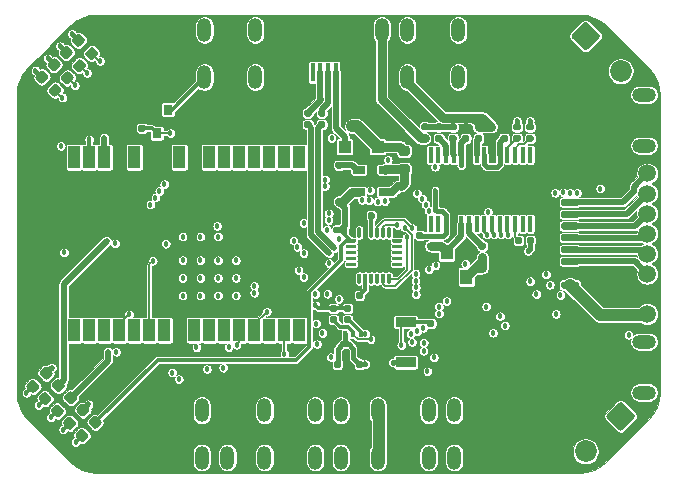
<source format=gtl>
%TF.GenerationSoftware,KiCad,Pcbnew,(5.1.6-0-10_14)*%
%TF.CreationDate,2021-11-15T11:18:40-05:00*%
%TF.ProjectId,Autodrone,4175746f-6472-46f6-9e65-2e6b69636164,rev?*%
%TF.SameCoordinates,Original*%
%TF.FileFunction,Copper,L1,Top*%
%TF.FilePolarity,Positive*%
%FSLAX46Y46*%
G04 Gerber Fmt 4.6, Leading zero omitted, Abs format (unit mm)*
G04 Created by KiCad (PCBNEW (5.1.6-0-10_14)) date 2021-11-15 11:18:40*
%MOMM*%
%LPD*%
G01*
G04 APERTURE LIST*
%TA.AperFunction,ComponentPad*%
%ADD10C,1.850000*%
%TD*%
%TA.AperFunction,SMDPad,CuDef*%
%ADD11R,1.060000X0.650000*%
%TD*%
%TA.AperFunction,ComponentPad*%
%ADD12O,2.000000X1.200000*%
%TD*%
%TA.AperFunction,SMDPad,CuDef*%
%ADD13R,1.100000X1.100000*%
%TD*%
%TA.AperFunction,SMDPad,CuDef*%
%ADD14R,0.350000X0.500000*%
%TD*%
%TA.AperFunction,ComponentPad*%
%ADD15O,1.200000X2.000000*%
%TD*%
%TA.AperFunction,SMDPad,CuDef*%
%ADD16R,1.070100X1.899920*%
%TD*%
%TA.AperFunction,ComponentPad*%
%ADD17C,1.500000*%
%TD*%
%TA.AperFunction,SMDPad,CuDef*%
%ADD18R,1.430000X2.500000*%
%TD*%
%TA.AperFunction,ComponentPad*%
%ADD19O,1.350000X1.700000*%
%TD*%
%TA.AperFunction,ComponentPad*%
%ADD20O,1.100000X1.500000*%
%TD*%
%TA.AperFunction,SMDPad,CuDef*%
%ADD21R,0.400000X1.650000*%
%TD*%
%TA.AperFunction,SMDPad,CuDef*%
%ADD22R,2.000000X1.500000*%
%TD*%
%TA.AperFunction,SMDPad,CuDef*%
%ADD23R,1.825000X0.700000*%
%TD*%
%TA.AperFunction,SMDPad,CuDef*%
%ADD24R,1.350000X2.000000*%
%TD*%
%TA.AperFunction,SMDPad,CuDef*%
%ADD25R,6.908800X3.098800*%
%TD*%
%TA.AperFunction,SMDPad,CuDef*%
%ADD26R,0.355600X1.358900*%
%TD*%
%TA.AperFunction,ComponentPad*%
%ADD27C,6.000000*%
%TD*%
%TA.AperFunction,SMDPad,CuDef*%
%ADD28R,1.100000X1.300000*%
%TD*%
%TA.AperFunction,SMDPad,CuDef*%
%ADD29R,1.700000X0.900000*%
%TD*%
%TA.AperFunction,SMDPad,CuDef*%
%ADD30R,0.800000X0.900000*%
%TD*%
%TA.AperFunction,ViaPad*%
%ADD31C,0.457200*%
%TD*%
%TA.AperFunction,Conductor*%
%ADD32C,0.400000*%
%TD*%
%TA.AperFunction,Conductor*%
%ADD33C,0.500000*%
%TD*%
%TA.AperFunction,Conductor*%
%ADD34C,0.300000*%
%TD*%
%TA.AperFunction,Conductor*%
%ADD35C,1.000000*%
%TD*%
%TA.AperFunction,Conductor*%
%ADD36C,0.750000*%
%TD*%
%TA.AperFunction,Conductor*%
%ADD37C,0.127000*%
%TD*%
%TA.AperFunction,Conductor*%
%ADD38C,0.490000*%
%TD*%
%TA.AperFunction,Conductor*%
%ADD39C,0.700000*%
%TD*%
%TA.AperFunction,Conductor*%
%ADD40C,0.100000*%
%TD*%
G04 APERTURE END LIST*
D10*
%TO.P,J11,2*%
%TO.N,/WORM1_L*%
X121084924Y-76984924D03*
%TO.P,J11,1*%
%TO.N,/WORM1_H*%
%TA.AperFunction,ComponentPad*%
G36*
G01*
X116983704Y-73838300D02*
X117938300Y-72883704D01*
G75*
G02*
X118291852Y-72883704I176776J-176776D01*
G01*
X119246448Y-73838300D01*
G75*
G02*
X119246448Y-74191852I-176776J-176776D01*
G01*
X118291852Y-75146448D01*
G75*
G02*
X117938300Y-75146448I-176776J176776D01*
G01*
X116983704Y-74191852D01*
G75*
G02*
X116983704Y-73838300I176776J176776D01*
G01*
G37*
%TD.AperFunction*%
%TD*%
%TO.P,J14,2*%
%TO.N,/WORM2_L*%
X118115076Y-109184924D03*
%TO.P,J14,1*%
%TO.N,/WORM2_H*%
%TA.AperFunction,ComponentPad*%
G36*
G01*
X121261700Y-105083704D02*
X122216296Y-106038300D01*
G75*
G02*
X122216296Y-106391852I-176776J-176776D01*
G01*
X121261700Y-107346448D01*
G75*
G02*
X120908148Y-107346448I-176776J176776D01*
G01*
X119953552Y-106391852D01*
G75*
G02*
X119953552Y-106038300I176776J176776D01*
G01*
X120908148Y-105083704D01*
G75*
G02*
X121261700Y-105083704I176776J-176776D01*
G01*
G37*
%TD.AperFunction*%
%TD*%
D11*
%TO.P,U4,5*%
%TO.N,+3V3_GYRO*%
X98910000Y-87230000D03*
%TO.P,U4,4*%
%TO.N,/Power/BP_1V8*%
X98910000Y-85330000D03*
%TO.P,U4,3*%
%TO.N,/Power/VIN_1V8*%
X101110000Y-85330000D03*
%TO.P,U4,2*%
%TO.N,GND*%
X101110000Y-86280000D03*
%TO.P,U4,1*%
%TO.N,/Power/VIN_1V8*%
X101110000Y-87230000D03*
%TD*%
%TO.P,U5,24*%
%TO.N,/Gyro/SPI1_MOSI*%
%TA.AperFunction,SMDPad,CuDef*%
G36*
G01*
X101375000Y-94125000D02*
X101525000Y-94125000D01*
G75*
G02*
X101600000Y-94200000I0J-75000D01*
G01*
X101600000Y-94900000D01*
G75*
G02*
X101525000Y-94975000I-75000J0D01*
G01*
X101375000Y-94975000D01*
G75*
G02*
X101300000Y-94900000I0J75000D01*
G01*
X101300000Y-94200000D01*
G75*
G02*
X101375000Y-94125000I75000J0D01*
G01*
G37*
%TD.AperFunction*%
%TO.P,U5,23*%
%TO.N,/Gyro/SPI1_SCK*%
%TA.AperFunction,SMDPad,CuDef*%
G36*
G01*
X100875000Y-94125000D02*
X101025000Y-94125000D01*
G75*
G02*
X101100000Y-94200000I0J-75000D01*
G01*
X101100000Y-94900000D01*
G75*
G02*
X101025000Y-94975000I-75000J0D01*
G01*
X100875000Y-94975000D01*
G75*
G02*
X100800000Y-94900000I0J75000D01*
G01*
X100800000Y-94200000D01*
G75*
G02*
X100875000Y-94125000I75000J0D01*
G01*
G37*
%TD.AperFunction*%
%TO.P,U5,22*%
%TO.N,N/C*%
%TA.AperFunction,SMDPad,CuDef*%
G36*
G01*
X100375000Y-94125000D02*
X100525000Y-94125000D01*
G75*
G02*
X100600000Y-94200000I0J-75000D01*
G01*
X100600000Y-94900000D01*
G75*
G02*
X100525000Y-94975000I-75000J0D01*
G01*
X100375000Y-94975000D01*
G75*
G02*
X100300000Y-94900000I0J75000D01*
G01*
X100300000Y-94200000D01*
G75*
G02*
X100375000Y-94125000I75000J0D01*
G01*
G37*
%TD.AperFunction*%
%TO.P,U5,21*%
%TA.AperFunction,SMDPad,CuDef*%
G36*
G01*
X99875000Y-94125000D02*
X100025000Y-94125000D01*
G75*
G02*
X100100000Y-94200000I0J-75000D01*
G01*
X100100000Y-94900000D01*
G75*
G02*
X100025000Y-94975000I-75000J0D01*
G01*
X99875000Y-94975000D01*
G75*
G02*
X99800000Y-94900000I0J75000D01*
G01*
X99800000Y-94200000D01*
G75*
G02*
X99875000Y-94125000I75000J0D01*
G01*
G37*
%TD.AperFunction*%
%TO.P,U5,20*%
%TO.N,/Gyro/CPOUT*%
%TA.AperFunction,SMDPad,CuDef*%
G36*
G01*
X99375000Y-94125000D02*
X99525000Y-94125000D01*
G75*
G02*
X99600000Y-94200000I0J-75000D01*
G01*
X99600000Y-94900000D01*
G75*
G02*
X99525000Y-94975000I-75000J0D01*
G01*
X99375000Y-94975000D01*
G75*
G02*
X99300000Y-94900000I0J75000D01*
G01*
X99300000Y-94200000D01*
G75*
G02*
X99375000Y-94125000I75000J0D01*
G01*
G37*
%TD.AperFunction*%
%TO.P,U5,19*%
%TO.N,N/C*%
%TA.AperFunction,SMDPad,CuDef*%
G36*
G01*
X98875000Y-94125000D02*
X99025000Y-94125000D01*
G75*
G02*
X99100000Y-94200000I0J-75000D01*
G01*
X99100000Y-94900000D01*
G75*
G02*
X99025000Y-94975000I-75000J0D01*
G01*
X98875000Y-94975000D01*
G75*
G02*
X98800000Y-94900000I0J75000D01*
G01*
X98800000Y-94200000D01*
G75*
G02*
X98875000Y-94125000I75000J0D01*
G01*
G37*
%TD.AperFunction*%
%TO.P,U5,18*%
%TO.N,GND*%
%TA.AperFunction,SMDPad,CuDef*%
G36*
G01*
X98675000Y-93775000D02*
X98675000Y-93925000D01*
G75*
G02*
X98600000Y-94000000I-75000J0D01*
G01*
X97900000Y-94000000D01*
G75*
G02*
X97825000Y-93925000I0J75000D01*
G01*
X97825000Y-93775000D01*
G75*
G02*
X97900000Y-93700000I75000J0D01*
G01*
X98600000Y-93700000D01*
G75*
G02*
X98675000Y-93775000I0J-75000D01*
G01*
G37*
%TD.AperFunction*%
%TO.P,U5,17*%
%TO.N,N/C*%
%TA.AperFunction,SMDPad,CuDef*%
G36*
G01*
X98675000Y-93275000D02*
X98675000Y-93425000D01*
G75*
G02*
X98600000Y-93500000I-75000J0D01*
G01*
X97900000Y-93500000D01*
G75*
G02*
X97825000Y-93425000I0J75000D01*
G01*
X97825000Y-93275000D01*
G75*
G02*
X97900000Y-93200000I75000J0D01*
G01*
X98600000Y-93200000D01*
G75*
G02*
X98675000Y-93275000I0J-75000D01*
G01*
G37*
%TD.AperFunction*%
%TO.P,U5,16*%
%TA.AperFunction,SMDPad,CuDef*%
G36*
G01*
X98675000Y-92775000D02*
X98675000Y-92925000D01*
G75*
G02*
X98600000Y-93000000I-75000J0D01*
G01*
X97900000Y-93000000D01*
G75*
G02*
X97825000Y-92925000I0J75000D01*
G01*
X97825000Y-92775000D01*
G75*
G02*
X97900000Y-92700000I75000J0D01*
G01*
X98600000Y-92700000D01*
G75*
G02*
X98675000Y-92775000I0J-75000D01*
G01*
G37*
%TD.AperFunction*%
%TO.P,U5,15*%
%TA.AperFunction,SMDPad,CuDef*%
G36*
G01*
X98675000Y-92275000D02*
X98675000Y-92425000D01*
G75*
G02*
X98600000Y-92500000I-75000J0D01*
G01*
X97900000Y-92500000D01*
G75*
G02*
X97825000Y-92425000I0J75000D01*
G01*
X97825000Y-92275000D01*
G75*
G02*
X97900000Y-92200000I75000J0D01*
G01*
X98600000Y-92200000D01*
G75*
G02*
X98675000Y-92275000I0J-75000D01*
G01*
G37*
%TD.AperFunction*%
%TO.P,U5,14*%
%TA.AperFunction,SMDPad,CuDef*%
G36*
G01*
X98675000Y-91775000D02*
X98675000Y-91925000D01*
G75*
G02*
X98600000Y-92000000I-75000J0D01*
G01*
X97900000Y-92000000D01*
G75*
G02*
X97825000Y-91925000I0J75000D01*
G01*
X97825000Y-91775000D01*
G75*
G02*
X97900000Y-91700000I75000J0D01*
G01*
X98600000Y-91700000D01*
G75*
G02*
X98675000Y-91775000I0J-75000D01*
G01*
G37*
%TD.AperFunction*%
%TO.P,U5,13*%
%TO.N,+3V3_GYRO*%
%TA.AperFunction,SMDPad,CuDef*%
G36*
G01*
X98675000Y-91275000D02*
X98675000Y-91425000D01*
G75*
G02*
X98600000Y-91500000I-75000J0D01*
G01*
X97900000Y-91500000D01*
G75*
G02*
X97825000Y-91425000I0J75000D01*
G01*
X97825000Y-91275000D01*
G75*
G02*
X97900000Y-91200000I75000J0D01*
G01*
X98600000Y-91200000D01*
G75*
G02*
X98675000Y-91275000I0J-75000D01*
G01*
G37*
%TD.AperFunction*%
%TO.P,U5,12*%
%TO.N,N/C*%
%TA.AperFunction,SMDPad,CuDef*%
G36*
G01*
X98875000Y-90225000D02*
X99025000Y-90225000D01*
G75*
G02*
X99100000Y-90300000I0J-75000D01*
G01*
X99100000Y-91000000D01*
G75*
G02*
X99025000Y-91075000I-75000J0D01*
G01*
X98875000Y-91075000D01*
G75*
G02*
X98800000Y-91000000I0J75000D01*
G01*
X98800000Y-90300000D01*
G75*
G02*
X98875000Y-90225000I75000J0D01*
G01*
G37*
%TD.AperFunction*%
%TO.P,U5,11*%
%TO.N,GND*%
%TA.AperFunction,SMDPad,CuDef*%
G36*
G01*
X99375000Y-90225000D02*
X99525000Y-90225000D01*
G75*
G02*
X99600000Y-90300000I0J-75000D01*
G01*
X99600000Y-91000000D01*
G75*
G02*
X99525000Y-91075000I-75000J0D01*
G01*
X99375000Y-91075000D01*
G75*
G02*
X99300000Y-91000000I0J75000D01*
G01*
X99300000Y-90300000D01*
G75*
G02*
X99375000Y-90225000I75000J0D01*
G01*
G37*
%TD.AperFunction*%
%TO.P,U5,10*%
%TO.N,/Gyro/REGOUT*%
%TA.AperFunction,SMDPad,CuDef*%
G36*
G01*
X99875000Y-90225000D02*
X100025000Y-90225000D01*
G75*
G02*
X100100000Y-90300000I0J-75000D01*
G01*
X100100000Y-91000000D01*
G75*
G02*
X100025000Y-91075000I-75000J0D01*
G01*
X99875000Y-91075000D01*
G75*
G02*
X99800000Y-91000000I0J75000D01*
G01*
X99800000Y-90300000D01*
G75*
G02*
X99875000Y-90225000I75000J0D01*
G01*
G37*
%TD.AperFunction*%
%TO.P,U5,9*%
%TO.N,/Gyro/SPI1_MISO*%
%TA.AperFunction,SMDPad,CuDef*%
G36*
G01*
X100375000Y-90225000D02*
X100525000Y-90225000D01*
G75*
G02*
X100600000Y-90300000I0J-75000D01*
G01*
X100600000Y-91000000D01*
G75*
G02*
X100525000Y-91075000I-75000J0D01*
G01*
X100375000Y-91075000D01*
G75*
G02*
X100300000Y-91000000I0J75000D01*
G01*
X100300000Y-90300000D01*
G75*
G02*
X100375000Y-90225000I75000J0D01*
G01*
G37*
%TD.AperFunction*%
%TO.P,U5,8*%
%TO.N,/Gyro/SPI1_CS*%
%TA.AperFunction,SMDPad,CuDef*%
G36*
G01*
X100875000Y-90225000D02*
X101025000Y-90225000D01*
G75*
G02*
X101100000Y-90300000I0J-75000D01*
G01*
X101100000Y-91000000D01*
G75*
G02*
X101025000Y-91075000I-75000J0D01*
G01*
X100875000Y-91075000D01*
G75*
G02*
X100800000Y-91000000I0J75000D01*
G01*
X100800000Y-90300000D01*
G75*
G02*
X100875000Y-90225000I75000J0D01*
G01*
G37*
%TD.AperFunction*%
%TO.P,U5,7*%
%TO.N,N/C*%
%TA.AperFunction,SMDPad,CuDef*%
G36*
G01*
X101375000Y-90225000D02*
X101525000Y-90225000D01*
G75*
G02*
X101600000Y-90300000I0J-75000D01*
G01*
X101600000Y-91000000D01*
G75*
G02*
X101525000Y-91075000I-75000J0D01*
G01*
X101375000Y-91075000D01*
G75*
G02*
X101300000Y-91000000I0J75000D01*
G01*
X101300000Y-90300000D01*
G75*
G02*
X101375000Y-90225000I75000J0D01*
G01*
G37*
%TD.AperFunction*%
%TO.P,U5,6*%
%TA.AperFunction,SMDPad,CuDef*%
G36*
G01*
X102575000Y-91275000D02*
X102575000Y-91425000D01*
G75*
G02*
X102500000Y-91500000I-75000J0D01*
G01*
X101800000Y-91500000D01*
G75*
G02*
X101725000Y-91425000I0J75000D01*
G01*
X101725000Y-91275000D01*
G75*
G02*
X101800000Y-91200000I75000J0D01*
G01*
X102500000Y-91200000D01*
G75*
G02*
X102575000Y-91275000I0J-75000D01*
G01*
G37*
%TD.AperFunction*%
%TO.P,U5,5*%
%TA.AperFunction,SMDPad,CuDef*%
G36*
G01*
X102575000Y-91775000D02*
X102575000Y-91925000D01*
G75*
G02*
X102500000Y-92000000I-75000J0D01*
G01*
X101800000Y-92000000D01*
G75*
G02*
X101725000Y-91925000I0J75000D01*
G01*
X101725000Y-91775000D01*
G75*
G02*
X101800000Y-91700000I75000J0D01*
G01*
X102500000Y-91700000D01*
G75*
G02*
X102575000Y-91775000I0J-75000D01*
G01*
G37*
%TD.AperFunction*%
%TO.P,U5,4*%
%TA.AperFunction,SMDPad,CuDef*%
G36*
G01*
X102575000Y-92275000D02*
X102575000Y-92425000D01*
G75*
G02*
X102500000Y-92500000I-75000J0D01*
G01*
X101800000Y-92500000D01*
G75*
G02*
X101725000Y-92425000I0J75000D01*
G01*
X101725000Y-92275000D01*
G75*
G02*
X101800000Y-92200000I75000J0D01*
G01*
X102500000Y-92200000D01*
G75*
G02*
X102575000Y-92275000I0J-75000D01*
G01*
G37*
%TD.AperFunction*%
%TO.P,U5,3*%
%TA.AperFunction,SMDPad,CuDef*%
G36*
G01*
X102575000Y-92775000D02*
X102575000Y-92925000D01*
G75*
G02*
X102500000Y-93000000I-75000J0D01*
G01*
X101800000Y-93000000D01*
G75*
G02*
X101725000Y-92925000I0J75000D01*
G01*
X101725000Y-92775000D01*
G75*
G02*
X101800000Y-92700000I75000J0D01*
G01*
X102500000Y-92700000D01*
G75*
G02*
X102575000Y-92775000I0J-75000D01*
G01*
G37*
%TD.AperFunction*%
%TO.P,U5,2*%
%TA.AperFunction,SMDPad,CuDef*%
G36*
G01*
X102575000Y-93275000D02*
X102575000Y-93425000D01*
G75*
G02*
X102500000Y-93500000I-75000J0D01*
G01*
X101800000Y-93500000D01*
G75*
G02*
X101725000Y-93425000I0J75000D01*
G01*
X101725000Y-93275000D01*
G75*
G02*
X101800000Y-93200000I75000J0D01*
G01*
X102500000Y-93200000D01*
G75*
G02*
X102575000Y-93275000I0J-75000D01*
G01*
G37*
%TD.AperFunction*%
%TO.P,U5,1*%
%TO.N,GND*%
%TA.AperFunction,SMDPad,CuDef*%
G36*
G01*
X102575000Y-93775000D02*
X102575000Y-93925000D01*
G75*
G02*
X102500000Y-94000000I-75000J0D01*
G01*
X101800000Y-94000000D01*
G75*
G02*
X101725000Y-93925000I0J75000D01*
G01*
X101725000Y-93775000D01*
G75*
G02*
X101800000Y-93700000I75000J0D01*
G01*
X102500000Y-93700000D01*
G75*
G02*
X102575000Y-93775000I0J-75000D01*
G01*
G37*
%TD.AperFunction*%
%TD*%
%TO.P,C19,2*%
%TO.N,GND*%
%TA.AperFunction,SMDPad,CuDef*%
G36*
G01*
X98285000Y-95800000D02*
X98285000Y-96140000D01*
G75*
G02*
X98140000Y-96285000I-145000J0D01*
G01*
X97850000Y-96285000D01*
G75*
G02*
X97705000Y-96140000I0J145000D01*
G01*
X97705000Y-95800000D01*
G75*
G02*
X97850000Y-95655000I145000J0D01*
G01*
X98140000Y-95655000D01*
G75*
G02*
X98285000Y-95800000I0J-145000D01*
G01*
G37*
%TD.AperFunction*%
%TO.P,C19,1*%
%TO.N,/Gyro/CPOUT*%
%TA.AperFunction,SMDPad,CuDef*%
G36*
G01*
X99255000Y-95800000D02*
X99255000Y-96140000D01*
G75*
G02*
X99110000Y-96285000I-145000J0D01*
G01*
X98820000Y-96285000D01*
G75*
G02*
X98675000Y-96140000I0J145000D01*
G01*
X98675000Y-95800000D01*
G75*
G02*
X98820000Y-95655000I145000J0D01*
G01*
X99110000Y-95655000D01*
G75*
G02*
X99255000Y-95800000I0J-145000D01*
G01*
G37*
%TD.AperFunction*%
%TD*%
%TO.P,C18,2*%
%TO.N,GND*%
%TA.AperFunction,SMDPad,CuDef*%
G36*
G01*
X97250000Y-89755000D02*
X96910000Y-89755000D01*
G75*
G02*
X96765000Y-89610000I0J145000D01*
G01*
X96765000Y-89320000D01*
G75*
G02*
X96910000Y-89175000I145000J0D01*
G01*
X97250000Y-89175000D01*
G75*
G02*
X97395000Y-89320000I0J-145000D01*
G01*
X97395000Y-89610000D01*
G75*
G02*
X97250000Y-89755000I-145000J0D01*
G01*
G37*
%TD.AperFunction*%
%TO.P,C18,1*%
%TO.N,+3V3_GYRO*%
%TA.AperFunction,SMDPad,CuDef*%
G36*
G01*
X97250000Y-90725000D02*
X96910000Y-90725000D01*
G75*
G02*
X96765000Y-90580000I0J145000D01*
G01*
X96765000Y-90290000D01*
G75*
G02*
X96910000Y-90145000I145000J0D01*
G01*
X97250000Y-90145000D01*
G75*
G02*
X97395000Y-90290000I0J-145000D01*
G01*
X97395000Y-90580000D01*
G75*
G02*
X97250000Y-90725000I-145000J0D01*
G01*
G37*
%TD.AperFunction*%
%TD*%
D12*
%TO.P,J17,2*%
%TO.N,GND*%
X123080000Y-102050000D03*
%TO.P,J17,3*%
%TO.N,/Connectors/LIMIT2_INT*%
X123080000Y-99900000D03*
%TO.P,J17,1*%
%TO.N,+3V3*%
X123080000Y-104200000D03*
%TD*%
%TO.P,J13,2*%
%TO.N,GND*%
X123080000Y-81150000D03*
%TO.P,J13,3*%
%TO.N,/Connectors/LIMIT1_INT*%
X123080000Y-79000000D03*
%TO.P,J13,1*%
%TO.N,+3V3*%
X123080000Y-83300000D03*
%TD*%
D13*
%TO.P,D4,2*%
%TO.N,+5V_USB*%
X97710000Y-83390000D03*
%TO.P,D4,1*%
%TO.N,+4V5*%
X100510000Y-83390000D03*
%TD*%
%TO.P,J5,2*%
%TO.N,GND*%
%TA.AperFunction,SMDPad,CuDef*%
G36*
G01*
X121325400Y-87400000D02*
X120024600Y-87400000D01*
G75*
G02*
X119775000Y-87150400I0J249600D01*
G01*
X119775000Y-86449600D01*
G75*
G02*
X120024600Y-86200000I249600J0D01*
G01*
X121325400Y-86200000D01*
G75*
G02*
X121575000Y-86449600I0J-249600D01*
G01*
X121575000Y-87150400D01*
G75*
G02*
X121325400Y-87400000I-249600J0D01*
G01*
G37*
%TD.AperFunction*%
%TA.AperFunction,SMDPad,CuDef*%
G36*
G01*
X121325400Y-97000000D02*
X120024600Y-97000000D01*
G75*
G02*
X119775000Y-96750400I0J249600D01*
G01*
X119775000Y-96049600D01*
G75*
G02*
X120024600Y-95800000I249600J0D01*
G01*
X121325400Y-95800000D01*
G75*
G02*
X121575000Y-96049600I0J-249600D01*
G01*
X121575000Y-96750400D01*
G75*
G02*
X121325400Y-97000000I-249600J0D01*
G01*
G37*
%TD.AperFunction*%
%TO.P,J5,8*%
%TO.N,/Connectors/M4*%
%TA.AperFunction,SMDPad,CuDef*%
G36*
G01*
X117425000Y-88400000D02*
X116175000Y-88400000D01*
G75*
G02*
X116025000Y-88250000I0J150000D01*
G01*
X116025000Y-87950000D01*
G75*
G02*
X116175000Y-87800000I150000J0D01*
G01*
X117425000Y-87800000D01*
G75*
G02*
X117575000Y-87950000I0J-150000D01*
G01*
X117575000Y-88250000D01*
G75*
G02*
X117425000Y-88400000I-150000J0D01*
G01*
G37*
%TD.AperFunction*%
%TO.P,J5,7*%
%TO.N,/Connectors/M3*%
%TA.AperFunction,SMDPad,CuDef*%
G36*
G01*
X117425000Y-89400000D02*
X116175000Y-89400000D01*
G75*
G02*
X116025000Y-89250000I0J150000D01*
G01*
X116025000Y-88950000D01*
G75*
G02*
X116175000Y-88800000I150000J0D01*
G01*
X117425000Y-88800000D01*
G75*
G02*
X117575000Y-88950000I0J-150000D01*
G01*
X117575000Y-89250000D01*
G75*
G02*
X117425000Y-89400000I-150000J0D01*
G01*
G37*
%TD.AperFunction*%
%TO.P,J5,6*%
%TO.N,/Connectors/M2*%
%TA.AperFunction,SMDPad,CuDef*%
G36*
G01*
X117425000Y-90400000D02*
X116175000Y-90400000D01*
G75*
G02*
X116025000Y-90250000I0J150000D01*
G01*
X116025000Y-89950000D01*
G75*
G02*
X116175000Y-89800000I150000J0D01*
G01*
X117425000Y-89800000D01*
G75*
G02*
X117575000Y-89950000I0J-150000D01*
G01*
X117575000Y-90250000D01*
G75*
G02*
X117425000Y-90400000I-150000J0D01*
G01*
G37*
%TD.AperFunction*%
%TO.P,J5,5*%
%TO.N,/Connectors/M1*%
%TA.AperFunction,SMDPad,CuDef*%
G36*
G01*
X117425000Y-91400000D02*
X116175000Y-91400000D01*
G75*
G02*
X116025000Y-91250000I0J150000D01*
G01*
X116025000Y-90950000D01*
G75*
G02*
X116175000Y-90800000I150000J0D01*
G01*
X117425000Y-90800000D01*
G75*
G02*
X117575000Y-90950000I0J-150000D01*
G01*
X117575000Y-91250000D01*
G75*
G02*
X117425000Y-91400000I-150000J0D01*
G01*
G37*
%TD.AperFunction*%
%TO.P,J5,4*%
%TO.N,/Connectors/USART6_RX*%
%TA.AperFunction,SMDPad,CuDef*%
G36*
G01*
X117425000Y-92400000D02*
X116175000Y-92400000D01*
G75*
G02*
X116025000Y-92250000I0J150000D01*
G01*
X116025000Y-91950000D01*
G75*
G02*
X116175000Y-91800000I150000J0D01*
G01*
X117425000Y-91800000D01*
G75*
G02*
X117575000Y-91950000I0J-150000D01*
G01*
X117575000Y-92250000D01*
G75*
G02*
X117425000Y-92400000I-150000J0D01*
G01*
G37*
%TD.AperFunction*%
%TO.P,J5,3*%
%TO.N,/Connectors/CURR_SENSE*%
%TA.AperFunction,SMDPad,CuDef*%
G36*
G01*
X117425000Y-93400000D02*
X116175000Y-93400000D01*
G75*
G02*
X116025000Y-93250000I0J150000D01*
G01*
X116025000Y-92950000D01*
G75*
G02*
X116175000Y-92800000I150000J0D01*
G01*
X117425000Y-92800000D01*
G75*
G02*
X117575000Y-92950000I0J-150000D01*
G01*
X117575000Y-93250000D01*
G75*
G02*
X117425000Y-93400000I-150000J0D01*
G01*
G37*
%TD.AperFunction*%
%TO.P,J5,2*%
%TO.N,GND*%
%TA.AperFunction,SMDPad,CuDef*%
G36*
G01*
X117425000Y-94400000D02*
X116175000Y-94400000D01*
G75*
G02*
X116025000Y-94250000I0J150000D01*
G01*
X116025000Y-93950000D01*
G75*
G02*
X116175000Y-93800000I150000J0D01*
G01*
X117425000Y-93800000D01*
G75*
G02*
X117575000Y-93950000I0J-150000D01*
G01*
X117575000Y-94250000D01*
G75*
G02*
X117425000Y-94400000I-150000J0D01*
G01*
G37*
%TD.AperFunction*%
%TO.P,J5,1*%
%TO.N,VCC*%
%TA.AperFunction,SMDPad,CuDef*%
G36*
G01*
X117425000Y-95400000D02*
X116175000Y-95400000D01*
G75*
G02*
X116025000Y-95250000I0J150000D01*
G01*
X116025000Y-94950000D01*
G75*
G02*
X116175000Y-94800000I150000J0D01*
G01*
X117425000Y-94800000D01*
G75*
G02*
X117575000Y-94950000I0J-150000D01*
G01*
X117575000Y-95250000D01*
G75*
G02*
X117425000Y-95400000I-150000J0D01*
G01*
G37*
%TD.AperFunction*%
%TD*%
D14*
%TO.P,U6,8*%
%TO.N,+3V3*%
X97125000Y-100840000D03*
%TO.P,U6,2*%
X97775000Y-99240000D03*
%TO.P,U6,3*%
%TO.N,/Barometer/I2C1_SDA*%
X98425000Y-99240000D03*
%TO.P,U6,4*%
%TO.N,/Barometer/I2C1_SCL*%
X99075000Y-99240000D03*
%TO.P,U6,7*%
%TO.N,GND*%
X97775000Y-100840000D03*
%TO.P,U6,6*%
%TO.N,+3V3*%
X98425000Y-100840000D03*
%TO.P,U6,5*%
%TO.N,GND*%
X99075000Y-100840000D03*
%TO.P,U6,1*%
X97125000Y-99240000D03*
%TD*%
D15*
%TO.P,J3,2*%
%TO.N,GND*%
X105170000Y-77500000D03*
%TO.P,J3,3*%
%TO.N,/CAM*%
X103020000Y-77500000D03*
%TO.P,J3,1*%
%TO.N,+9V*%
X107320000Y-77500000D03*
%TD*%
%TO.P,J12,2*%
%TO.N,GND*%
X87990000Y-77500000D03*
%TO.P,J12,3*%
%TO.N,/Connectors/BUZ*%
X85840000Y-77500000D03*
%TO.P,J12,1*%
%TO.N,+5V*%
X90140000Y-77500000D03*
%TD*%
%TO.P,J15,2*%
%TO.N,GND*%
X87994999Y-73500000D03*
%TO.P,J15,3*%
%TO.N,/Connectors/LED_STRIP*%
X85844999Y-73500000D03*
%TO.P,J15,1*%
%TO.N,+5V*%
X90144999Y-73500000D03*
%TD*%
%TO.P,J16,2*%
%TO.N,/Connectors/I2C2_SCL*%
X87785000Y-109700000D03*
%TO.P,J16,1*%
%TO.N,/Connectors/I2C2_SDA*%
X85635000Y-109700000D03*
%TD*%
%TO.P,J10,2*%
%TO.N,GND*%
X87785000Y-105700000D03*
%TO.P,J10,1*%
%TO.N,+3V3*%
X85635000Y-105700000D03*
%TD*%
%TO.P,J2,4*%
%TO.N,/Connectors/UART5_TX_CONN*%
X106980000Y-105700000D03*
%TO.P,J2,2*%
%TO.N,GND*%
X102680000Y-105700000D03*
%TO.P,J2,3*%
%TO.N,/Connectors/UART5_RX_CONN*%
X104830000Y-105700000D03*
%TO.P,J2,1*%
%TO.N,+5V*%
X100530000Y-105700000D03*
%TD*%
%TO.P,J8,4*%
%TO.N,/Connectors/USART3_TX*%
X97380000Y-105700000D03*
%TO.P,J8,2*%
%TO.N,GND*%
X93080000Y-105700000D03*
%TO.P,J8,3*%
%TO.N,/Connectors/USART3_RX*%
X95230000Y-105700000D03*
%TO.P,J8,1*%
%TO.N,+5V*%
X90930000Y-105700000D03*
%TD*%
%TO.P,J9,4*%
%TO.N,/VID*%
X100870000Y-73500000D03*
%TO.P,J9,2*%
%TO.N,GND*%
X105170000Y-73500000D03*
%TO.P,J9,3*%
%TO.N,/Connectors/USART6_TX*%
X103020000Y-73500000D03*
%TO.P,J9,1*%
%TO.N,+9V*%
X107320000Y-73500000D03*
%TD*%
%TO.P,J1,4*%
%TO.N,/Connectors/USART1_TX*%
X97380000Y-109700000D03*
%TO.P,J1,2*%
%TO.N,GND*%
X93080000Y-109700000D03*
%TO.P,J1,3*%
%TO.N,/Connectors/USART1_RX*%
X95230000Y-109700000D03*
%TO.P,J1,1*%
%TO.N,+4V5*%
X90930000Y-109700000D03*
%TD*%
%TO.P,J7,4*%
%TO.N,/Connectors/USART6_TX*%
X106980000Y-109700000D03*
%TO.P,J7,2*%
%TO.N,GND*%
X102680000Y-109700000D03*
%TO.P,J7,3*%
%TO.N,/Connectors/USART6_RX*%
X104830000Y-109700000D03*
%TO.P,J7,1*%
%TO.N,+5V*%
X100530000Y-109700000D03*
%TD*%
%TO.P,FB2,2*%
%TO.N,+4V5*%
%TA.AperFunction,SMDPad,CuDef*%
G36*
G01*
X103006250Y-84170000D02*
X102493750Y-84170000D01*
G75*
G02*
X102275000Y-83951250I0J218750D01*
G01*
X102275000Y-83513750D01*
G75*
G02*
X102493750Y-83295000I218750J0D01*
G01*
X103006250Y-83295000D01*
G75*
G02*
X103225000Y-83513750I0J-218750D01*
G01*
X103225000Y-83951250D01*
G75*
G02*
X103006250Y-84170000I-218750J0D01*
G01*
G37*
%TD.AperFunction*%
%TO.P,FB2,1*%
%TO.N,/Power/VIN_1V8*%
%TA.AperFunction,SMDPad,CuDef*%
G36*
G01*
X103006250Y-85745000D02*
X102493750Y-85745000D01*
G75*
G02*
X102275000Y-85526250I0J218750D01*
G01*
X102275000Y-85088750D01*
G75*
G02*
X102493750Y-84870000I218750J0D01*
G01*
X103006250Y-84870000D01*
G75*
G02*
X103225000Y-85088750I0J-218750D01*
G01*
X103225000Y-85526250D01*
G75*
G02*
X103006250Y-85745000I-218750J0D01*
G01*
G37*
%TD.AperFunction*%
%TD*%
%TO.P,D11,2*%
%TO.N,/MCU/LED_4*%
%TA.AperFunction,SMDPad,CuDef*%
G36*
G01*
X72705180Y-78468009D02*
X73067572Y-78105616D01*
G75*
G02*
X73376932Y-78105616I154680J-154680D01*
G01*
X73686291Y-78414975D01*
G75*
G02*
X73686291Y-78724335I-154680J-154680D01*
G01*
X73323898Y-79086728D01*
G75*
G02*
X73014538Y-79086728I-154680J154680D01*
G01*
X72705179Y-78777369D01*
G75*
G02*
X72705179Y-78468009I154680J154680D01*
G01*
G37*
%TD.AperFunction*%
%TO.P,D11,1*%
%TO.N,/MCU/GREEN*%
%TA.AperFunction,SMDPad,CuDef*%
G36*
G01*
X71591486Y-77354315D02*
X71953878Y-76991922D01*
G75*
G02*
X72263238Y-76991922I154680J-154680D01*
G01*
X72572597Y-77301281D01*
G75*
G02*
X72572597Y-77610641I-154680J-154680D01*
G01*
X72210204Y-77973034D01*
G75*
G02*
X71900844Y-77973034I-154680J154680D01*
G01*
X71591485Y-77663675D01*
G75*
G02*
X71591485Y-77354315I154680J154680D01*
G01*
G37*
%TD.AperFunction*%
%TD*%
%TO.P,D9,2*%
%TO.N,/MCU/LED_3*%
%TA.AperFunction,SMDPad,CuDef*%
G36*
G01*
X73737556Y-77435633D02*
X74099948Y-77073240D01*
G75*
G02*
X74409308Y-77073240I154680J-154680D01*
G01*
X74718667Y-77382599D01*
G75*
G02*
X74718667Y-77691959I-154680J-154680D01*
G01*
X74356274Y-78054352D01*
G75*
G02*
X74046914Y-78054352I-154680J154680D01*
G01*
X73737555Y-77744993D01*
G75*
G02*
X73737555Y-77435633I154680J154680D01*
G01*
G37*
%TD.AperFunction*%
%TO.P,D9,1*%
%TO.N,/MCU/YELLOW*%
%TA.AperFunction,SMDPad,CuDef*%
G36*
G01*
X72623862Y-76321939D02*
X72986254Y-75959546D01*
G75*
G02*
X73295614Y-75959546I154680J-154680D01*
G01*
X73604973Y-76268905D01*
G75*
G02*
X73604973Y-76578265I-154680J-154680D01*
G01*
X73242580Y-76940658D01*
G75*
G02*
X72933220Y-76940658I-154680J154680D01*
G01*
X72623861Y-76631299D01*
G75*
G02*
X72623861Y-76321939I154680J154680D01*
G01*
G37*
%TD.AperFunction*%
%TD*%
%TO.P,D7,2*%
%TO.N,/MCU/LED_2*%
%TA.AperFunction,SMDPad,CuDef*%
G36*
G01*
X74769932Y-76403257D02*
X75132324Y-76040864D01*
G75*
G02*
X75441684Y-76040864I154680J-154680D01*
G01*
X75751043Y-76350223D01*
G75*
G02*
X75751043Y-76659583I-154680J-154680D01*
G01*
X75388650Y-77021976D01*
G75*
G02*
X75079290Y-77021976I-154680J154680D01*
G01*
X74769931Y-76712617D01*
G75*
G02*
X74769931Y-76403257I154680J154680D01*
G01*
G37*
%TD.AperFunction*%
%TO.P,D7,1*%
%TO.N,/MCU/RED*%
%TA.AperFunction,SMDPad,CuDef*%
G36*
G01*
X73656238Y-75289563D02*
X74018630Y-74927170D01*
G75*
G02*
X74327990Y-74927170I154680J-154680D01*
G01*
X74637349Y-75236529D01*
G75*
G02*
X74637349Y-75545889I-154680J-154680D01*
G01*
X74274956Y-75908282D01*
G75*
G02*
X73965596Y-75908282I-154680J154680D01*
G01*
X73656237Y-75598923D01*
G75*
G02*
X73656237Y-75289563I154680J154680D01*
G01*
G37*
%TD.AperFunction*%
%TD*%
%TO.P,D5,2*%
%TO.N,/MCU/LED_1*%
%TA.AperFunction,SMDPad,CuDef*%
G36*
G01*
X75802308Y-75370881D02*
X76164700Y-75008488D01*
G75*
G02*
X76474060Y-75008488I154680J-154680D01*
G01*
X76783419Y-75317847D01*
G75*
G02*
X76783419Y-75627207I-154680J-154680D01*
G01*
X76421026Y-75989600D01*
G75*
G02*
X76111666Y-75989600I-154680J154680D01*
G01*
X75802307Y-75680241D01*
G75*
G02*
X75802307Y-75370881I154680J154680D01*
G01*
G37*
%TD.AperFunction*%
%TO.P,D5,1*%
%TO.N,/MCU/BLUE*%
%TA.AperFunction,SMDPad,CuDef*%
G36*
G01*
X74688614Y-74257187D02*
X75051006Y-73894794D01*
G75*
G02*
X75360366Y-73894794I154680J-154680D01*
G01*
X75669725Y-74204153D01*
G75*
G02*
X75669725Y-74513513I-154680J-154680D01*
G01*
X75307332Y-74875906D01*
G75*
G02*
X74997972Y-74875906I-154680J154680D01*
G01*
X74688613Y-74566547D01*
G75*
G02*
X74688613Y-74257187I154680J154680D01*
G01*
G37*
%TD.AperFunction*%
%TD*%
D16*
%TO.P,U8,9*%
%TO.N,N/C*%
X84986000Y-98920030D03*
%TO.P,U8,8*%
%TO.N,GND*%
X83716000Y-98920030D03*
%TO.P,U8,7*%
%TO.N,N/C*%
X82446000Y-98920030D03*
%TO.P,U8,6*%
%TO.N,/Debugger/SWO*%
X81176000Y-98920030D03*
%TO.P,U8,5*%
%TO.N,N/C*%
X79906000Y-98920030D03*
%TO.P,U8,4*%
%TO.N,/Debugger/SWDIO*%
X78636000Y-98920030D03*
%TO.P,U8,32*%
%TO.N,N/C*%
X74826000Y-84279970D03*
%TO.P,U8,31*%
%TO.N,/Debugger/NRST*%
X76096000Y-84279970D03*
%TO.P,U8,30*%
%TO.N,+3V3*%
X77366000Y-84279970D03*
%TO.P,U8,3*%
%TO.N,N/C*%
X77366000Y-98920030D03*
%TO.P,U8,29*%
%TO.N,GND*%
X78636000Y-84279970D03*
%TO.P,U8,28*%
%TO.N,N/C*%
X79906000Y-84279970D03*
%TO.P,U8,27*%
%TO.N,GND*%
X81176000Y-84279970D03*
%TO.P,U8,26*%
X82446000Y-84279970D03*
%TO.P,U8,25*%
%TO.N,N/C*%
X83716000Y-84279970D03*
%TO.P,U8,24*%
%TO.N,GND*%
X84986000Y-84279970D03*
%TO.P,U8,23*%
%TO.N,N/C*%
X86256000Y-84279970D03*
%TO.P,U8,22*%
X87526000Y-84279970D03*
%TO.P,U8,21*%
X88796000Y-84279970D03*
%TO.P,U8,20*%
X90066000Y-84279970D03*
%TO.P,U8,2*%
X76096000Y-98920030D03*
%TO.P,U8,19*%
X91336000Y-84279970D03*
%TO.P,U8,18*%
X92606000Y-84279970D03*
%TO.P,U8,17*%
X93876000Y-84279970D03*
%TO.P,U8,16*%
X93876000Y-98920030D03*
%TO.P,U8,15*%
%TO.N,/MCU/UART5_RX*%
X92606000Y-98920030D03*
%TO.P,U8,14*%
%TO.N,N/C*%
X91336000Y-98920030D03*
%TO.P,U8,13*%
%TO.N,/Debugger/SWCLK*%
X90066000Y-98920030D03*
%TO.P,U8,12*%
%TO.N,/MCU/UART5_TX*%
X88796000Y-98920030D03*
%TO.P,U8,11*%
%TO.N,N/C*%
X87526000Y-98920030D03*
%TO.P,U8,10*%
X86256000Y-98920030D03*
%TO.P,U8,1*%
X74826000Y-98920030D03*
%TD*%
%TO.P,D6,2*%
%TO.N,+3V3_GYRO*%
%TA.AperFunction,SMDPad,CuDef*%
G36*
G01*
X76461893Y-107213384D02*
X76099500Y-106850992D01*
G75*
G02*
X76099500Y-106541632I154680J154680D01*
G01*
X76408859Y-106232273D01*
G75*
G02*
X76718219Y-106232273I154680J-154680D01*
G01*
X77080612Y-106594666D01*
G75*
G02*
X77080612Y-106904026I-154680J-154680D01*
G01*
X76771253Y-107213385D01*
G75*
G02*
X76461893Y-107213385I-154680J154680D01*
G01*
G37*
%TD.AperFunction*%
%TO.P,D6,1*%
%TO.N,/MCU/1V8*%
%TA.AperFunction,SMDPad,CuDef*%
G36*
G01*
X75348199Y-108327078D02*
X74985806Y-107964686D01*
G75*
G02*
X74985806Y-107655326I154680J154680D01*
G01*
X75295165Y-107345967D01*
G75*
G02*
X75604525Y-107345967I154680J-154680D01*
G01*
X75966918Y-107708360D01*
G75*
G02*
X75966918Y-108017720I-154680J-154680D01*
G01*
X75657559Y-108327079D01*
G75*
G02*
X75348199Y-108327079I-154680J154680D01*
G01*
G37*
%TD.AperFunction*%
%TD*%
D17*
%TO.P,J6,4*%
%TO.N,/Connectors/USART6_RX*%
X123330000Y-92450000D03*
%TO.P,J6,5*%
%TO.N,/Connectors/M1*%
X123330000Y-90750000D03*
%TO.P,J6,6*%
%TO.N,/Connectors/M2*%
X123330000Y-89050000D03*
%TO.P,J6,7*%
%TO.N,/Connectors/M3*%
X123330000Y-87350000D03*
%TO.P,J6,8*%
%TO.N,/Connectors/M4*%
X123330000Y-85650000D03*
%TO.P,J6,1*%
%TO.N,VCC*%
X123330000Y-97550000D03*
%TO.P,J6,2*%
%TO.N,GND*%
X123330000Y-95850000D03*
%TO.P,J6,3*%
%TO.N,/Connectors/CURR_SENSE*%
X123330000Y-94150000D03*
%TD*%
D18*
%TO.P,J4,6*%
%TO.N,GND*%
X94710000Y-73950000D03*
X96630000Y-73950000D03*
D19*
X92940000Y-74220000D03*
X98400000Y-74220000D03*
D20*
X93250000Y-77220000D03*
X98090000Y-77220000D03*
D21*
%TO.P,J4,5*%
X94370000Y-77100000D03*
%TO.P,J4,4*%
%TO.N,N/C*%
X95020000Y-77100000D03*
%TO.P,J4,3*%
%TO.N,/Connectors/USB_D+*%
X95670000Y-77100000D03*
%TO.P,J4,2*%
%TO.N,/Connectors/USB_D-*%
X96320000Y-77100000D03*
%TO.P,J4,1*%
%TO.N,+5V_USB*%
X96970000Y-77100000D03*
D22*
%TO.P,J4,6*%
%TO.N,GND*%
X92770000Y-77220000D03*
X98520000Y-77200000D03*
D23*
X92670000Y-75900000D03*
X98620000Y-75900000D03*
D24*
X98400000Y-75150000D03*
X92920000Y-75150000D03*
%TD*%
%TO.P,D13,2*%
%TO.N,VCC*%
%TA.AperFunction,SMDPad,CuDef*%
G36*
G01*
X72304105Y-103055596D02*
X71941712Y-102693204D01*
G75*
G02*
X71941712Y-102383844I154680J154680D01*
G01*
X72251071Y-102074485D01*
G75*
G02*
X72560431Y-102074485I154680J-154680D01*
G01*
X72922824Y-102436878D01*
G75*
G02*
X72922824Y-102746238I-154680J-154680D01*
G01*
X72613465Y-103055597D01*
G75*
G02*
X72304105Y-103055597I-154680J154680D01*
G01*
G37*
%TD.AperFunction*%
%TO.P,D13,1*%
%TO.N,/MCU/+VCC*%
%TA.AperFunction,SMDPad,CuDef*%
G36*
G01*
X71190411Y-104169290D02*
X70828018Y-103806898D01*
G75*
G02*
X70828018Y-103497538I154680J154680D01*
G01*
X71137377Y-103188179D01*
G75*
G02*
X71446737Y-103188179I154680J-154680D01*
G01*
X71809130Y-103550572D01*
G75*
G02*
X71809130Y-103859932I-154680J-154680D01*
G01*
X71499771Y-104169291D01*
G75*
G02*
X71190411Y-104169291I-154680J154680D01*
G01*
G37*
%TD.AperFunction*%
%TD*%
%TO.P,R10,2*%
%TO.N,+3V3*%
%TA.AperFunction,SMDPad,CuDef*%
G36*
G01*
X96942500Y-97370000D02*
X96597500Y-97370000D01*
G75*
G02*
X96450000Y-97222500I0J147500D01*
G01*
X96450000Y-96927500D01*
G75*
G02*
X96597500Y-96780000I147500J0D01*
G01*
X96942500Y-96780000D01*
G75*
G02*
X97090000Y-96927500I0J-147500D01*
G01*
X97090000Y-97222500D01*
G75*
G02*
X96942500Y-97370000I-147500J0D01*
G01*
G37*
%TD.AperFunction*%
%TO.P,R10,1*%
%TO.N,/Barometer/I2C1_SDA*%
%TA.AperFunction,SMDPad,CuDef*%
G36*
G01*
X96942500Y-98340000D02*
X96597500Y-98340000D01*
G75*
G02*
X96450000Y-98192500I0J147500D01*
G01*
X96450000Y-97897500D01*
G75*
G02*
X96597500Y-97750000I147500J0D01*
G01*
X96942500Y-97750000D01*
G75*
G02*
X97090000Y-97897500I0J-147500D01*
G01*
X97090000Y-98192500D01*
G75*
G02*
X96942500Y-98340000I-147500J0D01*
G01*
G37*
%TD.AperFunction*%
%TD*%
%TO.P,R9,2*%
%TO.N,+3V3*%
%TA.AperFunction,SMDPad,CuDef*%
G36*
G01*
X98132500Y-97370000D02*
X97787500Y-97370000D01*
G75*
G02*
X97640000Y-97222500I0J147500D01*
G01*
X97640000Y-96927500D01*
G75*
G02*
X97787500Y-96780000I147500J0D01*
G01*
X98132500Y-96780000D01*
G75*
G02*
X98280000Y-96927500I0J-147500D01*
G01*
X98280000Y-97222500D01*
G75*
G02*
X98132500Y-97370000I-147500J0D01*
G01*
G37*
%TD.AperFunction*%
%TO.P,R9,1*%
%TO.N,/Barometer/I2C1_SCL*%
%TA.AperFunction,SMDPad,CuDef*%
G36*
G01*
X98132500Y-98340000D02*
X97787500Y-98340000D01*
G75*
G02*
X97640000Y-98192500I0J147500D01*
G01*
X97640000Y-97897500D01*
G75*
G02*
X97787500Y-97750000I147500J0D01*
G01*
X98132500Y-97750000D01*
G75*
G02*
X98280000Y-97897500I0J-147500D01*
G01*
X98280000Y-98192500D01*
G75*
G02*
X98132500Y-98340000I-147500J0D01*
G01*
G37*
%TD.AperFunction*%
%TD*%
%TO.P,C22,2*%
%TO.N,GND*%
%TA.AperFunction,SMDPad,CuDef*%
G36*
G01*
X98280000Y-101637500D02*
X98280000Y-101982500D01*
G75*
G02*
X98132500Y-102130000I-147500J0D01*
G01*
X97837500Y-102130000D01*
G75*
G02*
X97690000Y-101982500I0J147500D01*
G01*
X97690000Y-101637500D01*
G75*
G02*
X97837500Y-101490000I147500J0D01*
G01*
X98132500Y-101490000D01*
G75*
G02*
X98280000Y-101637500I0J-147500D01*
G01*
G37*
%TD.AperFunction*%
%TO.P,C22,1*%
%TO.N,+3V3*%
%TA.AperFunction,SMDPad,CuDef*%
G36*
G01*
X99250000Y-101637500D02*
X99250000Y-101982500D01*
G75*
G02*
X99102500Y-102130000I-147500J0D01*
G01*
X98807500Y-102130000D01*
G75*
G02*
X98660000Y-101982500I0J147500D01*
G01*
X98660000Y-101637500D01*
G75*
G02*
X98807500Y-101490000I147500J0D01*
G01*
X99102500Y-101490000D01*
G75*
G02*
X99250000Y-101637500I0J-147500D01*
G01*
G37*
%TD.AperFunction*%
%TD*%
%TO.P,C21,1*%
%TO.N,+3V3*%
%TA.AperFunction,SMDPad,CuDef*%
G36*
G01*
X97390000Y-101637500D02*
X97390000Y-101982500D01*
G75*
G02*
X97242500Y-102130000I-147500J0D01*
G01*
X96947500Y-102130000D01*
G75*
G02*
X96800000Y-101982500I0J147500D01*
G01*
X96800000Y-101637500D01*
G75*
G02*
X96947500Y-101490000I147500J0D01*
G01*
X97242500Y-101490000D01*
G75*
G02*
X97390000Y-101637500I0J-147500D01*
G01*
G37*
%TD.AperFunction*%
%TO.P,C21,2*%
%TO.N,GND*%
%TA.AperFunction,SMDPad,CuDef*%
G36*
G01*
X96420000Y-101637500D02*
X96420000Y-101982500D01*
G75*
G02*
X96272500Y-102130000I-147500J0D01*
G01*
X95977500Y-102130000D01*
G75*
G02*
X95830000Y-101982500I0J147500D01*
G01*
X95830000Y-101637500D01*
G75*
G02*
X95977500Y-101490000I147500J0D01*
G01*
X96272500Y-101490000D01*
G75*
G02*
X96420000Y-101637500I0J-147500D01*
G01*
G37*
%TD.AperFunction*%
%TD*%
%TO.P,D12,2*%
%TO.N,+9V*%
%TA.AperFunction,SMDPad,CuDef*%
G36*
G01*
X73343552Y-104095043D02*
X72981159Y-103732651D01*
G75*
G02*
X72981159Y-103423291I154680J154680D01*
G01*
X73290518Y-103113932D01*
G75*
G02*
X73599878Y-103113932I154680J-154680D01*
G01*
X73962271Y-103476325D01*
G75*
G02*
X73962271Y-103785685I-154680J-154680D01*
G01*
X73652912Y-104095044D01*
G75*
G02*
X73343552Y-104095044I-154680J154680D01*
G01*
G37*
%TD.AperFunction*%
%TO.P,D12,1*%
%TO.N,/MCU/9V*%
%TA.AperFunction,SMDPad,CuDef*%
G36*
G01*
X72229858Y-105208737D02*
X71867465Y-104846345D01*
G75*
G02*
X71867465Y-104536985I154680J154680D01*
G01*
X72176824Y-104227626D01*
G75*
G02*
X72486184Y-104227626I154680J-154680D01*
G01*
X72848577Y-104590019D01*
G75*
G02*
X72848577Y-104899379I-154680J-154680D01*
G01*
X72539218Y-105208738D01*
G75*
G02*
X72229858Y-105208738I-154680J154680D01*
G01*
G37*
%TD.AperFunction*%
%TD*%
%TO.P,D10,2*%
%TO.N,+5V*%
%TA.AperFunction,SMDPad,CuDef*%
G36*
G01*
X74382999Y-105134490D02*
X74020606Y-104772098D01*
G75*
G02*
X74020606Y-104462738I154680J154680D01*
G01*
X74329965Y-104153379D01*
G75*
G02*
X74639325Y-104153379I154680J-154680D01*
G01*
X75001718Y-104515772D01*
G75*
G02*
X75001718Y-104825132I-154680J-154680D01*
G01*
X74692359Y-105134491D01*
G75*
G02*
X74382999Y-105134491I-154680J154680D01*
G01*
G37*
%TD.AperFunction*%
%TO.P,D10,1*%
%TO.N,/MCU/5V*%
%TA.AperFunction,SMDPad,CuDef*%
G36*
G01*
X73269305Y-106248184D02*
X72906912Y-105885792D01*
G75*
G02*
X72906912Y-105576432I154680J154680D01*
G01*
X73216271Y-105267073D01*
G75*
G02*
X73525631Y-105267073I154680J-154680D01*
G01*
X73888024Y-105629466D01*
G75*
G02*
X73888024Y-105938826I-154680J-154680D01*
G01*
X73578665Y-106248185D01*
G75*
G02*
X73269305Y-106248185I-154680J154680D01*
G01*
G37*
%TD.AperFunction*%
%TD*%
%TO.P,D8,2*%
%TO.N,+3V3*%
%TA.AperFunction,SMDPad,CuDef*%
G36*
G01*
X75422446Y-106173937D02*
X75060053Y-105811545D01*
G75*
G02*
X75060053Y-105502185I154680J154680D01*
G01*
X75369412Y-105192826D01*
G75*
G02*
X75678772Y-105192826I154680J-154680D01*
G01*
X76041165Y-105555219D01*
G75*
G02*
X76041165Y-105864579I-154680J-154680D01*
G01*
X75731806Y-106173938D01*
G75*
G02*
X75422446Y-106173938I-154680J154680D01*
G01*
G37*
%TD.AperFunction*%
%TO.P,D8,1*%
%TO.N,/MCU/3V3*%
%TA.AperFunction,SMDPad,CuDef*%
G36*
G01*
X74308752Y-107287631D02*
X73946359Y-106925239D01*
G75*
G02*
X73946359Y-106615879I154680J154680D01*
G01*
X74255718Y-106306520D01*
G75*
G02*
X74565078Y-106306520I154680J-154680D01*
G01*
X74927471Y-106668913D01*
G75*
G02*
X74927471Y-106978273I-154680J-154680D01*
G01*
X74618112Y-107287632D01*
G75*
G02*
X74308752Y-107287632I-154680J154680D01*
G01*
G37*
%TD.AperFunction*%
%TD*%
%TO.P,R22,2*%
%TO.N,GND*%
%TA.AperFunction,SMDPad,CuDef*%
G36*
G01*
X104827500Y-99050000D02*
X105172500Y-99050000D01*
G75*
G02*
X105320000Y-99197500I0J-147500D01*
G01*
X105320000Y-99492500D01*
G75*
G02*
X105172500Y-99640000I-147500J0D01*
G01*
X104827500Y-99640000D01*
G75*
G02*
X104680000Y-99492500I0J147500D01*
G01*
X104680000Y-99197500D01*
G75*
G02*
X104827500Y-99050000I147500J0D01*
G01*
G37*
%TD.AperFunction*%
%TO.P,R22,1*%
%TO.N,/MCU/BOOT0*%
%TA.AperFunction,SMDPad,CuDef*%
G36*
G01*
X104827500Y-98080000D02*
X105172500Y-98080000D01*
G75*
G02*
X105320000Y-98227500I0J-147500D01*
G01*
X105320000Y-98522500D01*
G75*
G02*
X105172500Y-98670000I-147500J0D01*
G01*
X104827500Y-98670000D01*
G75*
G02*
X104680000Y-98522500I0J147500D01*
G01*
X104680000Y-98227500D01*
G75*
G02*
X104827500Y-98080000I147500J0D01*
G01*
G37*
%TD.AperFunction*%
%TD*%
%TO.P,C17,2*%
%TO.N,GND*%
%TA.AperFunction,SMDPad,CuDef*%
G36*
G01*
X97422500Y-87360000D02*
X97077500Y-87360000D01*
G75*
G02*
X96930000Y-87212500I0J147500D01*
G01*
X96930000Y-86917500D01*
G75*
G02*
X97077500Y-86770000I147500J0D01*
G01*
X97422500Y-86770000D01*
G75*
G02*
X97570000Y-86917500I0J-147500D01*
G01*
X97570000Y-87212500D01*
G75*
G02*
X97422500Y-87360000I-147500J0D01*
G01*
G37*
%TD.AperFunction*%
%TO.P,C17,1*%
%TO.N,+3V3_GYRO*%
%TA.AperFunction,SMDPad,CuDef*%
G36*
G01*
X97422500Y-88330000D02*
X97077500Y-88330000D01*
G75*
G02*
X96930000Y-88182500I0J147500D01*
G01*
X96930000Y-87887500D01*
G75*
G02*
X97077500Y-87740000I147500J0D01*
G01*
X97422500Y-87740000D01*
G75*
G02*
X97570000Y-87887500I0J-147500D01*
G01*
X97570000Y-88182500D01*
G75*
G02*
X97422500Y-88330000I-147500J0D01*
G01*
G37*
%TD.AperFunction*%
%TD*%
%TO.P,C15,2*%
%TO.N,GND*%
%TA.AperFunction,SMDPad,CuDef*%
G36*
G01*
X102317500Y-87370000D02*
X102662500Y-87370000D01*
G75*
G02*
X102810000Y-87517500I0J-147500D01*
G01*
X102810000Y-87812500D01*
G75*
G02*
X102662500Y-87960000I-147500J0D01*
G01*
X102317500Y-87960000D01*
G75*
G02*
X102170000Y-87812500I0J147500D01*
G01*
X102170000Y-87517500D01*
G75*
G02*
X102317500Y-87370000I147500J0D01*
G01*
G37*
%TD.AperFunction*%
%TO.P,C15,1*%
%TO.N,/Power/VIN_1V8*%
%TA.AperFunction,SMDPad,CuDef*%
G36*
G01*
X102317500Y-86400000D02*
X102662500Y-86400000D01*
G75*
G02*
X102810000Y-86547500I0J-147500D01*
G01*
X102810000Y-86842500D01*
G75*
G02*
X102662500Y-86990000I-147500J0D01*
G01*
X102317500Y-86990000D01*
G75*
G02*
X102170000Y-86842500I0J147500D01*
G01*
X102170000Y-86547500D01*
G75*
G02*
X102317500Y-86400000I147500J0D01*
G01*
G37*
%TD.AperFunction*%
%TD*%
D25*
%TO.P,U9,29*%
%TO.N,GND*%
X109210000Y-86990000D03*
D26*
%TO.P,U9,28*%
%TO.N,N/C*%
X104985000Y-84062650D03*
%TO.P,U9,27*%
X105635001Y-84062650D03*
%TO.P,U9,26*%
%TO.N,/OSD/VOUT*%
X106285000Y-84062650D03*
%TO.P,U9,25*%
%TO.N,/OSD/SAG*%
X106935001Y-84062650D03*
%TO.P,U9,24*%
%TO.N,+3V3*%
X107584999Y-84062650D03*
%TO.P,U9,23*%
%TO.N,GND*%
X108235001Y-84062650D03*
%TO.P,U9,22*%
%TO.N,/OSD/VIN*%
X108884999Y-84062650D03*
%TO.P,U9,21*%
%TO.N,+3V3*%
X109535001Y-84062650D03*
%TO.P,U9,20*%
%TO.N,GND*%
X110184999Y-84062650D03*
%TO.P,U9,19*%
%TO.N,+3V3*%
X110835001Y-84062650D03*
%TO.P,U9,18*%
%TO.N,/OSD/HSYNC*%
X111484999Y-84062650D03*
%TO.P,U9,17*%
%TO.N,/OSD/LSYNC*%
X112135000Y-84062650D03*
%TO.P,U9,16*%
%TO.N,N/C*%
X112784999Y-84062650D03*
%TO.P,U9,15*%
X113435000Y-84062650D03*
%TO.P,U9,14*%
X113434998Y-89917350D03*
%TO.P,U9,13*%
X112784999Y-89917350D03*
%TO.P,U9,12*%
%TO.N,/OSD/LOS*%
X112134998Y-89917350D03*
%TO.P,U9,11*%
%TO.N,/MCU/SPI2_MISO*%
X111484999Y-89917350D03*
%TO.P,U9,10*%
%TO.N,/MCU/SPI2_SCK*%
X110834998Y-89917350D03*
%TO.P,U9,9*%
%TO.N,/MCU/SPI2_MOSI*%
X110184999Y-89917350D03*
%TO.P,U9,8*%
%TO.N,/MCU/SPI2_CS*%
X109534998Y-89917350D03*
%TO.P,U9,7*%
%TO.N,N/C*%
X108884999Y-89917350D03*
%TO.P,U9,6*%
%TO.N,/OSD/XFB*%
X108235001Y-89917350D03*
%TO.P,U9,5*%
%TO.N,/OSD/CLKIN*%
X107584999Y-89917350D03*
%TO.P,U9,4*%
%TO.N,GND*%
X106935001Y-89917350D03*
%TO.P,U9,3*%
%TO.N,+3V3*%
X106285000Y-89917350D03*
%TO.P,U9,2*%
%TO.N,N/C*%
X105635001Y-89917350D03*
%TO.P,U9,1*%
X104985000Y-89917350D03*
%TD*%
D27*
%TO.P,H4,1*%
%TO.N,GND*%
X81350000Y-106850000D03*
%TD*%
D28*
%TO.P,Y1,4*%
%TO.N,GND*%
X108015000Y-92300000D03*
%TO.P,Y1,3*%
%TO.N,Net-(C36-Pad2)*%
X108015000Y-94400000D03*
%TO.P,Y1,2*%
%TO.N,GND*%
X106365000Y-94400000D03*
%TO.P,Y1,1*%
%TO.N,/OSD/CLKIN*%
X106365000Y-92300000D03*
%TD*%
D29*
%TO.P,SW1,2*%
%TO.N,/MCU/BOOT0*%
X102880000Y-98230000D03*
%TO.P,SW1,1*%
%TO.N,+3V3*%
X102880000Y-101630000D03*
%TD*%
%TO.P,R19,2*%
%TO.N,Net-(C36-Pad2)*%
%TA.AperFunction,SMDPad,CuDef*%
G36*
G01*
X109187500Y-92470000D02*
X109532500Y-92470000D01*
G75*
G02*
X109680000Y-92617500I0J-147500D01*
G01*
X109680000Y-92912500D01*
G75*
G02*
X109532500Y-93060000I-147500J0D01*
G01*
X109187500Y-93060000D01*
G75*
G02*
X109040000Y-92912500I0J147500D01*
G01*
X109040000Y-92617500D01*
G75*
G02*
X109187500Y-92470000I147500J0D01*
G01*
G37*
%TD.AperFunction*%
%TO.P,R19,1*%
%TO.N,/OSD/XFB*%
%TA.AperFunction,SMDPad,CuDef*%
G36*
G01*
X109187500Y-91500000D02*
X109532500Y-91500000D01*
G75*
G02*
X109680000Y-91647500I0J-147500D01*
G01*
X109680000Y-91942500D01*
G75*
G02*
X109532500Y-92090000I-147500J0D01*
G01*
X109187500Y-92090000D01*
G75*
G02*
X109040000Y-91942500I0J147500D01*
G01*
X109040000Y-91647500D01*
G75*
G02*
X109187500Y-91500000I147500J0D01*
G01*
G37*
%TD.AperFunction*%
%TD*%
%TO.P,R18,2*%
%TO.N,/CAM*%
%TA.AperFunction,SMDPad,CuDef*%
G36*
G01*
X110312500Y-82010000D02*
X109967500Y-82010000D01*
G75*
G02*
X109820000Y-81862500I0J147500D01*
G01*
X109820000Y-81567500D01*
G75*
G02*
X109967500Y-81420000I147500J0D01*
G01*
X110312500Y-81420000D01*
G75*
G02*
X110460000Y-81567500I0J-147500D01*
G01*
X110460000Y-81862500D01*
G75*
G02*
X110312500Y-82010000I-147500J0D01*
G01*
G37*
%TD.AperFunction*%
%TO.P,R18,1*%
%TO.N,GND*%
%TA.AperFunction,SMDPad,CuDef*%
G36*
G01*
X110312500Y-82980000D02*
X109967500Y-82980000D01*
G75*
G02*
X109820000Y-82832500I0J147500D01*
G01*
X109820000Y-82537500D01*
G75*
G02*
X109967500Y-82390000I147500J0D01*
G01*
X110312500Y-82390000D01*
G75*
G02*
X110460000Y-82537500I0J-147500D01*
G01*
X110460000Y-82832500D01*
G75*
G02*
X110312500Y-82980000I-147500J0D01*
G01*
G37*
%TD.AperFunction*%
%TD*%
%TO.P,R17,2*%
%TO.N,Net-(C29-Pad1)*%
%TA.AperFunction,SMDPad,CuDef*%
G36*
G01*
X104662500Y-82010000D02*
X104317500Y-82010000D01*
G75*
G02*
X104170000Y-81862500I0J147500D01*
G01*
X104170000Y-81567500D01*
G75*
G02*
X104317500Y-81420000I147500J0D01*
G01*
X104662500Y-81420000D01*
G75*
G02*
X104810000Y-81567500I0J-147500D01*
G01*
X104810000Y-81862500D01*
G75*
G02*
X104662500Y-82010000I-147500J0D01*
G01*
G37*
%TD.AperFunction*%
%TO.P,R17,1*%
%TO.N,/VID*%
%TA.AperFunction,SMDPad,CuDef*%
G36*
G01*
X104662500Y-82980000D02*
X104317500Y-82980000D01*
G75*
G02*
X104170000Y-82832500I0J147500D01*
G01*
X104170000Y-82537500D01*
G75*
G02*
X104317500Y-82390000I147500J0D01*
G01*
X104662500Y-82390000D01*
G75*
G02*
X104810000Y-82537500I0J-147500D01*
G01*
X104810000Y-82832500D01*
G75*
G02*
X104662500Y-82980000I-147500J0D01*
G01*
G37*
%TD.AperFunction*%
%TD*%
%TO.P,R16,2*%
%TO.N,/OSD/LOS*%
%TA.AperFunction,SMDPad,CuDef*%
G36*
G01*
X112745000Y-91147500D02*
X112745000Y-91492500D01*
G75*
G02*
X112597500Y-91640000I-147500J0D01*
G01*
X112302500Y-91640000D01*
G75*
G02*
X112155000Y-91492500I0J147500D01*
G01*
X112155000Y-91147500D01*
G75*
G02*
X112302500Y-91000000I147500J0D01*
G01*
X112597500Y-91000000D01*
G75*
G02*
X112745000Y-91147500I0J-147500D01*
G01*
G37*
%TD.AperFunction*%
%TO.P,R16,1*%
%TO.N,+3V3*%
%TA.AperFunction,SMDPad,CuDef*%
G36*
G01*
X113715000Y-91147500D02*
X113715000Y-91492500D01*
G75*
G02*
X113567500Y-91640000I-147500J0D01*
G01*
X113272500Y-91640000D01*
G75*
G02*
X113125000Y-91492500I0J147500D01*
G01*
X113125000Y-91147500D01*
G75*
G02*
X113272500Y-91000000I147500J0D01*
G01*
X113567500Y-91000000D01*
G75*
G02*
X113715000Y-91147500I0J-147500D01*
G01*
G37*
%TD.AperFunction*%
%TD*%
%TO.P,R15,2*%
%TO.N,/OSD/LSYNC*%
%TA.AperFunction,SMDPad,CuDef*%
G36*
G01*
X113227500Y-82390000D02*
X113572500Y-82390000D01*
G75*
G02*
X113720000Y-82537500I0J-147500D01*
G01*
X113720000Y-82832500D01*
G75*
G02*
X113572500Y-82980000I-147500J0D01*
G01*
X113227500Y-82980000D01*
G75*
G02*
X113080000Y-82832500I0J147500D01*
G01*
X113080000Y-82537500D01*
G75*
G02*
X113227500Y-82390000I147500J0D01*
G01*
G37*
%TD.AperFunction*%
%TO.P,R15,1*%
%TO.N,+3V3*%
%TA.AperFunction,SMDPad,CuDef*%
G36*
G01*
X113227500Y-81420000D02*
X113572500Y-81420000D01*
G75*
G02*
X113720000Y-81567500I0J-147500D01*
G01*
X113720000Y-81862500D01*
G75*
G02*
X113572500Y-82010000I-147500J0D01*
G01*
X113227500Y-82010000D01*
G75*
G02*
X113080000Y-81862500I0J147500D01*
G01*
X113080000Y-81567500D01*
G75*
G02*
X113227500Y-81420000I147500J0D01*
G01*
G37*
%TD.AperFunction*%
%TD*%
%TO.P,R14,2*%
%TO.N,/OSD/HSYNC*%
%TA.AperFunction,SMDPad,CuDef*%
G36*
G01*
X112137500Y-82390000D02*
X112482500Y-82390000D01*
G75*
G02*
X112630000Y-82537500I0J-147500D01*
G01*
X112630000Y-82832500D01*
G75*
G02*
X112482500Y-82980000I-147500J0D01*
G01*
X112137500Y-82980000D01*
G75*
G02*
X111990000Y-82832500I0J147500D01*
G01*
X111990000Y-82537500D01*
G75*
G02*
X112137500Y-82390000I147500J0D01*
G01*
G37*
%TD.AperFunction*%
%TO.P,R14,1*%
%TO.N,+3V3*%
%TA.AperFunction,SMDPad,CuDef*%
G36*
G01*
X112137500Y-81420000D02*
X112482500Y-81420000D01*
G75*
G02*
X112630000Y-81567500I0J-147500D01*
G01*
X112630000Y-81862500D01*
G75*
G02*
X112482500Y-82010000I-147500J0D01*
G01*
X112137500Y-82010000D01*
G75*
G02*
X111990000Y-81862500I0J147500D01*
G01*
X111990000Y-81567500D01*
G75*
G02*
X112137500Y-81420000I147500J0D01*
G01*
G37*
%TD.AperFunction*%
%TD*%
%TO.P,R30,2*%
%TO.N,/MCU/D-*%
%TA.AperFunction,SMDPad,CuDef*%
G36*
G01*
X94417500Y-81210000D02*
X94762500Y-81210000D01*
G75*
G02*
X94910000Y-81357500I0J-147500D01*
G01*
X94910000Y-81652500D01*
G75*
G02*
X94762500Y-81800000I-147500J0D01*
G01*
X94417500Y-81800000D01*
G75*
G02*
X94270000Y-81652500I0J147500D01*
G01*
X94270000Y-81357500D01*
G75*
G02*
X94417500Y-81210000I147500J0D01*
G01*
G37*
%TD.AperFunction*%
%TO.P,R30,1*%
%TO.N,/Connectors/USB_D+*%
%TA.AperFunction,SMDPad,CuDef*%
G36*
G01*
X94417500Y-80240000D02*
X94762500Y-80240000D01*
G75*
G02*
X94910000Y-80387500I0J-147500D01*
G01*
X94910000Y-80682500D01*
G75*
G02*
X94762500Y-80830000I-147500J0D01*
G01*
X94417500Y-80830000D01*
G75*
G02*
X94270000Y-80682500I0J147500D01*
G01*
X94270000Y-80387500D01*
G75*
G02*
X94417500Y-80240000I147500J0D01*
G01*
G37*
%TD.AperFunction*%
%TD*%
%TO.P,R29,2*%
%TO.N,/MCU/D+*%
%TA.AperFunction,SMDPad,CuDef*%
G36*
G01*
X95597500Y-81210000D02*
X95942500Y-81210000D01*
G75*
G02*
X96090000Y-81357500I0J-147500D01*
G01*
X96090000Y-81652500D01*
G75*
G02*
X95942500Y-81800000I-147500J0D01*
G01*
X95597500Y-81800000D01*
G75*
G02*
X95450000Y-81652500I0J147500D01*
G01*
X95450000Y-81357500D01*
G75*
G02*
X95597500Y-81210000I147500J0D01*
G01*
G37*
%TD.AperFunction*%
%TO.P,R29,1*%
%TO.N,/Connectors/USB_D-*%
%TA.AperFunction,SMDPad,CuDef*%
G36*
G01*
X95597500Y-80240000D02*
X95942500Y-80240000D01*
G75*
G02*
X96090000Y-80387500I0J-147500D01*
G01*
X96090000Y-80682500D01*
G75*
G02*
X95942500Y-80830000I-147500J0D01*
G01*
X95597500Y-80830000D01*
G75*
G02*
X95450000Y-80682500I0J147500D01*
G01*
X95450000Y-80387500D01*
G75*
G02*
X95597500Y-80240000I147500J0D01*
G01*
G37*
%TD.AperFunction*%
%TD*%
%TO.P,R26,2*%
%TO.N,GND*%
%TA.AperFunction,SMDPad,CuDef*%
G36*
G01*
X80712500Y-81150000D02*
X80367500Y-81150000D01*
G75*
G02*
X80220000Y-81002500I0J147500D01*
G01*
X80220000Y-80707500D01*
G75*
G02*
X80367500Y-80560000I147500J0D01*
G01*
X80712500Y-80560000D01*
G75*
G02*
X80860000Y-80707500I0J-147500D01*
G01*
X80860000Y-81002500D01*
G75*
G02*
X80712500Y-81150000I-147500J0D01*
G01*
G37*
%TD.AperFunction*%
%TO.P,R26,1*%
%TO.N,/MCU/BUZ_MCU*%
%TA.AperFunction,SMDPad,CuDef*%
G36*
G01*
X80712500Y-82120000D02*
X80367500Y-82120000D01*
G75*
G02*
X80220000Y-81972500I0J147500D01*
G01*
X80220000Y-81677500D01*
G75*
G02*
X80367500Y-81530000I147500J0D01*
G01*
X80712500Y-81530000D01*
G75*
G02*
X80860000Y-81677500I0J-147500D01*
G01*
X80860000Y-81972500D01*
G75*
G02*
X80712500Y-82120000I-147500J0D01*
G01*
G37*
%TD.AperFunction*%
%TD*%
D30*
%TO.P,Q1,3*%
%TO.N,/Connectors/BUZ*%
X82770000Y-80240000D03*
%TO.P,Q1,2*%
%TO.N,GND*%
X83720000Y-82240000D03*
%TO.P,Q1,1*%
%TO.N,/MCU/BUZ_MCU*%
X81820000Y-82240000D03*
%TD*%
%TO.P,C20,2*%
%TO.N,GND*%
%TA.AperFunction,SMDPad,CuDef*%
G36*
G01*
X99280000Y-89057500D02*
X99280000Y-89402500D01*
G75*
G02*
X99132500Y-89550000I-147500J0D01*
G01*
X98837500Y-89550000D01*
G75*
G02*
X98690000Y-89402500I0J147500D01*
G01*
X98690000Y-89057500D01*
G75*
G02*
X98837500Y-88910000I147500J0D01*
G01*
X99132500Y-88910000D01*
G75*
G02*
X99280000Y-89057500I0J-147500D01*
G01*
G37*
%TD.AperFunction*%
%TO.P,C20,1*%
%TO.N,/Gyro/REGOUT*%
%TA.AperFunction,SMDPad,CuDef*%
G36*
G01*
X100250000Y-89057500D02*
X100250000Y-89402500D01*
G75*
G02*
X100102500Y-89550000I-147500J0D01*
G01*
X99807500Y-89550000D01*
G75*
G02*
X99660000Y-89402500I0J147500D01*
G01*
X99660000Y-89057500D01*
G75*
G02*
X99807500Y-88910000I147500J0D01*
G01*
X100102500Y-88910000D01*
G75*
G02*
X100250000Y-89057500I0J-147500D01*
G01*
G37*
%TD.AperFunction*%
%TD*%
%TO.P,C36,2*%
%TO.N,Net-(C36-Pad2)*%
%TA.AperFunction,SMDPad,CuDef*%
G36*
G01*
X109532500Y-93950000D02*
X109187500Y-93950000D01*
G75*
G02*
X109040000Y-93802500I0J147500D01*
G01*
X109040000Y-93507500D01*
G75*
G02*
X109187500Y-93360000I147500J0D01*
G01*
X109532500Y-93360000D01*
G75*
G02*
X109680000Y-93507500I0J-147500D01*
G01*
X109680000Y-93802500D01*
G75*
G02*
X109532500Y-93950000I-147500J0D01*
G01*
G37*
%TD.AperFunction*%
%TO.P,C36,1*%
%TO.N,GND*%
%TA.AperFunction,SMDPad,CuDef*%
G36*
G01*
X109532500Y-94920000D02*
X109187500Y-94920000D01*
G75*
G02*
X109040000Y-94772500I0J147500D01*
G01*
X109040000Y-94477500D01*
G75*
G02*
X109187500Y-94330000I147500J0D01*
G01*
X109532500Y-94330000D01*
G75*
G02*
X109680000Y-94477500I0J-147500D01*
G01*
X109680000Y-94772500D01*
G75*
G02*
X109532500Y-94920000I-147500J0D01*
G01*
G37*
%TD.AperFunction*%
%TD*%
%TO.P,C35,2*%
%TO.N,/OSD/CLKIN*%
%TA.AperFunction,SMDPad,CuDef*%
G36*
G01*
X105192500Y-92090000D02*
X104847500Y-92090000D01*
G75*
G02*
X104700000Y-91942500I0J147500D01*
G01*
X104700000Y-91647500D01*
G75*
G02*
X104847500Y-91500000I147500J0D01*
G01*
X105192500Y-91500000D01*
G75*
G02*
X105340000Y-91647500I0J-147500D01*
G01*
X105340000Y-91942500D01*
G75*
G02*
X105192500Y-92090000I-147500J0D01*
G01*
G37*
%TD.AperFunction*%
%TO.P,C35,1*%
%TO.N,GND*%
%TA.AperFunction,SMDPad,CuDef*%
G36*
G01*
X105192500Y-93060000D02*
X104847500Y-93060000D01*
G75*
G02*
X104700000Y-92912500I0J147500D01*
G01*
X104700000Y-92617500D01*
G75*
G02*
X104847500Y-92470000I147500J0D01*
G01*
X105192500Y-92470000D01*
G75*
G02*
X105340000Y-92617500I0J-147500D01*
G01*
X105340000Y-92912500D01*
G75*
G02*
X105192500Y-93060000I-147500J0D01*
G01*
G37*
%TD.AperFunction*%
%TD*%
%TO.P,C34,2*%
%TO.N,GND*%
%TA.AperFunction,SMDPad,CuDef*%
G36*
G01*
X111392500Y-82010000D02*
X111047500Y-82010000D01*
G75*
G02*
X110900000Y-81862500I0J147500D01*
G01*
X110900000Y-81567500D01*
G75*
G02*
X111047500Y-81420000I147500J0D01*
G01*
X111392500Y-81420000D01*
G75*
G02*
X111540000Y-81567500I0J-147500D01*
G01*
X111540000Y-81862500D01*
G75*
G02*
X111392500Y-82010000I-147500J0D01*
G01*
G37*
%TD.AperFunction*%
%TO.P,C34,1*%
%TO.N,+3V3*%
%TA.AperFunction,SMDPad,CuDef*%
G36*
G01*
X111392500Y-82980000D02*
X111047500Y-82980000D01*
G75*
G02*
X110900000Y-82832500I0J147500D01*
G01*
X110900000Y-82537500D01*
G75*
G02*
X111047500Y-82390000I147500J0D01*
G01*
X111392500Y-82390000D01*
G75*
G02*
X111540000Y-82537500I0J-147500D01*
G01*
X111540000Y-82832500D01*
G75*
G02*
X111392500Y-82980000I-147500J0D01*
G01*
G37*
%TD.AperFunction*%
%TD*%
%TO.P,C33,2*%
%TO.N,GND*%
%TA.AperFunction,SMDPad,CuDef*%
G36*
G01*
X108132500Y-82010000D02*
X107787500Y-82010000D01*
G75*
G02*
X107640000Y-81862500I0J147500D01*
G01*
X107640000Y-81567500D01*
G75*
G02*
X107787500Y-81420000I147500J0D01*
G01*
X108132500Y-81420000D01*
G75*
G02*
X108280000Y-81567500I0J-147500D01*
G01*
X108280000Y-81862500D01*
G75*
G02*
X108132500Y-82010000I-147500J0D01*
G01*
G37*
%TD.AperFunction*%
%TO.P,C33,1*%
%TO.N,+3V3*%
%TA.AperFunction,SMDPad,CuDef*%
G36*
G01*
X108132500Y-82980000D02*
X107787500Y-82980000D01*
G75*
G02*
X107640000Y-82832500I0J147500D01*
G01*
X107640000Y-82537500D01*
G75*
G02*
X107787500Y-82390000I147500J0D01*
G01*
X108132500Y-82390000D01*
G75*
G02*
X108280000Y-82537500I0J-147500D01*
G01*
X108280000Y-82832500D01*
G75*
G02*
X108132500Y-82980000I-147500J0D01*
G01*
G37*
%TD.AperFunction*%
%TD*%
%TO.P,C32,2*%
%TO.N,GND*%
%TA.AperFunction,SMDPad,CuDef*%
G36*
G01*
X104252500Y-90230000D02*
X103907500Y-90230000D01*
G75*
G02*
X103760000Y-90082500I0J147500D01*
G01*
X103760000Y-89787500D01*
G75*
G02*
X103907500Y-89640000I147500J0D01*
G01*
X104252500Y-89640000D01*
G75*
G02*
X104400000Y-89787500I0J-147500D01*
G01*
X104400000Y-90082500D01*
G75*
G02*
X104252500Y-90230000I-147500J0D01*
G01*
G37*
%TD.AperFunction*%
%TO.P,C32,1*%
%TO.N,+3V3*%
%TA.AperFunction,SMDPad,CuDef*%
G36*
G01*
X104252500Y-91200000D02*
X103907500Y-91200000D01*
G75*
G02*
X103760000Y-91052500I0J147500D01*
G01*
X103760000Y-90757500D01*
G75*
G02*
X103907500Y-90610000I147500J0D01*
G01*
X104252500Y-90610000D01*
G75*
G02*
X104400000Y-90757500I0J-147500D01*
G01*
X104400000Y-91052500D01*
G75*
G02*
X104252500Y-91200000I-147500J0D01*
G01*
G37*
%TD.AperFunction*%
%TD*%
%TO.P,C31,2*%
%TO.N,/OSD/VIN*%
%TA.AperFunction,SMDPad,CuDef*%
G36*
G01*
X108877500Y-82390000D02*
X109222500Y-82390000D01*
G75*
G02*
X109370000Y-82537500I0J-147500D01*
G01*
X109370000Y-82832500D01*
G75*
G02*
X109222500Y-82980000I-147500J0D01*
G01*
X108877500Y-82980000D01*
G75*
G02*
X108730000Y-82832500I0J147500D01*
G01*
X108730000Y-82537500D01*
G75*
G02*
X108877500Y-82390000I147500J0D01*
G01*
G37*
%TD.AperFunction*%
%TO.P,C31,1*%
%TO.N,/CAM*%
%TA.AperFunction,SMDPad,CuDef*%
G36*
G01*
X108877500Y-81420000D02*
X109222500Y-81420000D01*
G75*
G02*
X109370000Y-81567500I0J-147500D01*
G01*
X109370000Y-81862500D01*
G75*
G02*
X109222500Y-82010000I-147500J0D01*
G01*
X108877500Y-82010000D01*
G75*
G02*
X108730000Y-81862500I0J147500D01*
G01*
X108730000Y-81567500D01*
G75*
G02*
X108877500Y-81420000I147500J0D01*
G01*
G37*
%TD.AperFunction*%
%TD*%
%TO.P,C30,2*%
%TO.N,/OSD/SAG*%
%TA.AperFunction,SMDPad,CuDef*%
G36*
G01*
X106697500Y-82390000D02*
X107042500Y-82390000D01*
G75*
G02*
X107190000Y-82537500I0J-147500D01*
G01*
X107190000Y-82832500D01*
G75*
G02*
X107042500Y-82980000I-147500J0D01*
G01*
X106697500Y-82980000D01*
G75*
G02*
X106550000Y-82832500I0J147500D01*
G01*
X106550000Y-82537500D01*
G75*
G02*
X106697500Y-82390000I147500J0D01*
G01*
G37*
%TD.AperFunction*%
%TO.P,C30,1*%
%TO.N,Net-(C29-Pad1)*%
%TA.AperFunction,SMDPad,CuDef*%
G36*
G01*
X106697500Y-81420000D02*
X107042500Y-81420000D01*
G75*
G02*
X107190000Y-81567500I0J-147500D01*
G01*
X107190000Y-81862500D01*
G75*
G02*
X107042500Y-82010000I-147500J0D01*
G01*
X106697500Y-82010000D01*
G75*
G02*
X106550000Y-81862500I0J147500D01*
G01*
X106550000Y-81567500D01*
G75*
G02*
X106697500Y-81420000I147500J0D01*
G01*
G37*
%TD.AperFunction*%
%TD*%
%TO.P,C29,2*%
%TO.N,/OSD/VOUT*%
%TA.AperFunction,SMDPad,CuDef*%
G36*
G01*
X105507500Y-82390000D02*
X105852500Y-82390000D01*
G75*
G02*
X106000000Y-82537500I0J-147500D01*
G01*
X106000000Y-82832500D01*
G75*
G02*
X105852500Y-82980000I-147500J0D01*
G01*
X105507500Y-82980000D01*
G75*
G02*
X105360000Y-82832500I0J147500D01*
G01*
X105360000Y-82537500D01*
G75*
G02*
X105507500Y-82390000I147500J0D01*
G01*
G37*
%TD.AperFunction*%
%TO.P,C29,1*%
%TO.N,Net-(C29-Pad1)*%
%TA.AperFunction,SMDPad,CuDef*%
G36*
G01*
X105507500Y-81420000D02*
X105852500Y-81420000D01*
G75*
G02*
X106000000Y-81567500I0J-147500D01*
G01*
X106000000Y-81862500D01*
G75*
G02*
X105852500Y-82010000I-147500J0D01*
G01*
X105507500Y-82010000D01*
G75*
G02*
X105360000Y-81862500I0J147500D01*
G01*
X105360000Y-81567500D01*
G75*
G02*
X105507500Y-81420000I147500J0D01*
G01*
G37*
%TD.AperFunction*%
%TD*%
%TO.P,C16,2*%
%TO.N,GND*%
%TA.AperFunction,SMDPad,CuDef*%
G36*
G01*
X97077500Y-85630000D02*
X97422500Y-85630000D01*
G75*
G02*
X97570000Y-85777500I0J-147500D01*
G01*
X97570000Y-86072500D01*
G75*
G02*
X97422500Y-86220000I-147500J0D01*
G01*
X97077500Y-86220000D01*
G75*
G02*
X96930000Y-86072500I0J147500D01*
G01*
X96930000Y-85777500D01*
G75*
G02*
X97077500Y-85630000I147500J0D01*
G01*
G37*
%TD.AperFunction*%
%TO.P,C16,1*%
%TO.N,/Power/BP_1V8*%
%TA.AperFunction,SMDPad,CuDef*%
G36*
G01*
X97077500Y-84660000D02*
X97422500Y-84660000D01*
G75*
G02*
X97570000Y-84807500I0J-147500D01*
G01*
X97570000Y-85102500D01*
G75*
G02*
X97422500Y-85250000I-147500J0D01*
G01*
X97077500Y-85250000D01*
G75*
G02*
X96930000Y-85102500I0J147500D01*
G01*
X96930000Y-84807500D01*
G75*
G02*
X97077500Y-84660000I147500J0D01*
G01*
G37*
%TD.AperFunction*%
%TD*%
D27*
%TO.P,H1,1*%
%TO.N,GND*%
X81350000Y-76350000D03*
%TD*%
%TO.P,H2,1*%
%TO.N,GND*%
X111850000Y-106850000D03*
%TD*%
%TO.P,H3,1*%
%TO.N,GND*%
X111850000Y-76350000D03*
%TD*%
D31*
%TO.N,GND*%
X102100000Y-90680000D03*
X115300000Y-92400000D03*
X115700000Y-91600000D03*
X115300000Y-90800000D03*
X108410000Y-92950000D03*
X107460000Y-82150000D03*
X119850000Y-94010000D03*
X99500000Y-93400000D03*
X100800000Y-93400000D03*
X100200000Y-92600000D03*
X113140000Y-87260000D03*
X93270000Y-100670000D03*
X106940000Y-100010000D03*
X100600000Y-101720000D03*
X70500000Y-93500000D03*
X70500000Y-95500000D03*
X70500000Y-97500000D03*
X70500000Y-99500000D03*
X71500000Y-98500000D03*
X71500000Y-96500000D03*
X71500000Y-94500000D03*
X71500000Y-92500000D03*
X71500000Y-90500000D03*
X70500000Y-91500000D03*
X70500000Y-101500000D03*
X71500000Y-100500000D03*
X70500000Y-89500000D03*
X71500000Y-88500000D03*
X70500000Y-87500000D03*
X71500000Y-86500000D03*
X70500000Y-85500000D03*
X71500000Y-84500000D03*
X70500000Y-83500000D03*
X71500000Y-82500000D03*
X70500000Y-81500000D03*
X102080000Y-84560000D03*
X99260000Y-83990000D03*
X99240000Y-83350000D03*
X99500000Y-91900000D03*
X100800000Y-91900000D03*
%TO.N,+3V3*%
X87000000Y-91000000D03*
X85500000Y-91000000D03*
X84000000Y-91000000D03*
X84000000Y-96000000D03*
X85500000Y-96000000D03*
X87000000Y-96000000D03*
X88500000Y-96000000D03*
X87000000Y-94500000D03*
X85500000Y-94500000D03*
X84000000Y-94500000D03*
X88500000Y-94500000D03*
X88500000Y-93000000D03*
X87000000Y-93000000D03*
X85500000Y-93000000D03*
X84000000Y-93000000D03*
X106340000Y-96470000D03*
X107590000Y-84970000D03*
X110835001Y-83069999D03*
X113240000Y-92220000D03*
X112310000Y-81190000D03*
X113400000Y-81190000D03*
X96050000Y-86180000D03*
X96050000Y-86730000D03*
X77360000Y-82650000D03*
X76020000Y-105210000D03*
X99480000Y-101800000D03*
X101800000Y-101660000D03*
X109850059Y-88909858D03*
X105399999Y-87111632D03*
X105369110Y-85090000D03*
X95245610Y-96830000D03*
X85170000Y-100380000D03*
X87900000Y-100380000D03*
X97218857Y-96283588D03*
X97530000Y-100080890D03*
%TO.N,VCC*%
X83670000Y-103070000D03*
X83115000Y-102515000D03*
X72910000Y-102100000D03*
X115600000Y-97550000D03*
%TO.N,+5V*%
X77660000Y-100750000D03*
X78370000Y-100750000D03*
X115990000Y-95940000D03*
X90060000Y-95180000D03*
X90060000Y-95760000D03*
X73950000Y-92330000D03*
%TO.N,+9V*%
X78270000Y-91580000D03*
X77557010Y-91382990D03*
X73681339Y-83330000D03*
%TO.N,/Connectors/M3*%
X104270000Y-87779110D03*
%TO.N,/Connectors/M2*%
X104570181Y-88280303D03*
%TO.N,/Connectors/M1*%
X104832985Y-88802067D03*
%TO.N,/Connectors/M4*%
X103840000Y-87330002D03*
%TO.N,/MCU/BOOT0*%
X94240000Y-89850000D03*
X102510000Y-100180000D03*
X95835304Y-99150161D03*
%TO.N,/Gyro/SPI1_CS*%
X102170000Y-90019110D03*
%TO.N,/Gyro/SPI1_MISO*%
X103443133Y-90290440D03*
%TO.N,/MCU/D+*%
X96795607Y-91954389D03*
%TO.N,/MCU/D-*%
X96416855Y-92413141D03*
%TO.N,+4V5*%
X98350000Y-81659998D03*
%TO.N,/Connectors/USART6_TX*%
X103311356Y-99228644D03*
%TO.N,/Connectors/USART6_RX*%
X103420000Y-99940002D03*
X121760000Y-99310000D03*
%TO.N,/Debugger/NRST*%
X101375000Y-84510000D03*
X76090000Y-82760000D03*
%TO.N,/Connectors/USART3_TX*%
X94240000Y-94430000D03*
%TO.N,/Connectors/USART3_RX*%
X93820000Y-93850000D03*
%TO.N,/Connectors/LIMIT2_INT*%
X119350000Y-86930000D03*
X99870000Y-87080000D03*
%TO.N,/Connectors/LIMIT1_INT*%
X96610000Y-82650000D03*
%TO.N,/Connectors/CURR_SENSE*%
X107930000Y-93320000D03*
%TO.N,/Connectors/LED_STRIP*%
X86920000Y-90100000D03*
X93400000Y-91350002D03*
%TO.N,/Connectors/I2C2_SCL*%
X105422322Y-93430890D03*
X105270000Y-101220795D03*
X87430000Y-102100890D03*
%TO.N,/Connectors/I2C2_SDA*%
X86045610Y-102217145D03*
X104840888Y-93779646D03*
X104720000Y-102410000D03*
%TO.N,/Connectors/USART1_TX*%
X97203322Y-91176680D03*
%TO.N,/Connectors/USART1_RX*%
X96204408Y-90403913D03*
%TO.N,/MCU/BUZ_MCU*%
X93710000Y-91880000D03*
X82569706Y-91603097D03*
X82964382Y-82240000D03*
%TO.N,/Debugger/SWO*%
X94239581Y-92408422D03*
X81470000Y-93050000D03*
%TO.N,/MCU/UART5_RX*%
X96546407Y-101210473D03*
X104409110Y-100670000D03*
X92610000Y-100924390D03*
X96410583Y-93254375D03*
%TO.N,/MCU/UART5_TX*%
X104410890Y-99990000D03*
X88562797Y-100157187D03*
X95380000Y-100100000D03*
X96248211Y-95837094D03*
%TO.N,/Debugger/SWCLK*%
X91129998Y-97360000D03*
X95240000Y-95860000D03*
%TO.N,/Debugger/SWDIO*%
X79460000Y-97590000D03*
X95310000Y-98360000D03*
%TO.N,/MCU/SPI2_MOSI*%
X103858162Y-99011715D03*
X110280004Y-99140000D03*
X110357708Y-90826559D03*
%TO.N,/MCU/SPI2_MISO*%
X104363240Y-98718118D03*
X111526118Y-90829967D03*
X111274991Y-98534993D03*
%TO.N,/MCU/SPI2_SCK*%
X110869996Y-97740000D03*
X105703360Y-97517651D03*
X110941907Y-90830360D03*
%TO.N,/MCU/SPI2_CS*%
X105699110Y-96929188D03*
X109700002Y-96930000D03*
X109737905Y-90829055D03*
%TO.N,/WORM2_H*%
X117398815Y-87295448D03*
%TO.N,/WORM2_L*%
X116814644Y-87288485D03*
%TO.N,/WORM1_L*%
X116231398Y-87254897D03*
%TO.N,/WORM1_H*%
X115540000Y-87294758D03*
%TO.N,/MCU/WORM2_PWM*%
X114770000Y-94199998D03*
X103730256Y-94137426D03*
%TO.N,/MCU/WORM1_PWM*%
X113420000Y-94780000D03*
X103729449Y-94721637D03*
%TO.N,/MCU/WORM2_DIR*%
X115090240Y-95084390D03*
X103737335Y-95305795D03*
%TO.N,/MCU/WORM1_DIR*%
X113939992Y-95869992D03*
X103740000Y-95890000D03*
%TO.N,/MCU/LED_4*%
X73824861Y-79232435D03*
X81270000Y-88280000D03*
X101113470Y-88011451D03*
%TO.N,/MCU/LED_3*%
X74870000Y-78200000D03*
X81689110Y-87690871D03*
X100501467Y-88030742D03*
%TO.N,/MCU/LED_2*%
X75910000Y-77150000D03*
X82020000Y-87140000D03*
X99783662Y-87938212D03*
%TO.N,/MCU/LED_1*%
X77020000Y-76140000D03*
X82443121Y-86560000D03*
X99189021Y-87910612D03*
%TO.N,/MCU/BLUE*%
X74640000Y-73840000D03*
%TO.N,/MCU/RED*%
X73610000Y-74870000D03*
%TO.N,/MCU/YELLOW*%
X72570000Y-75910000D03*
%TO.N,/MCU/GREEN*%
X71540000Y-76940000D03*
%TO.N,/Barometer/I2C1_SCL*%
X99479998Y-99240000D03*
X96359658Y-89623257D03*
%TO.N,/Barometer/I2C1_SDA*%
X99910000Y-99700000D03*
X96368351Y-89039110D03*
%TO.N,/MCU/1V8*%
X74940000Y-108380000D03*
%TO.N,/MCU/3V3*%
X73890000Y-107330000D03*
%TO.N,/MCU/5V*%
X72850000Y-106300000D03*
%TO.N,/MCU/9V*%
X71810000Y-105270000D03*
%TO.N,/MCU/+VCC*%
X70770000Y-104220000D03*
%TO.N,/Gyro/SPI1_MOSI*%
X102960890Y-91050000D03*
%TO.N,/Gyro/SPI1_SCK*%
X102799452Y-90239471D03*
%TD*%
D32*
%TO.N,+3V3*%
X98955000Y-101788940D02*
X98955000Y-101810000D01*
X98425000Y-101258940D02*
X98955000Y-101788940D01*
X98425000Y-100840000D02*
X98425000Y-101258940D01*
X97120000Y-101785000D02*
X97095000Y-101810000D01*
X97120000Y-100845000D02*
X97120000Y-101785000D01*
X97125000Y-100840000D02*
X97120000Y-100845000D01*
D33*
X107584999Y-83060001D02*
X107960000Y-82685000D01*
X107584999Y-84062650D02*
X107584999Y-83060001D01*
X110835001Y-83069999D02*
X110835001Y-83069999D01*
X111220000Y-82685000D02*
X110835001Y-83069999D01*
D32*
X109535001Y-84858504D02*
X109535001Y-84062650D01*
X109745598Y-85069101D02*
X109535001Y-84858504D01*
X110835001Y-84858500D02*
X110624400Y-85069101D01*
X110624400Y-85069101D02*
X109745598Y-85069101D01*
X110835001Y-84062650D02*
X110835001Y-84858500D01*
X107584999Y-84964999D02*
X107590000Y-84970000D01*
X107584999Y-84062650D02*
X107584999Y-84964999D01*
D33*
X110835001Y-83069999D02*
X110835001Y-84062650D01*
D32*
X106285000Y-89917350D02*
X106285000Y-89175000D01*
X106285000Y-89175000D02*
X105980000Y-88870000D01*
X106020899Y-88910899D02*
X105980000Y-88870000D01*
X113420000Y-92040000D02*
X113240000Y-92220000D01*
X113420000Y-91320000D02*
X113420000Y-92040000D01*
X112310000Y-81715000D02*
X112310000Y-81190000D01*
X113400000Y-81715000D02*
X113400000Y-81190000D01*
D33*
X77366000Y-82656000D02*
X77360000Y-82650000D01*
X77366000Y-84279970D02*
X77366000Y-82656000D01*
X75550609Y-105679391D02*
X76020000Y-105210000D01*
X75550609Y-105683382D02*
X75550609Y-105679391D01*
D32*
X97775000Y-99855000D02*
X97775000Y-99240000D01*
X98425000Y-100476398D02*
X98048602Y-100100000D01*
X98425000Y-100840000D02*
X98425000Y-100476398D01*
X98020000Y-100100000D02*
X97775000Y-99855000D01*
X98048602Y-100100000D02*
X98020000Y-100100000D01*
X99470000Y-101810000D02*
X99480000Y-101800000D01*
X98955000Y-101810000D02*
X99470000Y-101810000D01*
X101830000Y-101630000D02*
X101800000Y-101660000D01*
X102880000Y-101630000D02*
X101830000Y-101630000D01*
D34*
X97960000Y-97075000D02*
X96770000Y-97075000D01*
X96770000Y-97075000D02*
X95490610Y-97075000D01*
X95490610Y-97075000D02*
X95245610Y-96830000D01*
D32*
X106074402Y-90923801D02*
X104098801Y-90923801D01*
X106285000Y-90713203D02*
X106074402Y-90923801D01*
X104098801Y-90923801D02*
X104080000Y-90905000D01*
X106285000Y-89917350D02*
X106285000Y-90713203D01*
X105497598Y-88870000D02*
X105405601Y-88778003D01*
X105405601Y-87117234D02*
X105399999Y-87111632D01*
X105980000Y-88870000D02*
X105497598Y-88870000D01*
X105405601Y-88778003D02*
X105405601Y-87117234D01*
X97125000Y-100840000D02*
X97125000Y-100485890D01*
X97775000Y-99855000D02*
X97549110Y-100080890D01*
X97549110Y-100080890D02*
X97530000Y-100080890D01*
X97549110Y-100100000D02*
X97530000Y-100080890D01*
X97125000Y-100485890D02*
X97530000Y-100080890D01*
X98048602Y-100100000D02*
X97549110Y-100100000D01*
D35*
%TO.N,VCC*%
X123252990Y-97627010D02*
X123330000Y-97550000D01*
X119327010Y-97627010D02*
X123252990Y-97627010D01*
X116800000Y-95100000D02*
X119327010Y-97627010D01*
D33*
X72444959Y-102565041D02*
X72910000Y-102100000D01*
X72432268Y-102565041D02*
X72444959Y-102565041D01*
%TO.N,+5V*%
X77660000Y-101495097D02*
X74511162Y-104643935D01*
X77660000Y-100750000D02*
X77660000Y-101495097D01*
D35*
X100630000Y-105700000D02*
X100630000Y-109700000D01*
D33*
%TO.N,+5V_USB*%
X96970000Y-81791400D02*
X96970000Y-77100000D01*
X97710000Y-82531400D02*
X96970000Y-81791400D01*
X97710000Y-83390000D02*
X97710000Y-82531400D01*
%TO.N,+9V*%
X73913949Y-103162254D02*
X73471715Y-103604488D01*
X73913949Y-95026051D02*
X73913949Y-103162254D01*
X77557010Y-91382990D02*
X73913949Y-95026051D01*
%TO.N,/OSD/SAG*%
X106912010Y-84039659D02*
X106935001Y-84062650D01*
X106912010Y-83030284D02*
X106912010Y-84039659D01*
X106870000Y-82988274D02*
X106912010Y-83030284D01*
X106870000Y-82685000D02*
X106870000Y-82988274D01*
D36*
%TO.N,/CAM*%
X109050000Y-81715000D02*
X110140000Y-81715000D01*
X108547990Y-80917990D02*
X109050000Y-81420000D01*
X109050000Y-81420000D02*
X109050000Y-81715000D01*
X109342990Y-80917990D02*
X110140000Y-81715000D01*
X108547990Y-80917990D02*
X109342990Y-80917990D01*
X106017990Y-80917990D02*
X108547990Y-80917990D01*
X103020000Y-77920000D02*
X106017990Y-80917990D01*
X103020000Y-77500000D02*
X103020000Y-77920000D01*
D33*
%TO.N,/OSD/CLKIN*%
X106365000Y-92200000D02*
X106365000Y-92300000D01*
X107584999Y-90980001D02*
X106365000Y-92200000D01*
X107584999Y-89917350D02*
X107584999Y-90980001D01*
D36*
X105860000Y-91795000D02*
X106365000Y-92300000D01*
X105020000Y-91795000D02*
X105860000Y-91795000D01*
D33*
%TO.N,/Connectors/M3*%
X121580000Y-89100000D02*
X123330000Y-87350000D01*
X116800000Y-89100000D02*
X121580000Y-89100000D01*
%TO.N,/Connectors/M2*%
X122280000Y-90100000D02*
X123330000Y-89050000D01*
X116800000Y-90100000D02*
X122280000Y-90100000D01*
%TO.N,/Connectors/M1*%
X122980000Y-91100000D02*
X123330000Y-90750000D01*
X116800000Y-91100000D02*
X122980000Y-91100000D01*
%TO.N,/Connectors/M4*%
X122180000Y-86800000D02*
X123330000Y-85650000D01*
X122171962Y-87190000D02*
X122180000Y-87190000D01*
X122180000Y-87190000D02*
X122180000Y-86800000D01*
X121261962Y-88100000D02*
X122171962Y-87190000D01*
X116800000Y-88100000D02*
X121261962Y-88100000D01*
D36*
%TO.N,/VID*%
X100870000Y-73500000D02*
X100870000Y-74500000D01*
X100870000Y-79385000D02*
X100870000Y-73500000D01*
X104170000Y-82685000D02*
X100870000Y-79385000D01*
X104490000Y-82685000D02*
X104170000Y-82685000D01*
D34*
%TO.N,/MCU/BOOT0*%
X105000000Y-98375000D02*
X104837517Y-98212517D01*
X102897483Y-98212517D02*
X102880000Y-98230000D01*
X104837517Y-98212517D02*
X102897483Y-98212517D01*
D37*
X102510000Y-98600000D02*
X102510000Y-100180000D01*
X102880000Y-98230000D02*
X102510000Y-98600000D01*
D33*
%TO.N,/OSD/XFB*%
X108235001Y-90670001D02*
X109360000Y-91795000D01*
X108235001Y-89917350D02*
X108235001Y-90670001D01*
D37*
%TO.N,/Gyro/SPI1_CS*%
X100950000Y-90225000D02*
X101155890Y-90019110D01*
X100950000Y-90650000D02*
X100950000Y-90225000D01*
X101155890Y-90019110D02*
X102170000Y-90019110D01*
%TO.N,/Gyro/SPI1_MISO*%
X101075000Y-89600000D02*
X102752693Y-89600000D01*
X100450000Y-90225000D02*
X101075000Y-89600000D01*
X100450000Y-90650000D02*
X100450000Y-90225000D01*
X102752693Y-89600000D02*
X103443133Y-90290440D01*
D38*
%TO.N,/MCU/D+*%
X95770000Y-81505000D02*
X95449399Y-81825601D01*
X95449399Y-90608181D02*
X96795607Y-91954389D01*
X95449399Y-81825601D02*
X95449399Y-90608181D01*
%TO.N,/MCU/D-*%
X94859388Y-90855674D02*
X96416855Y-92413141D01*
X94590000Y-81505000D02*
X94859388Y-81774388D01*
X94859388Y-81774388D02*
X94859388Y-90855674D01*
D35*
%TO.N,+4V5*%
X98779998Y-81659998D02*
X98350000Y-81659998D01*
X100510000Y-83390000D02*
X98779998Y-81659998D01*
D36*
X102407500Y-83390000D02*
X102750000Y-83732500D01*
X100510000Y-83390000D02*
X102407500Y-83390000D01*
D33*
%TO.N,/Connectors/USART6_RX*%
X122980000Y-92100000D02*
X123330000Y-92450000D01*
X116800000Y-92100000D02*
X122980000Y-92100000D01*
D34*
%TO.N,/Debugger/NRST*%
X76090000Y-84273970D02*
X76096000Y-84279970D01*
X76090000Y-82760000D02*
X76090000Y-84273970D01*
%TO.N,/Connectors/BUZ*%
X83100000Y-80240000D02*
X85840000Y-77500000D01*
X82770000Y-80240000D02*
X83100000Y-80240000D01*
D33*
%TO.N,/Connectors/CURR_SENSE*%
X122280000Y-93100000D02*
X123330000Y-94150000D01*
X116800000Y-93100000D02*
X122280000Y-93100000D01*
D38*
%TO.N,/Connectors/USB_D+*%
X95333716Y-79791284D02*
X94590000Y-80535000D01*
X95686500Y-79438500D02*
X95333716Y-79791284D01*
X95686500Y-79354001D02*
X95686500Y-79438500D01*
X95670000Y-79337501D02*
X95686500Y-79354001D01*
X95670000Y-77100000D02*
X95670000Y-79337501D01*
%TO.N,/Connectors/USB_D-*%
X95770000Y-80227570D02*
X95770000Y-80535000D01*
X96303500Y-79694070D02*
X95770000Y-80227570D01*
X96303500Y-79354001D02*
X96303500Y-79694070D01*
X96320000Y-79337501D02*
X96303500Y-79354001D01*
X96320000Y-77100000D02*
X96320000Y-79337501D01*
D34*
%TO.N,/MCU/BUZ_MCU*%
X81405000Y-81825000D02*
X81820000Y-82240000D01*
X80540000Y-81825000D02*
X81405000Y-81825000D01*
D37*
X81820000Y-82240000D02*
X82964382Y-82240000D01*
%TO.N,/Debugger/SWO*%
X81176000Y-93344000D02*
X81470000Y-93050000D01*
X81176000Y-98920030D02*
X81176000Y-93344000D01*
%TO.N,/MCU/UART5_RX*%
X92606000Y-98920030D02*
X92606000Y-100920390D01*
X92606000Y-100920390D02*
X92610000Y-100924390D01*
%TO.N,/MCU/UART5_TX*%
X88796000Y-99923984D02*
X88562797Y-100157187D01*
X88796000Y-98920030D02*
X88796000Y-99923984D01*
%TO.N,/Debugger/SWCLK*%
X90066000Y-98920030D02*
X90066000Y-98423998D01*
X90066000Y-98423998D02*
X91129998Y-97360000D01*
%TO.N,/Debugger/SWDIO*%
X79450000Y-97590000D02*
X79460000Y-97590000D01*
X78636000Y-98404000D02*
X79450000Y-97590000D01*
X78636000Y-98920030D02*
X78636000Y-98404000D01*
%TO.N,/MCU/SPI2_MOSI*%
X110184999Y-90653850D02*
X110357708Y-90826559D01*
X110184999Y-89917350D02*
X110184999Y-90653850D01*
%TO.N,/MCU/SPI2_MISO*%
X111484999Y-90788848D02*
X111526118Y-90829967D01*
X111484999Y-89917350D02*
X111484999Y-90788848D01*
%TO.N,/MCU/SPI2_SCK*%
X110834998Y-89917350D02*
X110834998Y-90723451D01*
X110834998Y-90723451D02*
X110941907Y-90830360D01*
%TO.N,/MCU/SPI2_CS*%
X109534998Y-90626148D02*
X109737905Y-90829055D01*
X109534998Y-89917350D02*
X109534998Y-90626148D01*
D34*
%TO.N,/Gyro/REGOUT*%
X99955000Y-90645000D02*
X99950000Y-90650000D01*
X99955000Y-89230000D02*
X99955000Y-90645000D01*
D33*
%TO.N,/OSD/VOUT*%
X106285000Y-83290000D02*
X106285000Y-84062650D01*
X105680000Y-82685000D02*
X106285000Y-83290000D01*
%TO.N,/OSD/VIN*%
X108884999Y-82850001D02*
X108884999Y-84062650D01*
X109050000Y-82685000D02*
X108884999Y-82850001D01*
D37*
%TO.N,/OSD/HSYNC*%
X111484999Y-83510001D02*
X111484999Y-84062650D01*
X112310000Y-82685000D02*
X111484999Y-83510001D01*
%TO.N,/OSD/LSYNC*%
X112135000Y-84062650D02*
X112135000Y-83555000D01*
X112914490Y-83170510D02*
X113400000Y-82685000D01*
X112519490Y-83170510D02*
X112914490Y-83170510D01*
X112135000Y-83555000D02*
X112519490Y-83170510D01*
%TO.N,/OSD/LOS*%
X112134998Y-91004998D02*
X112450000Y-91320000D01*
X112134998Y-89917350D02*
X112134998Y-91004998D01*
D36*
%TO.N,/Power/VIN_1V8*%
X102750000Y-86435000D02*
X102490000Y-86695000D01*
X102750000Y-85307500D02*
X102750000Y-86435000D01*
X101132500Y-85307500D02*
X101110000Y-85330000D01*
X102750000Y-85307500D02*
X101132500Y-85307500D01*
D39*
X102256808Y-86695000D02*
X102490000Y-86695000D01*
X101721808Y-87230000D02*
X102256808Y-86695000D01*
X101110000Y-87230000D02*
X101721808Y-87230000D01*
D33*
%TO.N,/Power/BP_1V8*%
X98365000Y-84955000D02*
X97250000Y-84955000D01*
X98770000Y-85360000D02*
X98365000Y-84955000D01*
D37*
%TO.N,/MCU/LED_4*%
X73824861Y-79225298D02*
X73195735Y-78596172D01*
X73824861Y-79232435D02*
X73824861Y-79225298D01*
%TO.N,/MCU/LED_3*%
X74864315Y-78200000D02*
X74228111Y-77563796D01*
X74870000Y-78200000D02*
X74864315Y-78200000D01*
%TO.N,/MCU/LED_2*%
X75879067Y-77150000D02*
X75260487Y-76531420D01*
X75910000Y-77150000D02*
X75879067Y-77150000D01*
%TO.N,/MCU/LED_1*%
X76933819Y-76140000D02*
X76292863Y-75499044D01*
X77020000Y-76140000D02*
X76933819Y-76140000D01*
D32*
%TO.N,/MCU/BLUE*%
X74640000Y-73846181D02*
X75179169Y-74385350D01*
X74640000Y-73840000D02*
X74640000Y-73846181D01*
%TO.N,/MCU/RED*%
X74146793Y-75406793D02*
X73610000Y-74870000D01*
X74146793Y-75417726D02*
X74146793Y-75406793D01*
%TO.N,/MCU/YELLOW*%
X72574315Y-75910000D02*
X73114417Y-76450102D01*
X72570000Y-75910000D02*
X72574315Y-75910000D01*
%TO.N,/MCU/GREEN*%
X72082041Y-77482041D02*
X71540000Y-76940000D01*
X72082041Y-77482478D02*
X72082041Y-77482041D01*
D34*
%TO.N,/Barometer/I2C1_SCL*%
X99075000Y-99065000D02*
X99075000Y-99240000D01*
X98055000Y-98045000D02*
X99075000Y-99065000D01*
X97960000Y-98045000D02*
X98055000Y-98045000D01*
D37*
X99075000Y-99240000D02*
X99479998Y-99240000D01*
D34*
%TO.N,/Barometer/I2C1_SDA*%
X98425000Y-99065000D02*
X98425000Y-99240000D01*
X97977010Y-98617010D02*
X98425000Y-99065000D01*
X97342010Y-98617010D02*
X97977010Y-98617010D01*
X96770000Y-98045000D02*
X97342010Y-98617010D01*
D37*
X98810000Y-99700000D02*
X99910000Y-99700000D01*
X98425000Y-99315000D02*
X98810000Y-99700000D01*
X98425000Y-99240000D02*
X98425000Y-99315000D01*
D34*
%TO.N,/MCU/1V8*%
X75476362Y-107843638D02*
X74940000Y-108380000D01*
X75476362Y-107836523D02*
X75476362Y-107843638D01*
%TO.N,/MCU/3V3*%
X73903991Y-107330000D02*
X74436915Y-106797076D01*
X73890000Y-107330000D02*
X73903991Y-107330000D01*
%TO.N,/MCU/5V*%
X73392371Y-105757629D02*
X72850000Y-106300000D01*
X73397468Y-105757629D02*
X73392371Y-105757629D01*
%TO.N,/MCU/9V*%
X71810000Y-105266203D02*
X72358021Y-104718182D01*
X71810000Y-105270000D02*
X71810000Y-105266203D01*
%TO.N,/MCU/+VCC*%
X71311265Y-103678735D02*
X70770000Y-104220000D01*
X71318574Y-103678735D02*
X71311265Y-103678735D01*
D36*
%TO.N,+3V3_GYRO*%
X97518546Y-88035000D02*
X97250000Y-88035000D01*
X98323546Y-87230000D02*
X97518546Y-88035000D01*
X98910000Y-87230000D02*
X98323546Y-87230000D01*
D34*
X97335000Y-90435000D02*
X98250000Y-91350000D01*
X97080000Y-90435000D02*
X97335000Y-90435000D01*
D33*
X97772010Y-88557010D02*
X97250000Y-88035000D01*
X97772010Y-90057990D02*
X97772010Y-88557010D01*
X97080000Y-90435000D02*
X97395000Y-90435000D01*
X97395000Y-90435000D02*
X97772010Y-90057990D01*
X97335000Y-90435000D02*
X97395000Y-90435000D01*
D34*
X97772010Y-90872010D02*
X98250000Y-91350000D01*
X97772010Y-90057990D02*
X97772010Y-90872010D01*
X93620000Y-101430000D02*
X81882885Y-101430000D01*
X94740000Y-100310000D02*
X93620000Y-101430000D01*
X94734399Y-96102689D02*
X94740000Y-96108290D01*
X94734399Y-95645601D02*
X94734399Y-96102689D01*
X81882885Y-101430000D02*
X76590056Y-106722829D01*
X98250000Y-91350000D02*
X97825000Y-91350000D01*
X97370000Y-93010000D02*
X94734399Y-95645601D01*
X94740000Y-96108290D02*
X94740000Y-100310000D01*
X97370000Y-91805000D02*
X97370000Y-93010000D01*
X97825000Y-91350000D02*
X97370000Y-91805000D01*
D33*
%TO.N,Net-(C29-Pad1)*%
X104490000Y-81715000D02*
X106870000Y-81715000D01*
D36*
%TO.N,Net-(C36-Pad2)*%
X108760000Y-93655000D02*
X108015000Y-94400000D01*
X109360000Y-93655000D02*
X108760000Y-93655000D01*
X109360000Y-93655000D02*
X109360000Y-92765000D01*
X109360000Y-93055000D02*
X108760000Y-93655000D01*
X109360000Y-92765000D02*
X109360000Y-93055000D01*
D34*
%TO.N,/Gyro/CPOUT*%
X99450000Y-95485000D02*
X98965000Y-95970000D01*
X99450000Y-94550000D02*
X99450000Y-95485000D01*
D37*
%TO.N,/Gyro/SPI1_MOSI*%
X102250490Y-94550000D02*
X102960890Y-93839600D01*
X102960890Y-93839600D02*
X102960890Y-91050000D01*
X101450000Y-94550000D02*
X102250490Y-94550000D01*
%TO.N,/Gyro/SPI1_SCK*%
X100950000Y-94975000D02*
X100950000Y-94550000D01*
X102000000Y-95180000D02*
X101155000Y-95180000D01*
X103380000Y-93800000D02*
X102000000Y-95180000D01*
X103380000Y-90820019D02*
X103380000Y-93800000D01*
X101155000Y-95180000D02*
X100950000Y-94975000D01*
X102799452Y-90239471D02*
X103380000Y-90820019D01*
%TD*%
D40*
%TO.N,GND*%
G36*
X118221541Y-72261957D02*
G01*
X118838450Y-72446291D01*
X119407815Y-72746944D01*
X119915311Y-73158439D01*
X119920636Y-73163730D01*
X123416536Y-76659631D01*
X123831452Y-77164758D01*
X124135709Y-77732195D01*
X124323955Y-78347921D01*
X124389996Y-78998081D01*
X124390000Y-79000314D01*
X124380004Y-104190174D01*
X124316211Y-104840785D01*
X124130114Y-105457165D01*
X123827841Y-106025661D01*
X123414803Y-106532096D01*
X123413206Y-106533698D01*
X119920373Y-110026532D01*
X119415241Y-110441452D01*
X118847804Y-110745709D01*
X118232078Y-110933955D01*
X117581918Y-110999996D01*
X117579655Y-111000000D01*
X76759777Y-111000000D01*
X76109215Y-110936212D01*
X75492835Y-110750115D01*
X74924339Y-110447842D01*
X74417904Y-110034804D01*
X74416302Y-110033207D01*
X74416296Y-110033202D01*
X73644929Y-109261835D01*
X84858000Y-109261835D01*
X84858000Y-110138166D01*
X84869244Y-110252319D01*
X84913674Y-110398784D01*
X84985824Y-110533766D01*
X85082921Y-110652080D01*
X85201235Y-110749177D01*
X85336217Y-110821327D01*
X85482682Y-110865757D01*
X85635000Y-110880759D01*
X85787319Y-110865757D01*
X85933784Y-110821327D01*
X86068766Y-110749177D01*
X86187080Y-110652080D01*
X86284177Y-110533766D01*
X86356327Y-110398784D01*
X86400757Y-110252319D01*
X86412000Y-110138166D01*
X86412000Y-109261835D01*
X87008000Y-109261835D01*
X87008000Y-110138166D01*
X87019244Y-110252319D01*
X87063674Y-110398784D01*
X87135824Y-110533766D01*
X87232921Y-110652080D01*
X87351235Y-110749177D01*
X87486217Y-110821327D01*
X87632682Y-110865757D01*
X87785000Y-110880759D01*
X87937319Y-110865757D01*
X88083784Y-110821327D01*
X88218766Y-110749177D01*
X88337080Y-110652080D01*
X88434177Y-110533766D01*
X88506327Y-110398784D01*
X88550757Y-110252319D01*
X88562000Y-110138166D01*
X88562000Y-109261835D01*
X90153000Y-109261835D01*
X90153000Y-110138166D01*
X90164244Y-110252319D01*
X90208674Y-110398784D01*
X90280824Y-110533766D01*
X90377921Y-110652080D01*
X90496235Y-110749177D01*
X90631217Y-110821327D01*
X90777682Y-110865757D01*
X90930000Y-110880759D01*
X91082319Y-110865757D01*
X91228784Y-110821327D01*
X91363766Y-110749177D01*
X91482080Y-110652080D01*
X91579177Y-110533766D01*
X91651327Y-110398784D01*
X91695757Y-110252319D01*
X91707000Y-110138166D01*
X91707000Y-109261835D01*
X94453000Y-109261835D01*
X94453000Y-110138166D01*
X94464244Y-110252319D01*
X94508674Y-110398784D01*
X94580824Y-110533766D01*
X94677921Y-110652080D01*
X94796235Y-110749177D01*
X94931217Y-110821327D01*
X95077682Y-110865757D01*
X95230000Y-110880759D01*
X95382319Y-110865757D01*
X95528784Y-110821327D01*
X95663766Y-110749177D01*
X95782080Y-110652080D01*
X95879177Y-110533766D01*
X95951327Y-110398784D01*
X95995757Y-110252319D01*
X96007000Y-110138166D01*
X96007000Y-109261835D01*
X96603000Y-109261835D01*
X96603000Y-110138166D01*
X96614244Y-110252319D01*
X96658674Y-110398784D01*
X96730824Y-110533766D01*
X96827921Y-110652080D01*
X96946235Y-110749177D01*
X97081217Y-110821327D01*
X97227682Y-110865757D01*
X97380000Y-110880759D01*
X97532319Y-110865757D01*
X97678784Y-110821327D01*
X97813766Y-110749177D01*
X97932080Y-110652080D01*
X98029177Y-110533766D01*
X98101327Y-110398784D01*
X98145757Y-110252319D01*
X98157000Y-110138166D01*
X98157000Y-109261834D01*
X98145757Y-109147681D01*
X98101327Y-109001216D01*
X98029177Y-108866234D01*
X97932080Y-108747920D01*
X97813765Y-108650823D01*
X97678783Y-108578673D01*
X97532318Y-108534243D01*
X97380000Y-108519241D01*
X97227681Y-108534243D01*
X97081216Y-108578673D01*
X96946234Y-108650823D01*
X96827920Y-108747920D01*
X96730823Y-108866235D01*
X96658673Y-109001217D01*
X96614243Y-109147682D01*
X96603000Y-109261835D01*
X96007000Y-109261835D01*
X96007000Y-109261834D01*
X95995757Y-109147681D01*
X95951327Y-109001216D01*
X95879177Y-108866234D01*
X95782080Y-108747920D01*
X95663765Y-108650823D01*
X95528783Y-108578673D01*
X95382318Y-108534243D01*
X95230000Y-108519241D01*
X95077681Y-108534243D01*
X94931216Y-108578673D01*
X94796234Y-108650823D01*
X94677920Y-108747920D01*
X94580823Y-108866235D01*
X94508673Y-109001217D01*
X94464243Y-109147682D01*
X94453000Y-109261835D01*
X91707000Y-109261835D01*
X91707000Y-109261834D01*
X91695757Y-109147681D01*
X91651327Y-109001216D01*
X91579177Y-108866234D01*
X91482080Y-108747920D01*
X91363765Y-108650823D01*
X91228783Y-108578673D01*
X91082318Y-108534243D01*
X90930000Y-108519241D01*
X90777681Y-108534243D01*
X90631216Y-108578673D01*
X90496234Y-108650823D01*
X90377920Y-108747920D01*
X90280823Y-108866235D01*
X90208673Y-109001217D01*
X90164243Y-109147682D01*
X90153000Y-109261835D01*
X88562000Y-109261835D01*
X88562000Y-109261834D01*
X88550757Y-109147681D01*
X88506327Y-109001216D01*
X88434177Y-108866234D01*
X88337080Y-108747920D01*
X88218765Y-108650823D01*
X88083783Y-108578673D01*
X87937318Y-108534243D01*
X87785000Y-108519241D01*
X87632681Y-108534243D01*
X87486216Y-108578673D01*
X87351234Y-108650823D01*
X87232920Y-108747920D01*
X87135823Y-108866235D01*
X87063673Y-109001217D01*
X87019243Y-109147682D01*
X87008000Y-109261835D01*
X86412000Y-109261835D01*
X86412000Y-109261834D01*
X86400757Y-109147681D01*
X86356327Y-109001216D01*
X86284177Y-108866234D01*
X86187080Y-108747920D01*
X86068765Y-108650823D01*
X85933783Y-108578673D01*
X85787318Y-108534243D01*
X85635000Y-108519241D01*
X85482681Y-108534243D01*
X85336216Y-108578673D01*
X85201234Y-108650823D01*
X85082920Y-108747920D01*
X84985823Y-108866235D01*
X84913673Y-109001217D01*
X84869243Y-109147682D01*
X84858000Y-109261835D01*
X73644929Y-109261835D01*
X72723146Y-108340052D01*
X74534400Y-108340052D01*
X74534400Y-108419948D01*
X74549987Y-108498309D01*
X74580562Y-108572124D01*
X74624950Y-108638555D01*
X74681445Y-108695050D01*
X74747876Y-108739438D01*
X74821691Y-108770013D01*
X74900052Y-108785600D01*
X74979948Y-108785600D01*
X75058309Y-108770013D01*
X75132124Y-108739438D01*
X75198555Y-108695050D01*
X75255050Y-108638555D01*
X75299438Y-108572124D01*
X75320099Y-108522243D01*
X75351104Y-108538815D01*
X75425505Y-108561384D01*
X75502879Y-108569005D01*
X75580253Y-108561384D01*
X75654654Y-108538815D01*
X75723221Y-108502165D01*
X75783322Y-108452842D01*
X76092681Y-108143483D01*
X76142004Y-108083382D01*
X76178654Y-108014815D01*
X76201223Y-107940414D01*
X76208844Y-107863040D01*
X76201223Y-107785666D01*
X76178654Y-107711265D01*
X76142004Y-107642698D01*
X76092681Y-107582597D01*
X75730288Y-107220204D01*
X75670187Y-107170881D01*
X75601620Y-107134231D01*
X75527219Y-107111662D01*
X75449845Y-107104041D01*
X75372471Y-107111662D01*
X75298070Y-107134231D01*
X75229503Y-107170881D01*
X75169402Y-107220204D01*
X74860043Y-107529563D01*
X74810720Y-107589664D01*
X74774070Y-107658231D01*
X74751501Y-107732632D01*
X74743880Y-107810006D01*
X74751501Y-107887380D01*
X74774070Y-107961781D01*
X74795046Y-108001024D01*
X74747876Y-108020562D01*
X74681445Y-108064950D01*
X74624950Y-108121445D01*
X74580562Y-108187876D01*
X74549987Y-108261691D01*
X74534400Y-108340052D01*
X72723146Y-108340052D01*
X71673146Y-107290052D01*
X73484400Y-107290052D01*
X73484400Y-107369948D01*
X73499987Y-107448309D01*
X73530562Y-107522124D01*
X73574950Y-107588555D01*
X73631445Y-107645050D01*
X73697876Y-107689438D01*
X73771691Y-107720013D01*
X73850052Y-107735600D01*
X73929948Y-107735600D01*
X74008309Y-107720013D01*
X74082124Y-107689438D01*
X74148555Y-107645050D01*
X74205050Y-107588555D01*
X74249438Y-107522124D01*
X74268434Y-107476264D01*
X74311657Y-107499368D01*
X74386058Y-107521937D01*
X74463432Y-107529558D01*
X74540806Y-107521937D01*
X74615207Y-107499368D01*
X74683774Y-107462718D01*
X74743875Y-107413395D01*
X75053234Y-107104036D01*
X75102557Y-107043935D01*
X75139207Y-106975368D01*
X75161776Y-106900967D01*
X75169397Y-106823593D01*
X75161776Y-106746219D01*
X75146638Y-106696312D01*
X75857574Y-106696312D01*
X75865195Y-106773686D01*
X75887764Y-106848087D01*
X75924414Y-106916654D01*
X75973737Y-106976755D01*
X76336130Y-107339148D01*
X76396231Y-107388471D01*
X76464798Y-107425121D01*
X76539199Y-107447690D01*
X76616573Y-107455311D01*
X76693947Y-107447690D01*
X76768348Y-107425121D01*
X76836915Y-107388471D01*
X76897016Y-107339148D01*
X77206375Y-107029789D01*
X77255698Y-106969688D01*
X77292348Y-106901121D01*
X77314917Y-106826720D01*
X77322538Y-106749346D01*
X77314917Y-106671972D01*
X77292348Y-106597571D01*
X77255698Y-106529004D01*
X77251474Y-106523858D01*
X78513497Y-105261835D01*
X84858000Y-105261835D01*
X84858000Y-106138166D01*
X84869244Y-106252319D01*
X84913674Y-106398784D01*
X84985824Y-106533766D01*
X85082921Y-106652080D01*
X85201235Y-106749177D01*
X85336217Y-106821327D01*
X85482682Y-106865757D01*
X85635000Y-106880759D01*
X85787319Y-106865757D01*
X85933784Y-106821327D01*
X86068766Y-106749177D01*
X86187080Y-106652080D01*
X86284177Y-106533766D01*
X86356327Y-106398784D01*
X86400757Y-106252319D01*
X86412000Y-106138166D01*
X86412000Y-105261835D01*
X90153000Y-105261835D01*
X90153000Y-106138166D01*
X90164244Y-106252319D01*
X90208674Y-106398784D01*
X90280824Y-106533766D01*
X90377921Y-106652080D01*
X90496235Y-106749177D01*
X90631217Y-106821327D01*
X90777682Y-106865757D01*
X90930000Y-106880759D01*
X91082319Y-106865757D01*
X91228784Y-106821327D01*
X91363766Y-106749177D01*
X91482080Y-106652080D01*
X91579177Y-106533766D01*
X91651327Y-106398784D01*
X91695757Y-106252319D01*
X91707000Y-106138166D01*
X91707000Y-105261835D01*
X94453000Y-105261835D01*
X94453000Y-106138166D01*
X94464244Y-106252319D01*
X94508674Y-106398784D01*
X94580824Y-106533766D01*
X94677921Y-106652080D01*
X94796235Y-106749177D01*
X94931217Y-106821327D01*
X95077682Y-106865757D01*
X95230000Y-106880759D01*
X95382319Y-106865757D01*
X95528784Y-106821327D01*
X95663766Y-106749177D01*
X95782080Y-106652080D01*
X95879177Y-106533766D01*
X95951327Y-106398784D01*
X95995757Y-106252319D01*
X96007000Y-106138166D01*
X96007000Y-105261835D01*
X96603000Y-105261835D01*
X96603000Y-106138166D01*
X96614244Y-106252319D01*
X96658674Y-106398784D01*
X96730824Y-106533766D01*
X96827921Y-106652080D01*
X96946235Y-106749177D01*
X97081217Y-106821327D01*
X97227682Y-106865757D01*
X97380000Y-106880759D01*
X97532319Y-106865757D01*
X97678784Y-106821327D01*
X97813766Y-106749177D01*
X97932080Y-106652080D01*
X98029177Y-106533766D01*
X98101327Y-106398784D01*
X98145757Y-106252319D01*
X98157000Y-106138166D01*
X98157000Y-105261835D01*
X99753000Y-105261835D01*
X99753000Y-106138166D01*
X99764244Y-106252319D01*
X99808674Y-106398784D01*
X99880824Y-106533766D01*
X99953000Y-106621714D01*
X99953001Y-108778285D01*
X99880823Y-108866235D01*
X99808673Y-109001217D01*
X99764243Y-109147682D01*
X99753000Y-109261835D01*
X99753000Y-110138166D01*
X99764244Y-110252319D01*
X99808674Y-110398784D01*
X99880824Y-110533766D01*
X99977921Y-110652080D01*
X100096235Y-110749177D01*
X100231217Y-110821327D01*
X100377682Y-110865757D01*
X100530000Y-110880759D01*
X100682319Y-110865757D01*
X100828784Y-110821327D01*
X100963766Y-110749177D01*
X101082080Y-110652080D01*
X101179177Y-110533766D01*
X101251327Y-110398784D01*
X101295757Y-110252319D01*
X101307000Y-110138166D01*
X101307000Y-109261835D01*
X104053000Y-109261835D01*
X104053000Y-110138166D01*
X104064244Y-110252319D01*
X104108674Y-110398784D01*
X104180824Y-110533766D01*
X104277921Y-110652080D01*
X104396235Y-110749177D01*
X104531217Y-110821327D01*
X104677682Y-110865757D01*
X104830000Y-110880759D01*
X104982319Y-110865757D01*
X105128784Y-110821327D01*
X105263766Y-110749177D01*
X105382080Y-110652080D01*
X105479177Y-110533766D01*
X105551327Y-110398784D01*
X105595757Y-110252319D01*
X105607000Y-110138166D01*
X105607000Y-109261835D01*
X106203000Y-109261835D01*
X106203000Y-110138166D01*
X106214244Y-110252319D01*
X106258674Y-110398784D01*
X106330824Y-110533766D01*
X106427921Y-110652080D01*
X106546235Y-110749177D01*
X106681217Y-110821327D01*
X106827682Y-110865757D01*
X106980000Y-110880759D01*
X107132319Y-110865757D01*
X107278784Y-110821327D01*
X107413766Y-110749177D01*
X107532080Y-110652080D01*
X107629177Y-110533766D01*
X107701327Y-110398784D01*
X107745757Y-110252319D01*
X107757000Y-110138166D01*
X107757000Y-109261834D01*
X107745757Y-109147681D01*
X107724130Y-109076386D01*
X117013076Y-109076386D01*
X117013076Y-109293462D01*
X117055425Y-109506366D01*
X117138496Y-109706917D01*
X117259097Y-109887408D01*
X117412592Y-110040903D01*
X117593083Y-110161504D01*
X117793634Y-110244575D01*
X118006538Y-110286924D01*
X118223614Y-110286924D01*
X118436518Y-110244575D01*
X118637069Y-110161504D01*
X118817560Y-110040903D01*
X118971055Y-109887408D01*
X119091656Y-109706917D01*
X119174727Y-109506366D01*
X119217076Y-109293462D01*
X119217076Y-109076386D01*
X119174727Y-108863482D01*
X119091656Y-108662931D01*
X118971055Y-108482440D01*
X118817560Y-108328945D01*
X118637069Y-108208344D01*
X118436518Y-108125273D01*
X118223614Y-108082924D01*
X118006538Y-108082924D01*
X117793634Y-108125273D01*
X117593083Y-108208344D01*
X117412592Y-108328945D01*
X117259097Y-108482440D01*
X117138496Y-108662931D01*
X117055425Y-108863482D01*
X117013076Y-109076386D01*
X107724130Y-109076386D01*
X107701327Y-109001216D01*
X107629177Y-108866234D01*
X107532080Y-108747920D01*
X107413765Y-108650823D01*
X107278783Y-108578673D01*
X107132318Y-108534243D01*
X106980000Y-108519241D01*
X106827681Y-108534243D01*
X106681216Y-108578673D01*
X106546234Y-108650823D01*
X106427920Y-108747920D01*
X106330823Y-108866235D01*
X106258673Y-109001217D01*
X106214243Y-109147682D01*
X106203000Y-109261835D01*
X105607000Y-109261835D01*
X105607000Y-109261834D01*
X105595757Y-109147681D01*
X105551327Y-109001216D01*
X105479177Y-108866234D01*
X105382080Y-108747920D01*
X105263765Y-108650823D01*
X105128783Y-108578673D01*
X104982318Y-108534243D01*
X104830000Y-108519241D01*
X104677681Y-108534243D01*
X104531216Y-108578673D01*
X104396234Y-108650823D01*
X104277920Y-108747920D01*
X104180823Y-108866235D01*
X104108673Y-109001217D01*
X104064243Y-109147682D01*
X104053000Y-109261835D01*
X101307000Y-109261835D01*
X101307000Y-105261835D01*
X104053000Y-105261835D01*
X104053000Y-106138166D01*
X104064244Y-106252319D01*
X104108674Y-106398784D01*
X104180824Y-106533766D01*
X104277921Y-106652080D01*
X104396235Y-106749177D01*
X104531217Y-106821327D01*
X104677682Y-106865757D01*
X104830000Y-106880759D01*
X104982319Y-106865757D01*
X105128784Y-106821327D01*
X105263766Y-106749177D01*
X105382080Y-106652080D01*
X105479177Y-106533766D01*
X105551327Y-106398784D01*
X105595757Y-106252319D01*
X105607000Y-106138166D01*
X105607000Y-105261835D01*
X106203000Y-105261835D01*
X106203000Y-106138166D01*
X106214244Y-106252319D01*
X106258674Y-106398784D01*
X106330824Y-106533766D01*
X106427921Y-106652080D01*
X106546235Y-106749177D01*
X106681217Y-106821327D01*
X106827682Y-106865757D01*
X106980000Y-106880759D01*
X107132319Y-106865757D01*
X107278784Y-106821327D01*
X107413766Y-106749177D01*
X107532080Y-106652080D01*
X107629177Y-106533766D01*
X107701327Y-106398784D01*
X107745757Y-106252319D01*
X107749425Y-106215076D01*
X119702473Y-106215076D01*
X119710694Y-106298546D01*
X119735042Y-106378809D01*
X119774580Y-106452780D01*
X119827789Y-106517615D01*
X120782385Y-107472211D01*
X120847220Y-107525420D01*
X120921191Y-107564958D01*
X121001454Y-107589306D01*
X121084924Y-107597527D01*
X121168394Y-107589306D01*
X121248657Y-107564958D01*
X121322628Y-107525420D01*
X121387463Y-107472211D01*
X122342059Y-106517615D01*
X122395268Y-106452780D01*
X122434806Y-106378809D01*
X122459154Y-106298546D01*
X122467375Y-106215076D01*
X122459154Y-106131606D01*
X122434806Y-106051343D01*
X122395268Y-105977372D01*
X122342059Y-105912537D01*
X121387463Y-104957941D01*
X121322628Y-104904732D01*
X121248657Y-104865194D01*
X121168394Y-104840846D01*
X121084924Y-104832625D01*
X121001454Y-104840846D01*
X120921191Y-104865194D01*
X120847220Y-104904732D01*
X120782385Y-104957941D01*
X119827789Y-105912537D01*
X119774580Y-105977372D01*
X119735042Y-106051343D01*
X119710694Y-106131606D01*
X119702473Y-106215076D01*
X107749425Y-106215076D01*
X107757000Y-106138166D01*
X107757000Y-105261834D01*
X107745757Y-105147681D01*
X107701327Y-105001216D01*
X107629177Y-104866234D01*
X107532080Y-104747920D01*
X107413765Y-104650823D01*
X107278783Y-104578673D01*
X107132318Y-104534243D01*
X106980000Y-104519241D01*
X106827681Y-104534243D01*
X106681216Y-104578673D01*
X106546234Y-104650823D01*
X106427920Y-104747920D01*
X106330823Y-104866235D01*
X106258673Y-105001217D01*
X106214243Y-105147682D01*
X106203000Y-105261835D01*
X105607000Y-105261835D01*
X105607000Y-105261834D01*
X105595757Y-105147681D01*
X105551327Y-105001216D01*
X105479177Y-104866234D01*
X105382080Y-104747920D01*
X105263765Y-104650823D01*
X105128783Y-104578673D01*
X104982318Y-104534243D01*
X104830000Y-104519241D01*
X104677681Y-104534243D01*
X104531216Y-104578673D01*
X104396234Y-104650823D01*
X104277920Y-104747920D01*
X104180823Y-104866235D01*
X104108673Y-105001217D01*
X104064243Y-105147682D01*
X104053000Y-105261835D01*
X101307000Y-105261835D01*
X101307000Y-105261834D01*
X101295757Y-105147681D01*
X101251327Y-105001216D01*
X101179177Y-104866234D01*
X101082080Y-104747920D01*
X100963765Y-104650823D01*
X100828783Y-104578673D01*
X100682318Y-104534243D01*
X100530000Y-104519241D01*
X100377681Y-104534243D01*
X100231216Y-104578673D01*
X100096234Y-104650823D01*
X99977920Y-104747920D01*
X99880823Y-104866235D01*
X99808673Y-105001217D01*
X99764243Y-105147682D01*
X99753000Y-105261835D01*
X98157000Y-105261835D01*
X98157000Y-105261834D01*
X98145757Y-105147681D01*
X98101327Y-105001216D01*
X98029177Y-104866234D01*
X97932080Y-104747920D01*
X97813765Y-104650823D01*
X97678783Y-104578673D01*
X97532318Y-104534243D01*
X97380000Y-104519241D01*
X97227681Y-104534243D01*
X97081216Y-104578673D01*
X96946234Y-104650823D01*
X96827920Y-104747920D01*
X96730823Y-104866235D01*
X96658673Y-105001217D01*
X96614243Y-105147682D01*
X96603000Y-105261835D01*
X96007000Y-105261835D01*
X96007000Y-105261834D01*
X95995757Y-105147681D01*
X95951327Y-105001216D01*
X95879177Y-104866234D01*
X95782080Y-104747920D01*
X95663765Y-104650823D01*
X95528783Y-104578673D01*
X95382318Y-104534243D01*
X95230000Y-104519241D01*
X95077681Y-104534243D01*
X94931216Y-104578673D01*
X94796234Y-104650823D01*
X94677920Y-104747920D01*
X94580823Y-104866235D01*
X94508673Y-105001217D01*
X94464243Y-105147682D01*
X94453000Y-105261835D01*
X91707000Y-105261835D01*
X91707000Y-105261834D01*
X91695757Y-105147681D01*
X91651327Y-105001216D01*
X91579177Y-104866234D01*
X91482080Y-104747920D01*
X91363765Y-104650823D01*
X91228783Y-104578673D01*
X91082318Y-104534243D01*
X90930000Y-104519241D01*
X90777681Y-104534243D01*
X90631216Y-104578673D01*
X90496234Y-104650823D01*
X90377920Y-104747920D01*
X90280823Y-104866235D01*
X90208673Y-105001217D01*
X90164243Y-105147682D01*
X90153000Y-105261835D01*
X86412000Y-105261835D01*
X86412000Y-105261834D01*
X86400757Y-105147681D01*
X86356327Y-105001216D01*
X86284177Y-104866234D01*
X86187080Y-104747920D01*
X86068765Y-104650823D01*
X85933783Y-104578673D01*
X85787318Y-104534243D01*
X85635000Y-104519241D01*
X85482681Y-104534243D01*
X85336216Y-104578673D01*
X85201234Y-104650823D01*
X85082920Y-104747920D01*
X84985823Y-104866235D01*
X84913673Y-105001217D01*
X84869243Y-105147682D01*
X84858000Y-105261835D01*
X78513497Y-105261835D01*
X79575332Y-104200000D01*
X121899241Y-104200000D01*
X121914243Y-104352319D01*
X121958673Y-104498784D01*
X122030823Y-104633766D01*
X122127920Y-104752080D01*
X122246234Y-104849177D01*
X122381216Y-104921327D01*
X122527681Y-104965757D01*
X122641834Y-104977000D01*
X123518166Y-104977000D01*
X123632319Y-104965757D01*
X123778784Y-104921327D01*
X123913766Y-104849177D01*
X124032080Y-104752080D01*
X124129177Y-104633766D01*
X124201327Y-104498784D01*
X124245757Y-104352319D01*
X124260759Y-104200000D01*
X124245757Y-104047681D01*
X124201327Y-103901216D01*
X124129177Y-103766234D01*
X124032080Y-103647920D01*
X123913766Y-103550823D01*
X123778784Y-103478673D01*
X123632319Y-103434243D01*
X123518166Y-103423000D01*
X122641834Y-103423000D01*
X122527681Y-103434243D01*
X122381216Y-103478673D01*
X122246234Y-103550823D01*
X122127920Y-103647920D01*
X122030823Y-103766234D01*
X121958673Y-103901216D01*
X121914243Y-104047681D01*
X121899241Y-104200000D01*
X79575332Y-104200000D01*
X81300280Y-102475052D01*
X82709400Y-102475052D01*
X82709400Y-102554948D01*
X82724987Y-102633309D01*
X82755562Y-102707124D01*
X82799950Y-102773555D01*
X82856445Y-102830050D01*
X82922876Y-102874438D01*
X82996691Y-102905013D01*
X83075052Y-102920600D01*
X83154948Y-102920600D01*
X83233309Y-102905013D01*
X83307124Y-102874438D01*
X83317485Y-102867515D01*
X83310562Y-102877876D01*
X83279987Y-102951691D01*
X83264400Y-103030052D01*
X83264400Y-103109948D01*
X83279987Y-103188309D01*
X83310562Y-103262124D01*
X83354950Y-103328555D01*
X83411445Y-103385050D01*
X83477876Y-103429438D01*
X83551691Y-103460013D01*
X83630052Y-103475600D01*
X83709948Y-103475600D01*
X83788309Y-103460013D01*
X83862124Y-103429438D01*
X83928555Y-103385050D01*
X83985050Y-103328555D01*
X84029438Y-103262124D01*
X84060013Y-103188309D01*
X84075600Y-103109948D01*
X84075600Y-103030052D01*
X84060013Y-102951691D01*
X84029438Y-102877876D01*
X83985050Y-102811445D01*
X83928555Y-102754950D01*
X83862124Y-102710562D01*
X83788309Y-102679987D01*
X83709948Y-102664400D01*
X83630052Y-102664400D01*
X83551691Y-102679987D01*
X83477876Y-102710562D01*
X83467515Y-102717485D01*
X83474438Y-102707124D01*
X83505013Y-102633309D01*
X83520600Y-102554948D01*
X83520600Y-102475052D01*
X83505013Y-102396691D01*
X83474438Y-102322876D01*
X83430050Y-102256445D01*
X83373555Y-102199950D01*
X83339503Y-102177197D01*
X85640010Y-102177197D01*
X85640010Y-102257093D01*
X85655597Y-102335454D01*
X85686172Y-102409269D01*
X85730560Y-102475700D01*
X85787055Y-102532195D01*
X85853486Y-102576583D01*
X85927301Y-102607158D01*
X86005662Y-102622745D01*
X86085558Y-102622745D01*
X86163919Y-102607158D01*
X86237734Y-102576583D01*
X86304165Y-102532195D01*
X86360660Y-102475700D01*
X86405048Y-102409269D01*
X86435623Y-102335454D01*
X86451210Y-102257093D01*
X86451210Y-102177197D01*
X86435623Y-102098836D01*
X86405048Y-102025021D01*
X86360660Y-101958590D01*
X86304165Y-101902095D01*
X86237734Y-101857707D01*
X86163919Y-101827132D01*
X86085558Y-101811545D01*
X86005662Y-101811545D01*
X85927301Y-101827132D01*
X85853486Y-101857707D01*
X85787055Y-101902095D01*
X85730560Y-101958590D01*
X85686172Y-102025021D01*
X85655597Y-102098836D01*
X85640010Y-102177197D01*
X83339503Y-102177197D01*
X83307124Y-102155562D01*
X83233309Y-102124987D01*
X83154948Y-102109400D01*
X83075052Y-102109400D01*
X82996691Y-102124987D01*
X82922876Y-102155562D01*
X82856445Y-102199950D01*
X82799950Y-102256445D01*
X82755562Y-102322876D01*
X82724987Y-102396691D01*
X82709400Y-102475052D01*
X81300280Y-102475052D01*
X82018333Y-101757000D01*
X87214607Y-101757000D01*
X87171445Y-101785840D01*
X87114950Y-101842335D01*
X87070562Y-101908766D01*
X87039987Y-101982581D01*
X87024400Y-102060942D01*
X87024400Y-102140838D01*
X87039987Y-102219199D01*
X87070562Y-102293014D01*
X87114950Y-102359445D01*
X87171445Y-102415940D01*
X87237876Y-102460328D01*
X87311691Y-102490903D01*
X87390052Y-102506490D01*
X87469948Y-102506490D01*
X87548309Y-102490903D01*
X87622124Y-102460328D01*
X87688555Y-102415940D01*
X87734443Y-102370052D01*
X104314400Y-102370052D01*
X104314400Y-102449948D01*
X104329987Y-102528309D01*
X104360562Y-102602124D01*
X104404950Y-102668555D01*
X104461445Y-102725050D01*
X104527876Y-102769438D01*
X104601691Y-102800013D01*
X104680052Y-102815600D01*
X104759948Y-102815600D01*
X104838309Y-102800013D01*
X104912124Y-102769438D01*
X104978555Y-102725050D01*
X105035050Y-102668555D01*
X105079438Y-102602124D01*
X105110013Y-102528309D01*
X105125600Y-102449948D01*
X105125600Y-102370052D01*
X105110013Y-102291691D01*
X105079438Y-102217876D01*
X105035050Y-102151445D01*
X104978555Y-102094950D01*
X104912124Y-102050562D01*
X104838309Y-102019987D01*
X104759948Y-102004400D01*
X104680052Y-102004400D01*
X104601691Y-102019987D01*
X104527876Y-102050562D01*
X104461445Y-102094950D01*
X104404950Y-102151445D01*
X104360562Y-102217876D01*
X104329987Y-102291691D01*
X104314400Y-102370052D01*
X87734443Y-102370052D01*
X87745050Y-102359445D01*
X87789438Y-102293014D01*
X87820013Y-102219199D01*
X87835600Y-102140838D01*
X87835600Y-102060942D01*
X87820013Y-101982581D01*
X87789438Y-101908766D01*
X87745050Y-101842335D01*
X87688555Y-101785840D01*
X87645393Y-101757000D01*
X93603939Y-101757000D01*
X93620000Y-101758582D01*
X93636061Y-101757000D01*
X93684103Y-101752268D01*
X93745743Y-101733570D01*
X93802550Y-101703206D01*
X93852343Y-101662343D01*
X93862588Y-101649859D01*
X94341922Y-101170525D01*
X96140807Y-101170525D01*
X96140807Y-101250421D01*
X96156394Y-101328782D01*
X96186969Y-101402597D01*
X96231357Y-101469028D01*
X96287852Y-101525523D01*
X96354283Y-101569911D01*
X96428098Y-101600486D01*
X96506459Y-101616073D01*
X96586355Y-101616073D01*
X96625012Y-101608384D01*
X96622144Y-101637500D01*
X96622144Y-101982500D01*
X96628396Y-102045974D01*
X96646910Y-102107008D01*
X96676976Y-102163258D01*
X96717439Y-102212561D01*
X96766742Y-102253024D01*
X96822992Y-102283090D01*
X96884026Y-102301604D01*
X96947500Y-102307856D01*
X97242500Y-102307856D01*
X97305974Y-102301604D01*
X97367008Y-102283090D01*
X97423258Y-102253024D01*
X97472561Y-102212561D01*
X97513024Y-102163258D01*
X97543090Y-102107008D01*
X97561604Y-102045974D01*
X97567856Y-101982500D01*
X97567856Y-101637500D01*
X97561604Y-101574026D01*
X97543090Y-101512992D01*
X97513024Y-101456742D01*
X97497000Y-101437217D01*
X97497000Y-100909285D01*
X97502000Y-100858519D01*
X97502000Y-100858510D01*
X97503823Y-100840001D01*
X97502000Y-100821492D01*
X97502000Y-100642048D01*
X97667048Y-100477000D01*
X97892444Y-100477000D01*
X98048000Y-100632557D01*
X98048000Y-101240428D01*
X98046177Y-101258940D01*
X98048000Y-101277452D01*
X98048000Y-101277459D01*
X98050265Y-101300454D01*
X98053455Y-101332845D01*
X98075012Y-101403909D01*
X98110020Y-101469403D01*
X98145326Y-101512424D01*
X98145329Y-101512427D01*
X98157132Y-101526809D01*
X98171514Y-101538612D01*
X98482144Y-101849243D01*
X98482144Y-101982500D01*
X98488396Y-102045974D01*
X98506910Y-102107008D01*
X98536976Y-102163258D01*
X98577439Y-102212561D01*
X98626742Y-102253024D01*
X98682992Y-102283090D01*
X98744026Y-102301604D01*
X98807500Y-102307856D01*
X99102500Y-102307856D01*
X99165974Y-102301604D01*
X99227008Y-102283090D01*
X99283258Y-102253024D01*
X99332561Y-102212561D01*
X99353539Y-102187000D01*
X99354417Y-102187000D01*
X99361691Y-102190013D01*
X99440052Y-102205600D01*
X99519948Y-102205600D01*
X99598309Y-102190013D01*
X99672124Y-102159438D01*
X99738555Y-102115050D01*
X99795050Y-102058555D01*
X99839438Y-101992124D01*
X99870013Y-101918309D01*
X99885600Y-101839948D01*
X99885600Y-101760052D01*
X99870013Y-101681691D01*
X99844482Y-101620052D01*
X101394400Y-101620052D01*
X101394400Y-101699948D01*
X101409987Y-101778309D01*
X101440562Y-101852124D01*
X101484950Y-101918555D01*
X101541445Y-101975050D01*
X101607876Y-102019438D01*
X101681691Y-102050013D01*
X101760052Y-102065600D01*
X101839948Y-102065600D01*
X101852144Y-102063174D01*
X101852144Y-102080000D01*
X101855561Y-102114698D01*
X101865682Y-102148063D01*
X101882118Y-102178811D01*
X101904237Y-102205763D01*
X101931189Y-102227882D01*
X101961937Y-102244318D01*
X101995302Y-102254439D01*
X102030000Y-102257856D01*
X103730000Y-102257856D01*
X103764698Y-102254439D01*
X103798063Y-102244318D01*
X103828811Y-102227882D01*
X103855763Y-102205763D01*
X103877882Y-102178811D01*
X103894318Y-102148063D01*
X103904439Y-102114698D01*
X103907856Y-102080000D01*
X103907856Y-101180847D01*
X104864400Y-101180847D01*
X104864400Y-101260743D01*
X104879987Y-101339104D01*
X104910562Y-101412919D01*
X104954950Y-101479350D01*
X105011445Y-101535845D01*
X105077876Y-101580233D01*
X105151691Y-101610808D01*
X105230052Y-101626395D01*
X105309948Y-101626395D01*
X105388309Y-101610808D01*
X105462124Y-101580233D01*
X105528555Y-101535845D01*
X105585050Y-101479350D01*
X105629438Y-101412919D01*
X105660013Y-101339104D01*
X105675600Y-101260743D01*
X105675600Y-101180847D01*
X105660013Y-101102486D01*
X105629438Y-101028671D01*
X105585050Y-100962240D01*
X105528555Y-100905745D01*
X105462124Y-100861357D01*
X105388309Y-100830782D01*
X105309948Y-100815195D01*
X105230052Y-100815195D01*
X105151691Y-100830782D01*
X105077876Y-100861357D01*
X105011445Y-100905745D01*
X104954950Y-100962240D01*
X104910562Y-101028671D01*
X104879987Y-101102486D01*
X104864400Y-101180847D01*
X103907856Y-101180847D01*
X103907856Y-101180000D01*
X103904439Y-101145302D01*
X103894318Y-101111937D01*
X103877882Y-101081189D01*
X103855763Y-101054237D01*
X103828811Y-101032118D01*
X103798063Y-101015682D01*
X103764698Y-101005561D01*
X103730000Y-101002144D01*
X102030000Y-101002144D01*
X101995302Y-101005561D01*
X101961937Y-101015682D01*
X101931189Y-101032118D01*
X101904237Y-101054237D01*
X101882118Y-101081189D01*
X101865682Y-101111937D01*
X101855561Y-101145302D01*
X101852144Y-101180000D01*
X101852144Y-101253000D01*
X101848508Y-101253000D01*
X101829999Y-101251177D01*
X101811490Y-101253000D01*
X101811481Y-101253000D01*
X101797266Y-101254400D01*
X101760052Y-101254400D01*
X101681691Y-101269987D01*
X101607876Y-101300562D01*
X101541445Y-101344950D01*
X101484950Y-101401445D01*
X101440562Y-101467876D01*
X101409987Y-101541691D01*
X101394400Y-101620052D01*
X99844482Y-101620052D01*
X99839438Y-101607876D01*
X99795050Y-101541445D01*
X99738555Y-101484950D01*
X99672124Y-101440562D01*
X99598309Y-101409987D01*
X99519948Y-101394400D01*
X99440052Y-101394400D01*
X99361691Y-101409987D01*
X99341512Y-101418345D01*
X99332561Y-101407439D01*
X99283258Y-101366976D01*
X99227008Y-101336910D01*
X99165974Y-101318396D01*
X99102500Y-101312144D01*
X99011363Y-101312144D01*
X98802000Y-101102782D01*
X98802000Y-100630052D01*
X104003510Y-100630052D01*
X104003510Y-100709948D01*
X104019097Y-100788309D01*
X104049672Y-100862124D01*
X104094060Y-100928555D01*
X104150555Y-100985050D01*
X104216986Y-101029438D01*
X104290801Y-101060013D01*
X104369162Y-101075600D01*
X104449058Y-101075600D01*
X104527419Y-101060013D01*
X104601234Y-101029438D01*
X104667665Y-100985050D01*
X104724160Y-100928555D01*
X104768548Y-100862124D01*
X104799123Y-100788309D01*
X104814710Y-100709948D01*
X104814710Y-100630052D01*
X104799123Y-100551691D01*
X104768548Y-100477876D01*
X104724160Y-100411445D01*
X104667665Y-100354950D01*
X104631215Y-100330595D01*
X104669445Y-100305050D01*
X104725940Y-100248555D01*
X104770328Y-100182124D01*
X104800903Y-100108309D01*
X104816490Y-100029948D01*
X104816490Y-99950052D01*
X104800903Y-99871691D01*
X104770328Y-99797876D01*
X104725940Y-99731445D01*
X104669445Y-99674950D01*
X104603014Y-99630562D01*
X104529199Y-99599987D01*
X104450838Y-99584400D01*
X104370942Y-99584400D01*
X104292581Y-99599987D01*
X104218766Y-99630562D01*
X104152335Y-99674950D01*
X104095840Y-99731445D01*
X104051452Y-99797876D01*
X104020877Y-99871691D01*
X104005290Y-99950052D01*
X104005290Y-100029948D01*
X104020877Y-100108309D01*
X104051452Y-100182124D01*
X104095840Y-100248555D01*
X104152335Y-100305050D01*
X104188785Y-100329405D01*
X104150555Y-100354950D01*
X104094060Y-100411445D01*
X104049672Y-100477876D01*
X104019097Y-100551691D01*
X104003510Y-100630052D01*
X98802000Y-100630052D01*
X98802000Y-100494906D01*
X98803823Y-100476397D01*
X98802000Y-100457888D01*
X98802000Y-100457879D01*
X98796545Y-100402493D01*
X98774988Y-100331428D01*
X98739981Y-100265935D01*
X98713628Y-100233824D01*
X98704674Y-100222913D01*
X98704672Y-100222911D01*
X98692869Y-100208529D01*
X98678486Y-100196726D01*
X98328276Y-99846516D01*
X98316471Y-99832131D01*
X98259065Y-99785019D01*
X98214190Y-99761033D01*
X98152000Y-99698842D01*
X98152000Y-99638316D01*
X98181937Y-99654318D01*
X98215302Y-99664439D01*
X98250000Y-99667856D01*
X98437738Y-99667856D01*
X98631591Y-99861710D01*
X98639118Y-99870882D01*
X98648290Y-99878409D01*
X98675738Y-99900935D01*
X98682760Y-99904688D01*
X98717520Y-99923267D01*
X98762854Y-99937020D01*
X98798191Y-99940500D01*
X98798192Y-99940500D01*
X98809999Y-99941663D01*
X98821806Y-99940500D01*
X99582886Y-99940500D01*
X99594950Y-99958555D01*
X99651445Y-100015050D01*
X99717876Y-100059438D01*
X99791691Y-100090013D01*
X99870052Y-100105600D01*
X99949948Y-100105600D01*
X100028309Y-100090013D01*
X100102124Y-100059438D01*
X100168555Y-100015050D01*
X100225050Y-99958555D01*
X100269438Y-99892124D01*
X100300013Y-99818309D01*
X100315600Y-99739948D01*
X100315600Y-99660052D01*
X100300013Y-99581691D01*
X100269438Y-99507876D01*
X100225050Y-99441445D01*
X100168555Y-99384950D01*
X100102124Y-99340562D01*
X100028309Y-99309987D01*
X99949948Y-99294400D01*
X99882723Y-99294400D01*
X99885598Y-99279948D01*
X99885598Y-99200052D01*
X99870011Y-99121691D01*
X99839436Y-99047876D01*
X99795048Y-98981445D01*
X99738553Y-98924950D01*
X99672122Y-98880562D01*
X99598307Y-98849987D01*
X99519946Y-98834400D01*
X99440050Y-98834400D01*
X99361689Y-98849987D01*
X99359503Y-98850893D01*
X99348811Y-98842118D01*
X99318063Y-98825682D01*
X99289449Y-98817002D01*
X98457856Y-97985409D01*
X98457856Y-97897500D01*
X98451604Y-97834026D01*
X98435216Y-97780000D01*
X101852144Y-97780000D01*
X101852144Y-98680000D01*
X101855561Y-98714698D01*
X101865682Y-98748063D01*
X101882118Y-98778811D01*
X101904237Y-98805763D01*
X101931189Y-98827882D01*
X101961937Y-98844318D01*
X101995302Y-98854439D01*
X102030000Y-98857856D01*
X102269500Y-98857856D01*
X102269501Y-99852885D01*
X102251445Y-99864950D01*
X102194950Y-99921445D01*
X102150562Y-99987876D01*
X102119987Y-100061691D01*
X102104400Y-100140052D01*
X102104400Y-100219948D01*
X102119987Y-100298309D01*
X102150562Y-100372124D01*
X102194950Y-100438555D01*
X102251445Y-100495050D01*
X102317876Y-100539438D01*
X102391691Y-100570013D01*
X102470052Y-100585600D01*
X102549948Y-100585600D01*
X102628309Y-100570013D01*
X102702124Y-100539438D01*
X102768555Y-100495050D01*
X102825050Y-100438555D01*
X102869438Y-100372124D01*
X102900013Y-100298309D01*
X102915600Y-100219948D01*
X102915600Y-100140052D01*
X102900013Y-100061691D01*
X102869438Y-99987876D01*
X102825050Y-99921445D01*
X102768555Y-99864950D01*
X102750500Y-99852886D01*
X102750500Y-98857856D01*
X103146633Y-98857856D01*
X103119232Y-98869206D01*
X103052801Y-98913594D01*
X102996306Y-98970089D01*
X102951918Y-99036520D01*
X102921343Y-99110335D01*
X102905756Y-99188696D01*
X102905756Y-99268592D01*
X102921343Y-99346953D01*
X102951918Y-99420768D01*
X102996306Y-99487199D01*
X103052801Y-99543694D01*
X103119232Y-99588082D01*
X103179354Y-99612985D01*
X103161445Y-99624952D01*
X103104950Y-99681447D01*
X103060562Y-99747878D01*
X103029987Y-99821693D01*
X103014400Y-99900054D01*
X103014400Y-99979950D01*
X103029987Y-100058311D01*
X103060562Y-100132126D01*
X103104950Y-100198557D01*
X103161445Y-100255052D01*
X103227876Y-100299440D01*
X103301691Y-100330015D01*
X103380052Y-100345602D01*
X103459948Y-100345602D01*
X103538309Y-100330015D01*
X103612124Y-100299440D01*
X103678555Y-100255052D01*
X103735050Y-100198557D01*
X103779438Y-100132126D01*
X103810013Y-100058311D01*
X103825600Y-99979950D01*
X103825600Y-99900054D01*
X103810013Y-99821693D01*
X103779438Y-99747878D01*
X103735050Y-99681447D01*
X103678555Y-99624952D01*
X103612124Y-99580564D01*
X103552002Y-99555661D01*
X103569911Y-99543694D01*
X103626406Y-99487199D01*
X103670794Y-99420768D01*
X103687639Y-99380100D01*
X103739853Y-99401728D01*
X103818214Y-99417315D01*
X103898110Y-99417315D01*
X103976471Y-99401728D01*
X104050286Y-99371153D01*
X104116717Y-99326765D01*
X104173212Y-99270270D01*
X104217600Y-99203839D01*
X104248175Y-99130024D01*
X104252241Y-99109585D01*
X104323292Y-99123718D01*
X104403188Y-99123718D01*
X104481549Y-99108131D01*
X104501053Y-99100052D01*
X109874404Y-99100052D01*
X109874404Y-99179948D01*
X109889991Y-99258309D01*
X109920566Y-99332124D01*
X109964954Y-99398555D01*
X110021449Y-99455050D01*
X110087880Y-99499438D01*
X110161695Y-99530013D01*
X110240056Y-99545600D01*
X110319952Y-99545600D01*
X110398313Y-99530013D01*
X110472128Y-99499438D01*
X110538559Y-99455050D01*
X110595054Y-99398555D01*
X110639442Y-99332124D01*
X110665152Y-99270052D01*
X121354400Y-99270052D01*
X121354400Y-99349948D01*
X121369987Y-99428309D01*
X121400562Y-99502124D01*
X121444950Y-99568555D01*
X121501445Y-99625050D01*
X121567876Y-99669438D01*
X121641691Y-99700013D01*
X121720052Y-99715600D01*
X121799948Y-99715600D01*
X121878309Y-99700013D01*
X121935945Y-99676140D01*
X121914243Y-99747681D01*
X121899241Y-99900000D01*
X121914243Y-100052319D01*
X121958673Y-100198784D01*
X122030823Y-100333766D01*
X122127920Y-100452080D01*
X122246234Y-100549177D01*
X122381216Y-100621327D01*
X122527681Y-100665757D01*
X122641834Y-100677000D01*
X123518166Y-100677000D01*
X123632319Y-100665757D01*
X123778784Y-100621327D01*
X123913766Y-100549177D01*
X124032080Y-100452080D01*
X124129177Y-100333766D01*
X124201327Y-100198784D01*
X124245757Y-100052319D01*
X124260759Y-99900000D01*
X124245757Y-99747681D01*
X124201327Y-99601216D01*
X124129177Y-99466234D01*
X124032080Y-99347920D01*
X123913766Y-99250823D01*
X123778784Y-99178673D01*
X123632319Y-99134243D01*
X123518166Y-99123000D01*
X122641834Y-99123000D01*
X122527681Y-99134243D01*
X122381216Y-99178673D01*
X122246234Y-99250823D01*
X122165600Y-99316997D01*
X122165600Y-99270052D01*
X122150013Y-99191691D01*
X122119438Y-99117876D01*
X122075050Y-99051445D01*
X122018555Y-98994950D01*
X121952124Y-98950562D01*
X121878309Y-98919987D01*
X121799948Y-98904400D01*
X121720052Y-98904400D01*
X121641691Y-98919987D01*
X121567876Y-98950562D01*
X121501445Y-98994950D01*
X121444950Y-99051445D01*
X121400562Y-99117876D01*
X121369987Y-99191691D01*
X121354400Y-99270052D01*
X110665152Y-99270052D01*
X110670017Y-99258309D01*
X110685604Y-99179948D01*
X110685604Y-99100052D01*
X110670017Y-99021691D01*
X110639442Y-98947876D01*
X110595054Y-98881445D01*
X110538559Y-98824950D01*
X110472128Y-98780562D01*
X110398313Y-98749987D01*
X110319952Y-98734400D01*
X110240056Y-98734400D01*
X110161695Y-98749987D01*
X110087880Y-98780562D01*
X110021449Y-98824950D01*
X109964954Y-98881445D01*
X109920566Y-98947876D01*
X109889991Y-99021691D01*
X109874404Y-99100052D01*
X104501053Y-99100052D01*
X104555364Y-99077556D01*
X104621795Y-99033168D01*
X104678290Y-98976673D01*
X104722678Y-98910242D01*
X104752550Y-98838123D01*
X104764026Y-98841604D01*
X104827500Y-98847856D01*
X105172500Y-98847856D01*
X105235974Y-98841604D01*
X105297008Y-98823090D01*
X105353258Y-98793024D01*
X105402561Y-98752561D01*
X105443024Y-98703258D01*
X105473090Y-98647008D01*
X105491604Y-98585974D01*
X105497856Y-98522500D01*
X105497856Y-98495045D01*
X110869391Y-98495045D01*
X110869391Y-98574941D01*
X110884978Y-98653302D01*
X110915553Y-98727117D01*
X110959941Y-98793548D01*
X111016436Y-98850043D01*
X111082867Y-98894431D01*
X111156682Y-98925006D01*
X111235043Y-98940593D01*
X111314939Y-98940593D01*
X111393300Y-98925006D01*
X111467115Y-98894431D01*
X111533546Y-98850043D01*
X111590041Y-98793548D01*
X111634429Y-98727117D01*
X111665004Y-98653302D01*
X111680591Y-98574941D01*
X111680591Y-98495045D01*
X111665004Y-98416684D01*
X111634429Y-98342869D01*
X111590041Y-98276438D01*
X111533546Y-98219943D01*
X111467115Y-98175555D01*
X111393300Y-98144980D01*
X111314939Y-98129393D01*
X111235043Y-98129393D01*
X111156682Y-98144980D01*
X111082867Y-98175555D01*
X111016436Y-98219943D01*
X110959941Y-98276438D01*
X110915553Y-98342869D01*
X110884978Y-98416684D01*
X110869391Y-98495045D01*
X105497856Y-98495045D01*
X105497856Y-98227500D01*
X105491604Y-98164026D01*
X105473090Y-98102992D01*
X105443024Y-98046742D01*
X105402561Y-97997439D01*
X105353258Y-97956976D01*
X105297008Y-97926910D01*
X105235974Y-97908396D01*
X105172500Y-97902144D01*
X104940833Y-97902144D01*
X104901620Y-97890249D01*
X104853578Y-97885517D01*
X104837517Y-97883935D01*
X104821456Y-97885517D01*
X103907856Y-97885517D01*
X103907856Y-97780000D01*
X103904439Y-97745302D01*
X103894318Y-97711937D01*
X103877882Y-97681189D01*
X103855763Y-97654237D01*
X103828811Y-97632118D01*
X103798063Y-97615682D01*
X103764698Y-97605561D01*
X103730000Y-97602144D01*
X102030000Y-97602144D01*
X101995302Y-97605561D01*
X101961937Y-97615682D01*
X101931189Y-97632118D01*
X101904237Y-97654237D01*
X101882118Y-97681189D01*
X101865682Y-97711937D01*
X101855561Y-97745302D01*
X101852144Y-97780000D01*
X98435216Y-97780000D01*
X98433090Y-97772992D01*
X98403024Y-97716742D01*
X98362561Y-97667439D01*
X98313258Y-97626976D01*
X98257008Y-97596910D01*
X98195974Y-97578396D01*
X98132500Y-97572144D01*
X97787500Y-97572144D01*
X97724026Y-97578396D01*
X97662992Y-97596910D01*
X97606742Y-97626976D01*
X97557439Y-97667439D01*
X97516976Y-97716742D01*
X97486910Y-97772992D01*
X97468396Y-97834026D01*
X97462144Y-97897500D01*
X97462144Y-98192500D01*
X97468396Y-98255974D01*
X97478720Y-98290010D01*
X97477458Y-98290010D01*
X97267856Y-98080409D01*
X97267856Y-97897500D01*
X97261604Y-97834026D01*
X97243090Y-97772992D01*
X97213024Y-97716742D01*
X97172561Y-97667439D01*
X97123258Y-97626976D01*
X97067008Y-97596910D01*
X97005974Y-97578396D01*
X96942500Y-97572144D01*
X96597500Y-97572144D01*
X96534026Y-97578396D01*
X96472992Y-97596910D01*
X96416742Y-97626976D01*
X96367439Y-97667439D01*
X96326976Y-97716742D01*
X96296910Y-97772992D01*
X96278396Y-97834026D01*
X96272144Y-97897500D01*
X96272144Y-98192500D01*
X96278396Y-98255974D01*
X96296910Y-98317008D01*
X96326976Y-98373258D01*
X96367439Y-98422561D01*
X96416742Y-98463024D01*
X96472992Y-98493090D01*
X96534026Y-98511604D01*
X96597500Y-98517856D01*
X96780409Y-98517856D01*
X97099426Y-98836874D01*
X97109667Y-98849353D01*
X97159460Y-98890216D01*
X97216267Y-98920580D01*
X97277907Y-98939278D01*
X97325949Y-98944010D01*
X97325950Y-98944010D01*
X97342009Y-98945592D01*
X97358068Y-98944010D01*
X97428986Y-98944010D01*
X97425561Y-98955302D01*
X97422144Y-98990000D01*
X97422144Y-99104488D01*
X97403456Y-99166095D01*
X97398001Y-99221481D01*
X97398000Y-99696548D01*
X97337876Y-99721452D01*
X97271445Y-99765840D01*
X97214950Y-99822335D01*
X97170562Y-99888766D01*
X97157549Y-99920183D01*
X96871514Y-100206218D01*
X96857132Y-100218021D01*
X96845329Y-100232403D01*
X96845326Y-100232406D01*
X96810020Y-100275427D01*
X96775012Y-100340921D01*
X96756335Y-100402492D01*
X96753455Y-100411985D01*
X96748000Y-100467371D01*
X96748000Y-100467378D01*
X96746177Y-100485890D01*
X96748000Y-100504402D01*
X96748000Y-100775716D01*
X96743000Y-100826482D01*
X96743000Y-100826488D01*
X96741177Y-100845000D01*
X96742000Y-100853353D01*
X96738531Y-100851035D01*
X96664716Y-100820460D01*
X96586355Y-100804873D01*
X96506459Y-100804873D01*
X96428098Y-100820460D01*
X96354283Y-100851035D01*
X96287852Y-100895423D01*
X96231357Y-100951918D01*
X96186969Y-101018349D01*
X96156394Y-101092164D01*
X96140807Y-101170525D01*
X94341922Y-101170525D01*
X94959864Y-100552584D01*
X94972343Y-100542343D01*
X95013206Y-100492550D01*
X95043570Y-100435743D01*
X95060578Y-100379674D01*
X95062268Y-100374104D01*
X95063947Y-100357054D01*
X95064950Y-100358555D01*
X95121445Y-100415050D01*
X95187876Y-100459438D01*
X95261691Y-100490013D01*
X95340052Y-100505600D01*
X95419948Y-100505600D01*
X95498309Y-100490013D01*
X95572124Y-100459438D01*
X95638555Y-100415050D01*
X95695050Y-100358555D01*
X95739438Y-100292124D01*
X95770013Y-100218309D01*
X95785600Y-100139948D01*
X95785600Y-100060052D01*
X95770013Y-99981691D01*
X95739438Y-99907876D01*
X95695050Y-99841445D01*
X95638555Y-99784950D01*
X95572124Y-99740562D01*
X95498309Y-99709987D01*
X95419948Y-99694400D01*
X95340052Y-99694400D01*
X95261691Y-99709987D01*
X95187876Y-99740562D01*
X95121445Y-99784950D01*
X95067000Y-99839395D01*
X95067000Y-99110213D01*
X95429704Y-99110213D01*
X95429704Y-99190109D01*
X95445291Y-99268470D01*
X95475866Y-99342285D01*
X95520254Y-99408716D01*
X95576749Y-99465211D01*
X95643180Y-99509599D01*
X95716995Y-99540174D01*
X95795356Y-99555761D01*
X95875252Y-99555761D01*
X95953613Y-99540174D01*
X96027428Y-99509599D01*
X96093859Y-99465211D01*
X96150354Y-99408716D01*
X96194742Y-99342285D01*
X96225317Y-99268470D01*
X96240904Y-99190109D01*
X96240904Y-99110213D01*
X96225317Y-99031852D01*
X96194742Y-98958037D01*
X96150354Y-98891606D01*
X96093859Y-98835111D01*
X96027428Y-98790723D01*
X95953613Y-98760148D01*
X95875252Y-98744561D01*
X95795356Y-98744561D01*
X95716995Y-98760148D01*
X95643180Y-98790723D01*
X95576749Y-98835111D01*
X95520254Y-98891606D01*
X95475866Y-98958037D01*
X95445291Y-99031852D01*
X95429704Y-99110213D01*
X95067000Y-99110213D01*
X95067000Y-98685444D01*
X95117876Y-98719438D01*
X95191691Y-98750013D01*
X95270052Y-98765600D01*
X95349948Y-98765600D01*
X95428309Y-98750013D01*
X95502124Y-98719438D01*
X95568555Y-98675050D01*
X95625050Y-98618555D01*
X95669438Y-98552124D01*
X95700013Y-98478309D01*
X95715600Y-98399948D01*
X95715600Y-98320052D01*
X95700013Y-98241691D01*
X95669438Y-98167876D01*
X95625050Y-98101445D01*
X95568555Y-98044950D01*
X95502124Y-98000562D01*
X95428309Y-97969987D01*
X95349948Y-97954400D01*
X95270052Y-97954400D01*
X95191691Y-97969987D01*
X95117876Y-98000562D01*
X95067000Y-98034556D01*
X95067000Y-97195036D01*
X95127301Y-97220013D01*
X95184566Y-97231404D01*
X95248026Y-97294864D01*
X95258267Y-97307343D01*
X95308060Y-97348206D01*
X95364867Y-97378570D01*
X95426507Y-97397268D01*
X95474549Y-97402000D01*
X95474550Y-97402000D01*
X95490609Y-97403582D01*
X95506668Y-97402000D01*
X96326304Y-97402000D01*
X96326976Y-97403258D01*
X96367439Y-97452561D01*
X96416742Y-97493024D01*
X96472992Y-97523090D01*
X96534026Y-97541604D01*
X96597500Y-97547856D01*
X96942500Y-97547856D01*
X97005974Y-97541604D01*
X97067008Y-97523090D01*
X97123258Y-97493024D01*
X97172561Y-97452561D01*
X97213024Y-97403258D01*
X97213696Y-97402000D01*
X97516304Y-97402000D01*
X97516976Y-97403258D01*
X97557439Y-97452561D01*
X97606742Y-97493024D01*
X97662992Y-97523090D01*
X97724026Y-97541604D01*
X97787500Y-97547856D01*
X98132500Y-97547856D01*
X98195974Y-97541604D01*
X98257008Y-97523090D01*
X98313258Y-97493024D01*
X98362561Y-97452561D01*
X98403024Y-97403258D01*
X98433090Y-97347008D01*
X98451604Y-97285974D01*
X98457856Y-97222500D01*
X98457856Y-96927500D01*
X98454088Y-96889240D01*
X105293510Y-96889240D01*
X105293510Y-96969136D01*
X105309097Y-97047497D01*
X105339672Y-97121312D01*
X105384060Y-97187743D01*
X105421862Y-97225545D01*
X105388310Y-97259096D01*
X105343922Y-97325527D01*
X105313347Y-97399342D01*
X105297760Y-97477703D01*
X105297760Y-97557599D01*
X105313347Y-97635960D01*
X105343922Y-97709775D01*
X105388310Y-97776206D01*
X105444805Y-97832701D01*
X105511236Y-97877089D01*
X105585051Y-97907664D01*
X105663412Y-97923251D01*
X105743308Y-97923251D01*
X105821669Y-97907664D01*
X105895484Y-97877089D01*
X105961915Y-97832701D01*
X106018410Y-97776206D01*
X106062798Y-97709775D01*
X106066825Y-97700052D01*
X110464396Y-97700052D01*
X110464396Y-97779948D01*
X110479983Y-97858309D01*
X110510558Y-97932124D01*
X110554946Y-97998555D01*
X110611441Y-98055050D01*
X110677872Y-98099438D01*
X110751687Y-98130013D01*
X110830048Y-98145600D01*
X110909944Y-98145600D01*
X110988305Y-98130013D01*
X111062120Y-98099438D01*
X111128551Y-98055050D01*
X111185046Y-97998555D01*
X111229434Y-97932124D01*
X111260009Y-97858309D01*
X111275596Y-97779948D01*
X111275596Y-97700052D01*
X111260009Y-97621691D01*
X111229434Y-97547876D01*
X111204161Y-97510052D01*
X115194400Y-97510052D01*
X115194400Y-97589948D01*
X115209987Y-97668309D01*
X115240562Y-97742124D01*
X115284950Y-97808555D01*
X115341445Y-97865050D01*
X115407876Y-97909438D01*
X115481691Y-97940013D01*
X115560052Y-97955600D01*
X115639948Y-97955600D01*
X115718309Y-97940013D01*
X115792124Y-97909438D01*
X115858555Y-97865050D01*
X115915050Y-97808555D01*
X115959438Y-97742124D01*
X115990013Y-97668309D01*
X116005600Y-97589948D01*
X116005600Y-97510052D01*
X115990013Y-97431691D01*
X115959438Y-97357876D01*
X115915050Y-97291445D01*
X115858555Y-97234950D01*
X115792124Y-97190562D01*
X115718309Y-97159987D01*
X115639948Y-97144400D01*
X115560052Y-97144400D01*
X115481691Y-97159987D01*
X115407876Y-97190562D01*
X115341445Y-97234950D01*
X115284950Y-97291445D01*
X115240562Y-97357876D01*
X115209987Y-97431691D01*
X115194400Y-97510052D01*
X111204161Y-97510052D01*
X111185046Y-97481445D01*
X111128551Y-97424950D01*
X111062120Y-97380562D01*
X110988305Y-97349987D01*
X110909944Y-97334400D01*
X110830048Y-97334400D01*
X110751687Y-97349987D01*
X110677872Y-97380562D01*
X110611441Y-97424950D01*
X110554946Y-97481445D01*
X110510558Y-97547876D01*
X110479983Y-97621691D01*
X110464396Y-97700052D01*
X106066825Y-97700052D01*
X106093373Y-97635960D01*
X106108960Y-97557599D01*
X106108960Y-97477703D01*
X106093373Y-97399342D01*
X106062798Y-97325527D01*
X106018410Y-97259096D01*
X105980609Y-97221295D01*
X106014160Y-97187743D01*
X106058548Y-97121312D01*
X106089123Y-97047497D01*
X106104710Y-96969136D01*
X106104710Y-96890052D01*
X109294402Y-96890052D01*
X109294402Y-96969948D01*
X109309989Y-97048309D01*
X109340564Y-97122124D01*
X109384952Y-97188555D01*
X109441447Y-97245050D01*
X109507878Y-97289438D01*
X109581693Y-97320013D01*
X109660054Y-97335600D01*
X109739950Y-97335600D01*
X109818311Y-97320013D01*
X109892126Y-97289438D01*
X109958557Y-97245050D01*
X110015052Y-97188555D01*
X110059440Y-97122124D01*
X110090015Y-97048309D01*
X110105602Y-96969948D01*
X110105602Y-96890052D01*
X110090015Y-96811691D01*
X110059440Y-96737876D01*
X110015052Y-96671445D01*
X109958557Y-96614950D01*
X109892126Y-96570562D01*
X109818311Y-96539987D01*
X109739950Y-96524400D01*
X109660054Y-96524400D01*
X109581693Y-96539987D01*
X109507878Y-96570562D01*
X109441447Y-96614950D01*
X109384952Y-96671445D01*
X109340564Y-96737876D01*
X109309989Y-96811691D01*
X109294402Y-96890052D01*
X106104710Y-96890052D01*
X106104710Y-96889240D01*
X106089123Y-96810879D01*
X106076288Y-96779893D01*
X106081445Y-96785050D01*
X106147876Y-96829438D01*
X106221691Y-96860013D01*
X106300052Y-96875600D01*
X106379948Y-96875600D01*
X106458309Y-96860013D01*
X106532124Y-96829438D01*
X106598555Y-96785050D01*
X106655050Y-96728555D01*
X106699438Y-96662124D01*
X106730013Y-96588309D01*
X106745600Y-96509948D01*
X106745600Y-96430052D01*
X106730013Y-96351691D01*
X106699438Y-96277876D01*
X106655050Y-96211445D01*
X106598555Y-96154950D01*
X106532124Y-96110562D01*
X106458309Y-96079987D01*
X106379948Y-96064400D01*
X106300052Y-96064400D01*
X106221691Y-96079987D01*
X106147876Y-96110562D01*
X106081445Y-96154950D01*
X106024950Y-96211445D01*
X105980562Y-96277876D01*
X105949987Y-96351691D01*
X105934400Y-96430052D01*
X105934400Y-96509948D01*
X105949987Y-96588309D01*
X105962822Y-96619295D01*
X105957665Y-96614138D01*
X105891234Y-96569750D01*
X105817419Y-96539175D01*
X105739058Y-96523588D01*
X105659162Y-96523588D01*
X105580801Y-96539175D01*
X105506986Y-96569750D01*
X105440555Y-96614138D01*
X105384060Y-96670633D01*
X105339672Y-96737064D01*
X105309097Y-96810879D01*
X105293510Y-96889240D01*
X98454088Y-96889240D01*
X98451604Y-96864026D01*
X98433090Y-96802992D01*
X98403024Y-96746742D01*
X98362561Y-96697439D01*
X98313258Y-96656976D01*
X98257008Y-96626910D01*
X98195974Y-96608396D01*
X98132500Y-96602144D01*
X97787500Y-96602144D01*
X97724026Y-96608396D01*
X97662992Y-96626910D01*
X97606742Y-96656976D01*
X97557439Y-96697439D01*
X97516976Y-96746742D01*
X97516304Y-96748000D01*
X97213696Y-96748000D01*
X97213024Y-96746742D01*
X97172561Y-96697439D01*
X97157260Y-96684882D01*
X97178909Y-96689188D01*
X97258805Y-96689188D01*
X97337166Y-96673601D01*
X97410981Y-96643026D01*
X97477412Y-96598638D01*
X97533907Y-96542143D01*
X97578295Y-96475712D01*
X97608870Y-96401897D01*
X97624457Y-96323536D01*
X97624457Y-96243640D01*
X97608870Y-96165279D01*
X97578295Y-96091464D01*
X97533907Y-96025033D01*
X97477412Y-95968538D01*
X97410981Y-95924150D01*
X97337166Y-95893575D01*
X97258805Y-95877988D01*
X97178909Y-95877988D01*
X97100548Y-95893575D01*
X97026733Y-95924150D01*
X96960302Y-95968538D01*
X96903807Y-96025033D01*
X96859419Y-96091464D01*
X96828844Y-96165279D01*
X96813257Y-96243640D01*
X96813257Y-96323536D01*
X96828844Y-96401897D01*
X96859419Y-96475712D01*
X96903807Y-96542143D01*
X96960302Y-96598638D01*
X96969534Y-96604807D01*
X96942500Y-96602144D01*
X96597500Y-96602144D01*
X96534026Y-96608396D01*
X96472992Y-96626910D01*
X96416742Y-96656976D01*
X96367439Y-96697439D01*
X96326976Y-96746742D01*
X96326304Y-96748000D01*
X95642845Y-96748000D01*
X95635623Y-96711691D01*
X95605048Y-96637876D01*
X95560660Y-96571445D01*
X95504165Y-96514950D01*
X95437734Y-96470562D01*
X95363919Y-96439987D01*
X95285558Y-96424400D01*
X95205662Y-96424400D01*
X95127301Y-96439987D01*
X95067000Y-96464964D01*
X95067000Y-96227359D01*
X95121691Y-96250013D01*
X95200052Y-96265600D01*
X95279948Y-96265600D01*
X95358309Y-96250013D01*
X95432124Y-96219438D01*
X95498555Y-96175050D01*
X95555050Y-96118555D01*
X95599438Y-96052124D01*
X95630013Y-95978309D01*
X95645600Y-95899948D01*
X95645600Y-95820052D01*
X95641044Y-95797146D01*
X95842611Y-95797146D01*
X95842611Y-95877042D01*
X95858198Y-95955403D01*
X95888773Y-96029218D01*
X95933161Y-96095649D01*
X95989656Y-96152144D01*
X96056087Y-96196532D01*
X96129902Y-96227107D01*
X96208263Y-96242694D01*
X96288159Y-96242694D01*
X96366520Y-96227107D01*
X96440335Y-96196532D01*
X96506766Y-96152144D01*
X96563261Y-96095649D01*
X96607649Y-96029218D01*
X96638224Y-95955403D01*
X96653811Y-95877042D01*
X96653811Y-95800000D01*
X98497144Y-95800000D01*
X98497144Y-96140000D01*
X98503348Y-96202986D01*
X98521720Y-96263552D01*
X98551555Y-96319369D01*
X98591706Y-96368294D01*
X98640631Y-96408445D01*
X98696448Y-96438280D01*
X98757014Y-96456652D01*
X98820000Y-96462856D01*
X99110000Y-96462856D01*
X99172986Y-96456652D01*
X99233552Y-96438280D01*
X99289369Y-96408445D01*
X99338294Y-96368294D01*
X99378445Y-96319369D01*
X99408280Y-96263552D01*
X99426652Y-96202986D01*
X99432856Y-96140000D01*
X99432856Y-95964591D01*
X99669864Y-95727584D01*
X99682343Y-95717343D01*
X99723206Y-95667550D01*
X99753570Y-95610743D01*
X99753799Y-95609987D01*
X99772268Y-95549104D01*
X99778582Y-95485000D01*
X99777000Y-95468939D01*
X99777000Y-95132947D01*
X99778236Y-95133608D01*
X99825670Y-95147997D01*
X99875000Y-95152856D01*
X100025000Y-95152856D01*
X100074330Y-95147997D01*
X100121764Y-95133608D01*
X100165479Y-95110242D01*
X100200000Y-95081911D01*
X100234521Y-95110242D01*
X100278236Y-95133608D01*
X100325670Y-95147997D01*
X100375000Y-95152856D01*
X100525000Y-95152856D01*
X100574330Y-95147997D01*
X100621764Y-95133608D01*
X100665479Y-95110242D01*
X100700000Y-95081911D01*
X100734521Y-95110242D01*
X100761864Y-95124857D01*
X100779118Y-95145882D01*
X100788301Y-95153418D01*
X100976586Y-95341704D01*
X100984118Y-95350882D01*
X100994325Y-95359258D01*
X101020738Y-95380935D01*
X101062519Y-95403267D01*
X101073071Y-95406468D01*
X101107854Y-95417020D01*
X101143191Y-95420500D01*
X101143193Y-95420500D01*
X101155000Y-95421663D01*
X101166807Y-95420500D01*
X101988193Y-95420500D01*
X102000000Y-95421663D01*
X102011807Y-95420500D01*
X102011809Y-95420500D01*
X102047146Y-95417020D01*
X102092480Y-95403267D01*
X102134261Y-95380935D01*
X102170882Y-95350882D01*
X102178418Y-95341699D01*
X103327657Y-94192461D01*
X103340243Y-94255735D01*
X103370818Y-94329550D01*
X103415206Y-94395981D01*
X103448353Y-94429128D01*
X103414399Y-94463082D01*
X103370011Y-94529513D01*
X103339436Y-94603328D01*
X103323849Y-94681689D01*
X103323849Y-94761585D01*
X103339436Y-94839946D01*
X103370011Y-94913761D01*
X103414399Y-94980192D01*
X103451866Y-95017659D01*
X103422285Y-95047240D01*
X103377897Y-95113671D01*
X103347322Y-95187486D01*
X103331735Y-95265847D01*
X103331735Y-95345743D01*
X103347322Y-95424104D01*
X103377897Y-95497919D01*
X103422285Y-95564350D01*
X103457165Y-95599230D01*
X103424950Y-95631445D01*
X103380562Y-95697876D01*
X103349987Y-95771691D01*
X103334400Y-95850052D01*
X103334400Y-95929948D01*
X103349987Y-96008309D01*
X103380562Y-96082124D01*
X103424950Y-96148555D01*
X103481445Y-96205050D01*
X103547876Y-96249438D01*
X103621691Y-96280013D01*
X103700052Y-96295600D01*
X103779948Y-96295600D01*
X103858309Y-96280013D01*
X103932124Y-96249438D01*
X103998555Y-96205050D01*
X104055050Y-96148555D01*
X104099438Y-96082124D01*
X104130013Y-96008309D01*
X104145600Y-95929948D01*
X104145600Y-95850052D01*
X104141621Y-95830044D01*
X113534392Y-95830044D01*
X113534392Y-95909940D01*
X113549979Y-95988301D01*
X113580554Y-96062116D01*
X113624942Y-96128547D01*
X113681437Y-96185042D01*
X113747868Y-96229430D01*
X113821683Y-96260005D01*
X113900044Y-96275592D01*
X113979940Y-96275592D01*
X114058301Y-96260005D01*
X114132116Y-96229430D01*
X114198547Y-96185042D01*
X114255042Y-96128547D01*
X114299430Y-96062116D01*
X114330005Y-95988301D01*
X114345592Y-95909940D01*
X114345592Y-95900052D01*
X115584400Y-95900052D01*
X115584400Y-95979948D01*
X115599987Y-96058309D01*
X115630562Y-96132124D01*
X115674950Y-96198555D01*
X115731445Y-96255050D01*
X115797876Y-96299438D01*
X115871691Y-96330013D01*
X115950052Y-96345600D01*
X116029948Y-96345600D01*
X116108309Y-96330013D01*
X116182124Y-96299438D01*
X116248555Y-96255050D01*
X116305050Y-96198555D01*
X116349438Y-96132124D01*
X116380013Y-96058309D01*
X116395600Y-95979948D01*
X116395600Y-95900052D01*
X116380013Y-95821691D01*
X116349438Y-95747876D01*
X116305050Y-95681445D01*
X116248555Y-95624950D01*
X116182124Y-95580562D01*
X116175591Y-95577856D01*
X116320434Y-95577856D01*
X118824788Y-98082211D01*
X118845983Y-98108037D01*
X118871809Y-98129232D01*
X118871811Y-98129234D01*
X118949069Y-98192638D01*
X119066680Y-98255502D01*
X119194295Y-98294214D01*
X119327010Y-98307285D01*
X119360262Y-98304010D01*
X122789900Y-98304010D01*
X122890901Y-98371496D01*
X123059604Y-98441376D01*
X123238699Y-98477000D01*
X123421301Y-98477000D01*
X123600396Y-98441376D01*
X123769099Y-98371496D01*
X123920928Y-98270048D01*
X124050048Y-98140928D01*
X124151496Y-97989099D01*
X124221376Y-97820396D01*
X124257000Y-97641301D01*
X124257000Y-97458699D01*
X124221376Y-97279604D01*
X124151496Y-97110901D01*
X124050048Y-96959072D01*
X123920928Y-96829952D01*
X123769099Y-96728504D01*
X123600396Y-96658624D01*
X123421301Y-96623000D01*
X123238699Y-96623000D01*
X123059604Y-96658624D01*
X122890901Y-96728504D01*
X122739072Y-96829952D01*
X122619014Y-96950010D01*
X119607433Y-96950010D01*
X117752856Y-95095434D01*
X117752856Y-94950000D01*
X117746556Y-94886038D01*
X117727899Y-94824535D01*
X117697602Y-94767853D01*
X117656829Y-94718171D01*
X117607147Y-94677398D01*
X117550465Y-94647101D01*
X117488962Y-94628444D01*
X117425000Y-94622144D01*
X117279566Y-94622144D01*
X117255198Y-94597776D01*
X117177940Y-94534372D01*
X117060329Y-94471508D01*
X116932714Y-94432796D01*
X116800000Y-94419726D01*
X116667286Y-94432796D01*
X116539671Y-94471508D01*
X116422060Y-94534372D01*
X116318973Y-94618973D01*
X116316371Y-94622144D01*
X116175000Y-94622144D01*
X116111038Y-94628444D01*
X116049535Y-94647101D01*
X115992853Y-94677398D01*
X115943171Y-94718171D01*
X115902398Y-94767853D01*
X115872101Y-94824535D01*
X115853444Y-94886038D01*
X115847144Y-94950000D01*
X115847144Y-95250000D01*
X115853444Y-95313962D01*
X115872101Y-95375465D01*
X115902398Y-95432147D01*
X115943171Y-95481829D01*
X115992853Y-95522602D01*
X116014926Y-95534400D01*
X115950052Y-95534400D01*
X115871691Y-95549987D01*
X115797876Y-95580562D01*
X115731445Y-95624950D01*
X115674950Y-95681445D01*
X115630562Y-95747876D01*
X115599987Y-95821691D01*
X115584400Y-95900052D01*
X114345592Y-95900052D01*
X114345592Y-95830044D01*
X114330005Y-95751683D01*
X114299430Y-95677868D01*
X114255042Y-95611437D01*
X114198547Y-95554942D01*
X114132116Y-95510554D01*
X114058301Y-95479979D01*
X113979940Y-95464392D01*
X113900044Y-95464392D01*
X113821683Y-95479979D01*
X113747868Y-95510554D01*
X113681437Y-95554942D01*
X113624942Y-95611437D01*
X113580554Y-95677868D01*
X113549979Y-95751683D01*
X113534392Y-95830044D01*
X104141621Y-95830044D01*
X104130013Y-95771691D01*
X104099438Y-95697876D01*
X104055050Y-95631445D01*
X104020170Y-95596565D01*
X104052385Y-95564350D01*
X104096773Y-95497919D01*
X104127348Y-95424104D01*
X104142935Y-95345743D01*
X104142935Y-95265847D01*
X104127348Y-95187486D01*
X104096773Y-95113671D01*
X104052385Y-95047240D01*
X104014918Y-95009773D01*
X104044499Y-94980192D01*
X104088887Y-94913761D01*
X104119462Y-94839946D01*
X104135049Y-94761585D01*
X104135049Y-94681689D01*
X104119462Y-94603328D01*
X104088887Y-94529513D01*
X104044499Y-94463082D01*
X104011352Y-94429935D01*
X104045306Y-94395981D01*
X104089694Y-94329550D01*
X104120269Y-94255735D01*
X104135856Y-94177374D01*
X104135856Y-94097478D01*
X104120269Y-94019117D01*
X104089694Y-93945302D01*
X104045306Y-93878871D01*
X103988811Y-93822376D01*
X103922380Y-93777988D01*
X103848565Y-93747413D01*
X103809780Y-93739698D01*
X104435288Y-93739698D01*
X104435288Y-93819594D01*
X104450875Y-93897955D01*
X104481450Y-93971770D01*
X104525838Y-94038201D01*
X104582333Y-94094696D01*
X104648764Y-94139084D01*
X104722579Y-94169659D01*
X104800940Y-94185246D01*
X104880836Y-94185246D01*
X104959197Y-94169659D01*
X105033012Y-94139084D01*
X105099443Y-94094696D01*
X105155938Y-94038201D01*
X105200326Y-93971770D01*
X105230901Y-93897955D01*
X105246488Y-93819594D01*
X105246488Y-93797076D01*
X105304013Y-93820903D01*
X105382374Y-93836490D01*
X105462270Y-93836490D01*
X105540631Y-93820903D01*
X105614446Y-93790328D01*
X105680877Y-93745940D01*
X105737372Y-93689445D01*
X105781760Y-93623014D01*
X105812335Y-93549199D01*
X105827922Y-93470838D01*
X105827922Y-93390942D01*
X105812335Y-93312581D01*
X105781760Y-93238766D01*
X105737372Y-93172335D01*
X105680877Y-93115840D01*
X105614446Y-93071452D01*
X105540631Y-93040877D01*
X105462270Y-93025290D01*
X105382374Y-93025290D01*
X105304013Y-93040877D01*
X105230198Y-93071452D01*
X105163767Y-93115840D01*
X105107272Y-93172335D01*
X105062884Y-93238766D01*
X105032309Y-93312581D01*
X105016722Y-93390942D01*
X105016722Y-93413460D01*
X104959197Y-93389633D01*
X104880836Y-93374046D01*
X104800940Y-93374046D01*
X104722579Y-93389633D01*
X104648764Y-93420208D01*
X104582333Y-93464596D01*
X104525838Y-93521091D01*
X104481450Y-93587522D01*
X104450875Y-93661337D01*
X104435288Y-93739698D01*
X103809780Y-93739698D01*
X103770204Y-93731826D01*
X103690308Y-93731826D01*
X103620500Y-93745712D01*
X103620500Y-91202433D01*
X103636976Y-91233258D01*
X103677439Y-91282561D01*
X103726742Y-91323024D01*
X103782992Y-91353090D01*
X103844026Y-91371604D01*
X103907500Y-91377856D01*
X104252500Y-91377856D01*
X104315974Y-91371604D01*
X104377008Y-91353090D01*
X104433258Y-91323024D01*
X104460336Y-91300801D01*
X104773596Y-91300801D01*
X104711842Y-91333809D01*
X104627789Y-91402789D01*
X104558809Y-91486842D01*
X104507552Y-91582737D01*
X104475988Y-91686789D01*
X104465330Y-91795000D01*
X104475988Y-91903211D01*
X104507552Y-92007263D01*
X104558809Y-92103158D01*
X104627789Y-92187211D01*
X104711842Y-92256191D01*
X104807737Y-92307448D01*
X104911789Y-92339012D01*
X104992891Y-92347000D01*
X105631355Y-92347000D01*
X105637144Y-92352789D01*
X105637144Y-92950000D01*
X105640561Y-92984698D01*
X105650682Y-93018063D01*
X105667118Y-93048811D01*
X105689237Y-93075763D01*
X105716189Y-93097882D01*
X105746937Y-93114318D01*
X105780302Y-93124439D01*
X105815000Y-93127856D01*
X106915000Y-93127856D01*
X106949698Y-93124439D01*
X106983063Y-93114318D01*
X107013811Y-93097882D01*
X107040763Y-93075763D01*
X107062882Y-93048811D01*
X107079318Y-93018063D01*
X107089439Y-92984698D01*
X107092856Y-92950000D01*
X107092856Y-92076013D01*
X107872110Y-91296760D01*
X107888394Y-91283396D01*
X107901758Y-91267112D01*
X107901767Y-91267103D01*
X107941754Y-91218378D01*
X107968975Y-91167450D01*
X107981404Y-91144197D01*
X108005821Y-91063708D01*
X108007526Y-91046394D01*
X108862144Y-91901013D01*
X108862144Y-91942500D01*
X108868396Y-92005974D01*
X108886910Y-92067008D01*
X108916976Y-92123258D01*
X108957439Y-92172561D01*
X109006742Y-92213024D01*
X109062992Y-92243090D01*
X109124026Y-92261604D01*
X109129748Y-92262168D01*
X109051842Y-92303809D01*
X108967789Y-92372789D01*
X108898809Y-92456842D01*
X108847552Y-92552738D01*
X108815988Y-92656790D01*
X108808869Y-92729066D01*
X108808000Y-92737891D01*
X108808000Y-92826355D01*
X108388856Y-93245500D01*
X108367789Y-93262789D01*
X108350508Y-93283846D01*
X108335600Y-93298754D01*
X108335600Y-93280052D01*
X108320013Y-93201691D01*
X108289438Y-93127876D01*
X108245050Y-93061445D01*
X108188555Y-93004950D01*
X108122124Y-92960562D01*
X108048309Y-92929987D01*
X107969948Y-92914400D01*
X107890052Y-92914400D01*
X107811691Y-92929987D01*
X107737876Y-92960562D01*
X107671445Y-93004950D01*
X107614950Y-93061445D01*
X107570562Y-93127876D01*
X107539987Y-93201691D01*
X107524400Y-93280052D01*
X107524400Y-93359948D01*
X107539987Y-93438309D01*
X107570562Y-93512124D01*
X107610666Y-93572144D01*
X107465000Y-93572144D01*
X107430302Y-93575561D01*
X107396937Y-93585682D01*
X107366189Y-93602118D01*
X107339237Y-93624237D01*
X107317118Y-93651189D01*
X107300682Y-93681937D01*
X107290561Y-93715302D01*
X107287144Y-93750000D01*
X107287144Y-95050000D01*
X107290561Y-95084698D01*
X107300682Y-95118063D01*
X107317118Y-95148811D01*
X107339237Y-95175763D01*
X107366189Y-95197882D01*
X107396937Y-95214318D01*
X107430302Y-95224439D01*
X107465000Y-95227856D01*
X108565000Y-95227856D01*
X108599698Y-95224439D01*
X108633063Y-95214318D01*
X108663811Y-95197882D01*
X108690763Y-95175763D01*
X108712882Y-95148811D01*
X108729318Y-95118063D01*
X108739439Y-95084698D01*
X108742856Y-95050000D01*
X108742856Y-94740052D01*
X113014400Y-94740052D01*
X113014400Y-94819948D01*
X113029987Y-94898309D01*
X113060562Y-94972124D01*
X113104950Y-95038555D01*
X113161445Y-95095050D01*
X113227876Y-95139438D01*
X113301691Y-95170013D01*
X113380052Y-95185600D01*
X113459948Y-95185600D01*
X113538309Y-95170013D01*
X113612124Y-95139438D01*
X113678555Y-95095050D01*
X113729163Y-95044442D01*
X114684640Y-95044442D01*
X114684640Y-95124338D01*
X114700227Y-95202699D01*
X114730802Y-95276514D01*
X114775190Y-95342945D01*
X114831685Y-95399440D01*
X114898116Y-95443828D01*
X114971931Y-95474403D01*
X115050292Y-95489990D01*
X115130188Y-95489990D01*
X115208549Y-95474403D01*
X115282364Y-95443828D01*
X115348795Y-95399440D01*
X115405290Y-95342945D01*
X115449678Y-95276514D01*
X115480253Y-95202699D01*
X115495840Y-95124338D01*
X115495840Y-95044442D01*
X115480253Y-94966081D01*
X115449678Y-94892266D01*
X115405290Y-94825835D01*
X115348795Y-94769340D01*
X115282364Y-94724952D01*
X115208549Y-94694377D01*
X115130188Y-94678790D01*
X115050292Y-94678790D01*
X114971931Y-94694377D01*
X114898116Y-94724952D01*
X114831685Y-94769340D01*
X114775190Y-94825835D01*
X114730802Y-94892266D01*
X114700227Y-94966081D01*
X114684640Y-95044442D01*
X113729163Y-95044442D01*
X113735050Y-95038555D01*
X113779438Y-94972124D01*
X113810013Y-94898309D01*
X113825600Y-94819948D01*
X113825600Y-94740052D01*
X113810013Y-94661691D01*
X113779438Y-94587876D01*
X113735050Y-94521445D01*
X113678555Y-94464950D01*
X113612124Y-94420562D01*
X113538309Y-94389987D01*
X113459948Y-94374400D01*
X113380052Y-94374400D01*
X113301691Y-94389987D01*
X113227876Y-94420562D01*
X113161445Y-94464950D01*
X113104950Y-94521445D01*
X113060562Y-94587876D01*
X113029987Y-94661691D01*
X113014400Y-94740052D01*
X108742856Y-94740052D01*
X108742856Y-94452789D01*
X108988646Y-94207000D01*
X109332891Y-94207000D01*
X109360000Y-94209670D01*
X109387108Y-94207000D01*
X109387109Y-94207000D01*
X109468211Y-94199012D01*
X109572263Y-94167448D01*
X109586103Y-94160050D01*
X114364400Y-94160050D01*
X114364400Y-94239946D01*
X114379987Y-94318307D01*
X114410562Y-94392122D01*
X114454950Y-94458553D01*
X114511445Y-94515048D01*
X114577876Y-94559436D01*
X114651691Y-94590011D01*
X114730052Y-94605598D01*
X114809948Y-94605598D01*
X114888309Y-94590011D01*
X114962124Y-94559436D01*
X115028555Y-94515048D01*
X115085050Y-94458553D01*
X115129438Y-94392122D01*
X115160013Y-94318307D01*
X115175600Y-94239946D01*
X115175600Y-94160050D01*
X115160013Y-94081689D01*
X115129438Y-94007874D01*
X115085050Y-93941443D01*
X115028555Y-93884948D01*
X114962124Y-93840560D01*
X114888309Y-93809985D01*
X114809948Y-93794398D01*
X114730052Y-93794398D01*
X114651691Y-93809985D01*
X114577876Y-93840560D01*
X114511445Y-93884948D01*
X114454950Y-93941443D01*
X114410562Y-94007874D01*
X114379987Y-94081689D01*
X114364400Y-94160050D01*
X109586103Y-94160050D01*
X109668158Y-94116191D01*
X109752211Y-94047211D01*
X109821191Y-93963158D01*
X109872448Y-93867263D01*
X109904012Y-93763211D01*
X109907103Y-93731826D01*
X109912000Y-93682109D01*
X109912000Y-93682108D01*
X109914670Y-93655000D01*
X109912000Y-93627891D01*
X109912000Y-93082107D01*
X109914670Y-93055001D01*
X109912000Y-93027895D01*
X109912000Y-92737891D01*
X109904012Y-92656789D01*
X109872448Y-92552737D01*
X109821191Y-92456842D01*
X109752211Y-92372789D01*
X109668158Y-92303809D01*
X109590252Y-92262168D01*
X109595974Y-92261604D01*
X109657008Y-92243090D01*
X109713258Y-92213024D01*
X109753433Y-92180052D01*
X112834400Y-92180052D01*
X112834400Y-92259948D01*
X112849987Y-92338309D01*
X112880562Y-92412124D01*
X112924950Y-92478555D01*
X112981445Y-92535050D01*
X113047876Y-92579438D01*
X113121691Y-92610013D01*
X113200052Y-92625600D01*
X113279948Y-92625600D01*
X113358309Y-92610013D01*
X113432124Y-92579438D01*
X113498555Y-92535050D01*
X113555050Y-92478555D01*
X113599438Y-92412124D01*
X113612452Y-92380706D01*
X113673476Y-92319681D01*
X113687869Y-92307869D01*
X113734981Y-92250463D01*
X113769988Y-92184970D01*
X113791545Y-92113905D01*
X113797000Y-92058519D01*
X113797000Y-92058510D01*
X113798823Y-92040001D01*
X113797000Y-92021492D01*
X113797000Y-91723021D01*
X113797561Y-91722561D01*
X113838024Y-91673258D01*
X113868090Y-91617008D01*
X113886604Y-91555974D01*
X113892856Y-91492500D01*
X113892856Y-91147500D01*
X113886604Y-91084026D01*
X113868090Y-91022992D01*
X113838024Y-90966742D01*
X113797561Y-90917439D01*
X113748258Y-90876976D01*
X113692008Y-90846910D01*
X113630974Y-90828396D01*
X113567500Y-90822144D01*
X113272500Y-90822144D01*
X113209026Y-90828396D01*
X113147992Y-90846910D01*
X113091742Y-90876976D01*
X113042439Y-90917439D01*
X113001976Y-90966742D01*
X112971910Y-91022992D01*
X112953396Y-91084026D01*
X112947144Y-91147500D01*
X112947144Y-91492500D01*
X112953396Y-91555974D01*
X112971910Y-91617008D01*
X113001976Y-91673258D01*
X113042439Y-91722561D01*
X113043001Y-91723022D01*
X113043001Y-91863820D01*
X112981445Y-91904950D01*
X112924950Y-91961445D01*
X112880562Y-92027876D01*
X112849987Y-92101691D01*
X112834400Y-92180052D01*
X109753433Y-92180052D01*
X109762561Y-92172561D01*
X109803024Y-92123258D01*
X109833090Y-92067008D01*
X109851604Y-92005974D01*
X109857856Y-91942500D01*
X109857856Y-91647500D01*
X109851604Y-91584026D01*
X109833090Y-91522992D01*
X109803024Y-91466742D01*
X109762561Y-91417439D01*
X109713258Y-91376976D01*
X109657008Y-91346910D01*
X109595974Y-91328396D01*
X109532500Y-91322144D01*
X109491013Y-91322144D01*
X108943524Y-90774656D01*
X109062799Y-90774656D01*
X109097497Y-90771239D01*
X109130862Y-90761118D01*
X109161610Y-90744682D01*
X109188562Y-90722563D01*
X109209999Y-90696443D01*
X109231435Y-90722563D01*
X109258387Y-90744682D01*
X109289135Y-90761118D01*
X109322500Y-90771239D01*
X109335603Y-90772529D01*
X109332305Y-90789107D01*
X109332305Y-90869003D01*
X109347892Y-90947364D01*
X109378467Y-91021179D01*
X109422855Y-91087610D01*
X109479350Y-91144105D01*
X109545781Y-91188493D01*
X109619596Y-91219068D01*
X109697957Y-91234655D01*
X109777853Y-91234655D01*
X109856214Y-91219068D01*
X109930029Y-91188493D01*
X109996460Y-91144105D01*
X110049055Y-91091511D01*
X110099153Y-91141609D01*
X110165584Y-91185997D01*
X110239399Y-91216572D01*
X110317760Y-91232159D01*
X110397656Y-91232159D01*
X110476017Y-91216572D01*
X110549832Y-91185997D01*
X110616263Y-91141609D01*
X110647907Y-91109965D01*
X110683352Y-91145410D01*
X110749783Y-91189798D01*
X110823598Y-91220373D01*
X110901959Y-91235960D01*
X110981855Y-91235960D01*
X111060216Y-91220373D01*
X111134031Y-91189798D01*
X111200462Y-91145410D01*
X111234209Y-91111663D01*
X111267563Y-91145017D01*
X111333994Y-91189405D01*
X111407809Y-91219980D01*
X111486170Y-91235567D01*
X111566066Y-91235567D01*
X111644427Y-91219980D01*
X111718242Y-91189405D01*
X111784673Y-91145017D01*
X111841168Y-91088522D01*
X111885556Y-91022091D01*
X111893553Y-91002784D01*
X111893335Y-91004998D01*
X111897416Y-91046430D01*
X111897979Y-91052144D01*
X111906307Y-91079595D01*
X111911732Y-91097478D01*
X111934063Y-91139259D01*
X111947405Y-91155516D01*
X111964117Y-91175880D01*
X111973294Y-91183411D01*
X111977144Y-91187261D01*
X111977144Y-91492500D01*
X111983396Y-91555974D01*
X112001910Y-91617008D01*
X112031976Y-91673258D01*
X112072439Y-91722561D01*
X112121742Y-91763024D01*
X112177992Y-91793090D01*
X112239026Y-91811604D01*
X112302500Y-91817856D01*
X112597500Y-91817856D01*
X112660974Y-91811604D01*
X112722008Y-91793090D01*
X112778258Y-91763024D01*
X112827561Y-91722561D01*
X112868024Y-91673258D01*
X112898090Y-91617008D01*
X112916604Y-91555974D01*
X112922856Y-91492500D01*
X112922856Y-91147500D01*
X112916604Y-91084026D01*
X112898090Y-91022992D01*
X112868024Y-90966742D01*
X112827561Y-90917439D01*
X112778258Y-90876976D01*
X112722008Y-90846910D01*
X112660974Y-90828396D01*
X112597500Y-90822144D01*
X112375498Y-90822144D01*
X112375498Y-90762745D01*
X112380861Y-90761118D01*
X112411609Y-90744682D01*
X112438561Y-90722563D01*
X112459999Y-90696441D01*
X112481436Y-90722563D01*
X112508388Y-90744682D01*
X112539136Y-90761118D01*
X112572501Y-90771239D01*
X112607199Y-90774656D01*
X112962799Y-90774656D01*
X112997497Y-90771239D01*
X113030862Y-90761118D01*
X113061610Y-90744682D01*
X113088562Y-90722563D01*
X113109999Y-90696443D01*
X113131435Y-90722563D01*
X113158387Y-90744682D01*
X113189135Y-90761118D01*
X113222500Y-90771239D01*
X113257198Y-90774656D01*
X113612798Y-90774656D01*
X113647496Y-90771239D01*
X113680861Y-90761118D01*
X113711609Y-90744682D01*
X113738561Y-90722563D01*
X113760680Y-90695611D01*
X113777116Y-90664863D01*
X113787237Y-90631498D01*
X113790654Y-90596800D01*
X113790654Y-89237900D01*
X113787237Y-89203202D01*
X113777116Y-89169837D01*
X113760680Y-89139089D01*
X113738561Y-89112137D01*
X113711609Y-89090018D01*
X113680861Y-89073582D01*
X113647496Y-89063461D01*
X113612798Y-89060044D01*
X113257198Y-89060044D01*
X113222500Y-89063461D01*
X113189135Y-89073582D01*
X113158387Y-89090018D01*
X113131435Y-89112137D01*
X113109999Y-89138257D01*
X113088562Y-89112137D01*
X113061610Y-89090018D01*
X113030862Y-89073582D01*
X112997497Y-89063461D01*
X112962799Y-89060044D01*
X112607199Y-89060044D01*
X112572501Y-89063461D01*
X112539136Y-89073582D01*
X112508388Y-89090018D01*
X112481436Y-89112137D01*
X112459999Y-89138259D01*
X112438561Y-89112137D01*
X112411609Y-89090018D01*
X112380861Y-89073582D01*
X112347496Y-89063461D01*
X112312798Y-89060044D01*
X111957198Y-89060044D01*
X111922500Y-89063461D01*
X111889135Y-89073582D01*
X111858387Y-89090018D01*
X111831435Y-89112137D01*
X111809999Y-89138257D01*
X111788562Y-89112137D01*
X111761610Y-89090018D01*
X111730862Y-89073582D01*
X111697497Y-89063461D01*
X111662799Y-89060044D01*
X111307199Y-89060044D01*
X111272501Y-89063461D01*
X111239136Y-89073582D01*
X111208388Y-89090018D01*
X111181436Y-89112137D01*
X111159999Y-89138259D01*
X111138561Y-89112137D01*
X111111609Y-89090018D01*
X111080861Y-89073582D01*
X111047496Y-89063461D01*
X111012798Y-89060044D01*
X110657198Y-89060044D01*
X110622500Y-89063461D01*
X110589135Y-89073582D01*
X110558387Y-89090018D01*
X110531435Y-89112137D01*
X110509999Y-89138257D01*
X110488562Y-89112137D01*
X110461610Y-89090018D01*
X110430862Y-89073582D01*
X110397497Y-89063461D01*
X110362799Y-89060044D01*
X110226868Y-89060044D01*
X110240072Y-89028167D01*
X110255659Y-88949806D01*
X110255659Y-88869910D01*
X110240072Y-88791549D01*
X110209497Y-88717734D01*
X110165109Y-88651303D01*
X110108614Y-88594808D01*
X110042183Y-88550420D01*
X109968368Y-88519845D01*
X109890007Y-88504258D01*
X109810111Y-88504258D01*
X109731750Y-88519845D01*
X109657935Y-88550420D01*
X109591504Y-88594808D01*
X109535009Y-88651303D01*
X109490621Y-88717734D01*
X109460046Y-88791549D01*
X109444459Y-88869910D01*
X109444459Y-88949806D01*
X109460046Y-89028167D01*
X109473250Y-89060044D01*
X109357198Y-89060044D01*
X109322500Y-89063461D01*
X109289135Y-89073582D01*
X109258387Y-89090018D01*
X109231435Y-89112137D01*
X109209999Y-89138257D01*
X109188562Y-89112137D01*
X109161610Y-89090018D01*
X109130862Y-89073582D01*
X109097497Y-89063461D01*
X109062799Y-89060044D01*
X108707199Y-89060044D01*
X108672501Y-89063461D01*
X108639136Y-89073582D01*
X108608388Y-89090018D01*
X108581436Y-89112137D01*
X108560000Y-89138257D01*
X108538564Y-89112137D01*
X108511612Y-89090018D01*
X108480864Y-89073582D01*
X108447499Y-89063461D01*
X108412801Y-89060044D01*
X108057201Y-89060044D01*
X108022503Y-89063461D01*
X107989138Y-89073582D01*
X107958390Y-89090018D01*
X107931438Y-89112137D01*
X107910000Y-89138259D01*
X107888562Y-89112137D01*
X107861610Y-89090018D01*
X107830862Y-89073582D01*
X107797497Y-89063461D01*
X107762799Y-89060044D01*
X107407199Y-89060044D01*
X107372501Y-89063461D01*
X107339136Y-89073582D01*
X107308388Y-89090018D01*
X107281436Y-89112137D01*
X107259317Y-89139089D01*
X107242881Y-89169837D01*
X107232760Y-89203202D01*
X107229343Y-89237900D01*
X107229343Y-89677636D01*
X107228244Y-89678975D01*
X107188594Y-89753155D01*
X107164177Y-89833644D01*
X107157999Y-89896373D01*
X107158000Y-90803130D01*
X106488987Y-91472144D01*
X106317788Y-91472144D01*
X106269500Y-91423856D01*
X106252211Y-91402789D01*
X106168158Y-91333809D01*
X106104307Y-91299680D01*
X106148307Y-91295346D01*
X106219372Y-91273789D01*
X106284865Y-91238782D01*
X106342271Y-91191670D01*
X106354079Y-91177282D01*
X106538481Y-90992880D01*
X106552869Y-90981072D01*
X106599981Y-90923666D01*
X106634988Y-90858173D01*
X106649749Y-90809513D01*
X106656545Y-90787109D01*
X106663824Y-90713203D01*
X106662000Y-90694684D01*
X106662000Y-89193508D01*
X106663823Y-89174999D01*
X106662000Y-89156490D01*
X106662000Y-89156481D01*
X106656545Y-89101095D01*
X106634988Y-89030030D01*
X106599981Y-88964537D01*
X106583049Y-88943905D01*
X106564674Y-88921515D01*
X106564672Y-88921513D01*
X106552869Y-88907131D01*
X106538486Y-88895327D01*
X106259674Y-88616516D01*
X106247869Y-88602131D01*
X106190463Y-88555019D01*
X106124970Y-88520012D01*
X106053905Y-88498455D01*
X105998519Y-88493000D01*
X105998512Y-88493000D01*
X105980000Y-88491177D01*
X105961488Y-88493000D01*
X105782601Y-88493000D01*
X105782601Y-87254810D01*
X115134400Y-87254810D01*
X115134400Y-87334706D01*
X115149987Y-87413067D01*
X115180562Y-87486882D01*
X115224950Y-87553313D01*
X115281445Y-87609808D01*
X115347876Y-87654196D01*
X115421691Y-87684771D01*
X115500052Y-87700358D01*
X115579948Y-87700358D01*
X115658309Y-87684771D01*
X115732124Y-87654196D01*
X115798555Y-87609808D01*
X115855050Y-87553313D01*
X115899016Y-87487513D01*
X115916348Y-87513452D01*
X115972843Y-87569947D01*
X116039274Y-87614335D01*
X116089275Y-87635046D01*
X116049535Y-87647101D01*
X115992853Y-87677398D01*
X115943171Y-87718171D01*
X115902398Y-87767853D01*
X115872101Y-87824535D01*
X115853444Y-87886038D01*
X115847144Y-87950000D01*
X115847144Y-88250000D01*
X115853444Y-88313962D01*
X115872101Y-88375465D01*
X115902398Y-88432147D01*
X115943171Y-88481829D01*
X115992853Y-88522602D01*
X116049535Y-88552899D01*
X116111038Y-88571556D01*
X116175000Y-88577856D01*
X117425000Y-88577856D01*
X117488962Y-88571556D01*
X117550465Y-88552899D01*
X117598919Y-88527000D01*
X121240995Y-88527000D01*
X121261962Y-88529065D01*
X121282929Y-88527000D01*
X121282940Y-88527000D01*
X121345669Y-88520822D01*
X121426158Y-88496405D01*
X121500338Y-88456755D01*
X121565357Y-88403395D01*
X121578730Y-88387100D01*
X122422284Y-87543547D01*
X122423190Y-87542804D01*
X122438624Y-87620396D01*
X122443636Y-87632495D01*
X121403132Y-88673000D01*
X117598919Y-88673000D01*
X117550465Y-88647101D01*
X117488962Y-88628444D01*
X117425000Y-88622144D01*
X116175000Y-88622144D01*
X116111038Y-88628444D01*
X116049535Y-88647101D01*
X115992853Y-88677398D01*
X115943171Y-88718171D01*
X115902398Y-88767853D01*
X115872101Y-88824535D01*
X115853444Y-88886038D01*
X115847144Y-88950000D01*
X115847144Y-89250000D01*
X115853444Y-89313962D01*
X115872101Y-89375465D01*
X115902398Y-89432147D01*
X115943171Y-89481829D01*
X115992853Y-89522602D01*
X116049535Y-89552899D01*
X116111038Y-89571556D01*
X116175000Y-89577856D01*
X117425000Y-89577856D01*
X117488962Y-89571556D01*
X117550465Y-89552899D01*
X117598919Y-89527000D01*
X121559033Y-89527000D01*
X121580000Y-89529065D01*
X121600967Y-89527000D01*
X121600978Y-89527000D01*
X121663707Y-89520822D01*
X121744196Y-89496405D01*
X121818376Y-89456755D01*
X121883395Y-89403395D01*
X121896768Y-89387100D01*
X122422325Y-88861543D01*
X122403000Y-88958699D01*
X122403000Y-89141301D01*
X122438624Y-89320396D01*
X122443636Y-89332495D01*
X122103132Y-89673000D01*
X117598919Y-89673000D01*
X117550465Y-89647101D01*
X117488962Y-89628444D01*
X117425000Y-89622144D01*
X116175000Y-89622144D01*
X116111038Y-89628444D01*
X116049535Y-89647101D01*
X115992853Y-89677398D01*
X115943171Y-89718171D01*
X115902398Y-89767853D01*
X115872101Y-89824535D01*
X115853444Y-89886038D01*
X115847144Y-89950000D01*
X115847144Y-90250000D01*
X115853444Y-90313962D01*
X115872101Y-90375465D01*
X115902398Y-90432147D01*
X115943171Y-90481829D01*
X115992853Y-90522602D01*
X116049535Y-90552899D01*
X116111038Y-90571556D01*
X116175000Y-90577856D01*
X117425000Y-90577856D01*
X117488962Y-90571556D01*
X117550465Y-90552899D01*
X117598919Y-90527000D01*
X122259033Y-90527000D01*
X122280000Y-90529065D01*
X122300967Y-90527000D01*
X122300978Y-90527000D01*
X122363707Y-90520822D01*
X122434710Y-90499283D01*
X122403000Y-90658699D01*
X122403000Y-90673000D01*
X117598919Y-90673000D01*
X117550465Y-90647101D01*
X117488962Y-90628444D01*
X117425000Y-90622144D01*
X116175000Y-90622144D01*
X116111038Y-90628444D01*
X116049535Y-90647101D01*
X115992853Y-90677398D01*
X115943171Y-90718171D01*
X115902398Y-90767853D01*
X115872101Y-90824535D01*
X115853444Y-90886038D01*
X115847144Y-90950000D01*
X115847144Y-91250000D01*
X115853444Y-91313962D01*
X115872101Y-91375465D01*
X115902398Y-91432147D01*
X115943171Y-91481829D01*
X115992853Y-91522602D01*
X116049535Y-91552899D01*
X116111038Y-91571556D01*
X116175000Y-91577856D01*
X117425000Y-91577856D01*
X117488962Y-91571556D01*
X117550465Y-91552899D01*
X117598919Y-91527000D01*
X122824307Y-91527000D01*
X122890901Y-91571496D01*
X122959715Y-91600000D01*
X122890901Y-91628504D01*
X122824307Y-91673000D01*
X117598919Y-91673000D01*
X117550465Y-91647101D01*
X117488962Y-91628444D01*
X117425000Y-91622144D01*
X116175000Y-91622144D01*
X116111038Y-91628444D01*
X116049535Y-91647101D01*
X115992853Y-91677398D01*
X115943171Y-91718171D01*
X115902398Y-91767853D01*
X115872101Y-91824535D01*
X115853444Y-91886038D01*
X115847144Y-91950000D01*
X115847144Y-92250000D01*
X115853444Y-92313962D01*
X115872101Y-92375465D01*
X115902398Y-92432147D01*
X115943171Y-92481829D01*
X115992853Y-92522602D01*
X116049535Y-92552899D01*
X116111038Y-92571556D01*
X116175000Y-92577856D01*
X117425000Y-92577856D01*
X117488962Y-92571556D01*
X117550465Y-92552899D01*
X117598919Y-92527000D01*
X122403000Y-92527000D01*
X122403000Y-92541301D01*
X122434710Y-92700717D01*
X122363707Y-92679178D01*
X122300978Y-92673000D01*
X122300967Y-92673000D01*
X122280000Y-92670935D01*
X122259033Y-92673000D01*
X117598919Y-92673000D01*
X117550465Y-92647101D01*
X117488962Y-92628444D01*
X117425000Y-92622144D01*
X116175000Y-92622144D01*
X116111038Y-92628444D01*
X116049535Y-92647101D01*
X115992853Y-92677398D01*
X115943171Y-92718171D01*
X115902398Y-92767853D01*
X115872101Y-92824535D01*
X115853444Y-92886038D01*
X115847144Y-92950000D01*
X115847144Y-93250000D01*
X115853444Y-93313962D01*
X115872101Y-93375465D01*
X115902398Y-93432147D01*
X115943171Y-93481829D01*
X115992853Y-93522602D01*
X116049535Y-93552899D01*
X116111038Y-93571556D01*
X116175000Y-93577856D01*
X117425000Y-93577856D01*
X117488962Y-93571556D01*
X117550465Y-93552899D01*
X117598919Y-93527000D01*
X122103132Y-93527000D01*
X122443636Y-93867505D01*
X122438624Y-93879604D01*
X122403000Y-94058699D01*
X122403000Y-94241301D01*
X122438624Y-94420396D01*
X122508504Y-94589099D01*
X122609952Y-94740928D01*
X122739072Y-94870048D01*
X122890901Y-94971496D01*
X123059604Y-95041376D01*
X123238699Y-95077000D01*
X123421301Y-95077000D01*
X123600396Y-95041376D01*
X123769099Y-94971496D01*
X123920928Y-94870048D01*
X124050048Y-94740928D01*
X124151496Y-94589099D01*
X124221376Y-94420396D01*
X124257000Y-94241301D01*
X124257000Y-94058699D01*
X124221376Y-93879604D01*
X124151496Y-93710901D01*
X124050048Y-93559072D01*
X123920928Y-93429952D01*
X123769099Y-93328504D01*
X123700285Y-93300000D01*
X123769099Y-93271496D01*
X123920928Y-93170048D01*
X124050048Y-93040928D01*
X124151496Y-92889099D01*
X124221376Y-92720396D01*
X124257000Y-92541301D01*
X124257000Y-92358699D01*
X124221376Y-92179604D01*
X124151496Y-92010901D01*
X124050048Y-91859072D01*
X123920928Y-91729952D01*
X123769099Y-91628504D01*
X123700285Y-91600000D01*
X123769099Y-91571496D01*
X123920928Y-91470048D01*
X124050048Y-91340928D01*
X124151496Y-91189099D01*
X124221376Y-91020396D01*
X124257000Y-90841301D01*
X124257000Y-90658699D01*
X124221376Y-90479604D01*
X124151496Y-90310901D01*
X124050048Y-90159072D01*
X123920928Y-90029952D01*
X123769099Y-89928504D01*
X123700285Y-89900000D01*
X123769099Y-89871496D01*
X123920928Y-89770048D01*
X124050048Y-89640928D01*
X124151496Y-89489099D01*
X124221376Y-89320396D01*
X124257000Y-89141301D01*
X124257000Y-88958699D01*
X124221376Y-88779604D01*
X124151496Y-88610901D01*
X124050048Y-88459072D01*
X123920928Y-88329952D01*
X123769099Y-88228504D01*
X123700285Y-88200000D01*
X123769099Y-88171496D01*
X123920928Y-88070048D01*
X124050048Y-87940928D01*
X124151496Y-87789099D01*
X124221376Y-87620396D01*
X124257000Y-87441301D01*
X124257000Y-87258699D01*
X124221376Y-87079604D01*
X124151496Y-86910901D01*
X124050048Y-86759072D01*
X123920928Y-86629952D01*
X123769099Y-86528504D01*
X123700285Y-86500000D01*
X123769099Y-86471496D01*
X123920928Y-86370048D01*
X124050048Y-86240928D01*
X124151496Y-86089099D01*
X124221376Y-85920396D01*
X124257000Y-85741301D01*
X124257000Y-85558699D01*
X124221376Y-85379604D01*
X124151496Y-85210901D01*
X124050048Y-85059072D01*
X123920928Y-84929952D01*
X123769099Y-84828504D01*
X123600396Y-84758624D01*
X123421301Y-84723000D01*
X123238699Y-84723000D01*
X123059604Y-84758624D01*
X122890901Y-84828504D01*
X122739072Y-84929952D01*
X122609952Y-85059072D01*
X122508504Y-85210901D01*
X122438624Y-85379604D01*
X122403000Y-85558699D01*
X122403000Y-85741301D01*
X122438624Y-85920396D01*
X122443636Y-85932496D01*
X121892895Y-86483237D01*
X121876606Y-86496605D01*
X121863237Y-86512895D01*
X121863232Y-86512900D01*
X121823245Y-86561624D01*
X121786724Y-86629952D01*
X121783596Y-86635804D01*
X121759178Y-86716293D01*
X121753000Y-86779022D01*
X121753000Y-86779033D01*
X121750935Y-86800000D01*
X121753000Y-86820967D01*
X121753000Y-87005092D01*
X121085094Y-87673000D01*
X117598919Y-87673000D01*
X117576342Y-87660932D01*
X117590939Y-87654886D01*
X117657370Y-87610498D01*
X117713865Y-87554003D01*
X117758253Y-87487572D01*
X117788828Y-87413757D01*
X117804415Y-87335396D01*
X117804415Y-87255500D01*
X117788828Y-87177139D01*
X117758253Y-87103324D01*
X117713865Y-87036893D01*
X117657370Y-86980398D01*
X117590939Y-86936010D01*
X117517124Y-86905435D01*
X117439789Y-86890052D01*
X118944400Y-86890052D01*
X118944400Y-86969948D01*
X118959987Y-87048309D01*
X118990562Y-87122124D01*
X119034950Y-87188555D01*
X119091445Y-87245050D01*
X119157876Y-87289438D01*
X119231691Y-87320013D01*
X119310052Y-87335600D01*
X119389948Y-87335600D01*
X119468309Y-87320013D01*
X119542124Y-87289438D01*
X119608555Y-87245050D01*
X119665050Y-87188555D01*
X119709438Y-87122124D01*
X119740013Y-87048309D01*
X119755600Y-86969948D01*
X119755600Y-86890052D01*
X119740013Y-86811691D01*
X119709438Y-86737876D01*
X119665050Y-86671445D01*
X119608555Y-86614950D01*
X119542124Y-86570562D01*
X119468309Y-86539987D01*
X119389948Y-86524400D01*
X119310052Y-86524400D01*
X119231691Y-86539987D01*
X119157876Y-86570562D01*
X119091445Y-86614950D01*
X119034950Y-86671445D01*
X118990562Y-86737876D01*
X118959987Y-86811691D01*
X118944400Y-86890052D01*
X117439789Y-86890052D01*
X117438763Y-86889848D01*
X117358867Y-86889848D01*
X117280506Y-86905435D01*
X117206691Y-86936010D01*
X117140260Y-86980398D01*
X117110211Y-87010447D01*
X117073199Y-86973435D01*
X117006768Y-86929047D01*
X116932953Y-86898472D01*
X116854592Y-86882885D01*
X116774696Y-86882885D01*
X116696335Y-86898472D01*
X116622520Y-86929047D01*
X116556089Y-86973435D01*
X116539815Y-86989709D01*
X116489953Y-86939847D01*
X116423522Y-86895459D01*
X116349707Y-86864884D01*
X116271346Y-86849297D01*
X116191450Y-86849297D01*
X116113089Y-86864884D01*
X116039274Y-86895459D01*
X115972843Y-86939847D01*
X115916348Y-86996342D01*
X115872382Y-87062142D01*
X115855050Y-87036203D01*
X115798555Y-86979708D01*
X115732124Y-86935320D01*
X115658309Y-86904745D01*
X115579948Y-86889158D01*
X115500052Y-86889158D01*
X115421691Y-86904745D01*
X115347876Y-86935320D01*
X115281445Y-86979708D01*
X115224950Y-87036203D01*
X115180562Y-87102634D01*
X115149987Y-87176449D01*
X115134400Y-87254810D01*
X105782601Y-87254810D01*
X105782601Y-87247833D01*
X105790012Y-87229941D01*
X105805599Y-87151580D01*
X105805599Y-87071684D01*
X105790012Y-86993323D01*
X105759437Y-86919508D01*
X105715049Y-86853077D01*
X105658554Y-86796582D01*
X105592123Y-86752194D01*
X105518308Y-86721619D01*
X105439947Y-86706032D01*
X105360051Y-86706032D01*
X105281690Y-86721619D01*
X105207875Y-86752194D01*
X105141444Y-86796582D01*
X105084949Y-86853077D01*
X105040561Y-86919508D01*
X105009986Y-86993323D01*
X104994399Y-87071684D01*
X104994399Y-87151580D01*
X105009986Y-87229941D01*
X105028602Y-87274884D01*
X105028601Y-88444962D01*
X105025109Y-88442629D01*
X104954138Y-88413232D01*
X104960194Y-88398612D01*
X104975781Y-88320251D01*
X104975781Y-88240355D01*
X104960194Y-88161994D01*
X104929619Y-88088179D01*
X104885231Y-88021748D01*
X104828736Y-87965253D01*
X104762305Y-87920865D01*
X104688490Y-87890290D01*
X104662461Y-87885112D01*
X104675600Y-87819058D01*
X104675600Y-87739162D01*
X104660013Y-87660801D01*
X104629438Y-87586986D01*
X104585050Y-87520555D01*
X104528555Y-87464060D01*
X104462124Y-87419672D01*
X104388309Y-87389097D01*
X104309948Y-87373510D01*
X104244892Y-87373510D01*
X104245600Y-87369950D01*
X104245600Y-87290054D01*
X104230013Y-87211693D01*
X104199438Y-87137878D01*
X104155050Y-87071447D01*
X104098555Y-87014952D01*
X104032124Y-86970564D01*
X103958309Y-86939989D01*
X103879948Y-86924402D01*
X103800052Y-86924402D01*
X103721691Y-86939989D01*
X103647876Y-86970564D01*
X103581445Y-87014952D01*
X103524950Y-87071447D01*
X103480562Y-87137878D01*
X103449987Y-87211693D01*
X103434400Y-87290054D01*
X103434400Y-87369950D01*
X103449987Y-87448311D01*
X103480562Y-87522126D01*
X103524950Y-87588557D01*
X103581445Y-87645052D01*
X103647876Y-87689440D01*
X103721691Y-87720015D01*
X103800052Y-87735602D01*
X103865108Y-87735602D01*
X103864400Y-87739162D01*
X103864400Y-87819058D01*
X103879987Y-87897419D01*
X103910562Y-87971234D01*
X103954950Y-88037665D01*
X104011445Y-88094160D01*
X104077876Y-88138548D01*
X104151691Y-88169123D01*
X104177720Y-88174301D01*
X104164581Y-88240355D01*
X104164581Y-88320251D01*
X104180168Y-88398612D01*
X104210743Y-88472427D01*
X104255131Y-88538858D01*
X104311626Y-88595353D01*
X104378057Y-88639741D01*
X104449028Y-88669138D01*
X104442972Y-88683758D01*
X104427385Y-88762119D01*
X104427385Y-88842015D01*
X104442972Y-88920376D01*
X104473547Y-88994191D01*
X104517935Y-89060622D01*
X104574430Y-89117117D01*
X104640861Y-89161505D01*
X104646162Y-89163701D01*
X104642882Y-89169837D01*
X104632761Y-89203202D01*
X104629344Y-89237900D01*
X104629344Y-90546801D01*
X104498451Y-90546801D01*
X104482561Y-90527439D01*
X104433258Y-90486976D01*
X104377008Y-90456910D01*
X104315974Y-90438396D01*
X104252500Y-90432144D01*
X103907500Y-90432144D01*
X103844026Y-90438396D01*
X103817538Y-90446431D01*
X103833146Y-90408749D01*
X103848733Y-90330388D01*
X103848733Y-90250492D01*
X103833146Y-90172131D01*
X103802571Y-90098316D01*
X103758183Y-90031885D01*
X103701688Y-89975390D01*
X103635257Y-89931002D01*
X103561442Y-89900427D01*
X103483081Y-89884840D01*
X103403185Y-89884840D01*
X103381887Y-89889076D01*
X102931111Y-89438301D01*
X102923575Y-89429118D01*
X102886954Y-89399065D01*
X102845173Y-89376733D01*
X102799839Y-89362980D01*
X102764502Y-89359500D01*
X102764500Y-89359500D01*
X102752693Y-89358337D01*
X102740886Y-89359500D01*
X101086806Y-89359500D01*
X101074999Y-89358337D01*
X101063192Y-89359500D01*
X101063191Y-89359500D01*
X101027854Y-89362980D01*
X100982520Y-89376733D01*
X100966187Y-89385463D01*
X100940738Y-89399065D01*
X100919167Y-89416768D01*
X100904118Y-89429118D01*
X100896591Y-89438290D01*
X100288296Y-90046587D01*
X100282000Y-90051754D01*
X100282000Y-89673696D01*
X100283258Y-89673024D01*
X100332561Y-89632561D01*
X100373024Y-89583258D01*
X100403090Y-89527008D01*
X100421604Y-89465974D01*
X100427856Y-89402500D01*
X100427856Y-89057500D01*
X100421604Y-88994026D01*
X100403090Y-88932992D01*
X100373024Y-88876742D01*
X100332561Y-88827439D01*
X100283258Y-88786976D01*
X100227008Y-88756910D01*
X100165974Y-88738396D01*
X100102500Y-88732144D01*
X99807500Y-88732144D01*
X99744026Y-88738396D01*
X99682992Y-88756910D01*
X99626742Y-88786976D01*
X99577439Y-88827439D01*
X99536976Y-88876742D01*
X99506910Y-88932992D01*
X99488396Y-88994026D01*
X99482144Y-89057500D01*
X99482144Y-89402500D01*
X99488396Y-89465974D01*
X99506910Y-89527008D01*
X99536976Y-89583258D01*
X99577439Y-89632561D01*
X99626742Y-89673024D01*
X99628000Y-89673697D01*
X99628001Y-90247381D01*
X99627003Y-90250670D01*
X99622144Y-90300000D01*
X99622144Y-90642629D01*
X99621418Y-90650000D01*
X99622144Y-90657371D01*
X99622144Y-91000000D01*
X99627003Y-91049330D01*
X99641392Y-91096764D01*
X99664758Y-91140479D01*
X99696204Y-91178796D01*
X99734521Y-91210242D01*
X99778236Y-91233608D01*
X99825670Y-91247997D01*
X99875000Y-91252856D01*
X100025000Y-91252856D01*
X100074330Y-91247997D01*
X100121764Y-91233608D01*
X100165479Y-91210242D01*
X100200000Y-91181911D01*
X100234521Y-91210242D01*
X100278236Y-91233608D01*
X100325670Y-91247997D01*
X100375000Y-91252856D01*
X100525000Y-91252856D01*
X100574330Y-91247997D01*
X100621764Y-91233608D01*
X100665479Y-91210242D01*
X100700000Y-91181911D01*
X100734521Y-91210242D01*
X100778236Y-91233608D01*
X100825670Y-91247997D01*
X100875000Y-91252856D01*
X101025000Y-91252856D01*
X101074330Y-91247997D01*
X101121764Y-91233608D01*
X101165479Y-91210242D01*
X101200000Y-91181911D01*
X101234521Y-91210242D01*
X101278236Y-91233608D01*
X101325670Y-91247997D01*
X101375000Y-91252856D01*
X101525000Y-91252856D01*
X101549564Y-91250436D01*
X101547144Y-91275000D01*
X101547144Y-91425000D01*
X101552003Y-91474330D01*
X101566392Y-91521764D01*
X101589758Y-91565479D01*
X101618089Y-91600000D01*
X101589758Y-91634521D01*
X101566392Y-91678236D01*
X101552003Y-91725670D01*
X101547144Y-91775000D01*
X101547144Y-91925000D01*
X101552003Y-91974330D01*
X101566392Y-92021764D01*
X101589758Y-92065479D01*
X101618089Y-92100000D01*
X101589758Y-92134521D01*
X101566392Y-92178236D01*
X101552003Y-92225670D01*
X101547144Y-92275000D01*
X101547144Y-92425000D01*
X101552003Y-92474330D01*
X101566392Y-92521764D01*
X101589758Y-92565479D01*
X101618089Y-92600000D01*
X101589758Y-92634521D01*
X101566392Y-92678236D01*
X101552003Y-92725670D01*
X101547144Y-92775000D01*
X101547144Y-92925000D01*
X101552003Y-92974330D01*
X101566392Y-93021764D01*
X101589758Y-93065479D01*
X101618089Y-93100000D01*
X101589758Y-93134521D01*
X101566392Y-93178236D01*
X101552003Y-93225670D01*
X101547144Y-93275000D01*
X101547144Y-93425000D01*
X101552003Y-93474330D01*
X101566392Y-93521764D01*
X101589758Y-93565479D01*
X101621204Y-93603796D01*
X101659521Y-93635242D01*
X101703236Y-93658608D01*
X101750670Y-93672997D01*
X101800000Y-93677856D01*
X102500000Y-93677856D01*
X102549330Y-93672997D01*
X102596764Y-93658608D01*
X102640479Y-93635242D01*
X102678796Y-93603796D01*
X102710242Y-93565479D01*
X102720390Y-93546493D01*
X102720390Y-93739981D01*
X102150873Y-94309500D01*
X101777856Y-94309500D01*
X101777856Y-94200000D01*
X101772997Y-94150670D01*
X101758608Y-94103236D01*
X101735242Y-94059521D01*
X101703796Y-94021204D01*
X101665479Y-93989758D01*
X101621764Y-93966392D01*
X101574330Y-93952003D01*
X101525000Y-93947144D01*
X101375000Y-93947144D01*
X101325670Y-93952003D01*
X101278236Y-93966392D01*
X101234521Y-93989758D01*
X101200000Y-94018089D01*
X101165479Y-93989758D01*
X101121764Y-93966392D01*
X101074330Y-93952003D01*
X101025000Y-93947144D01*
X100875000Y-93947144D01*
X100825670Y-93952003D01*
X100778236Y-93966392D01*
X100734521Y-93989758D01*
X100700000Y-94018089D01*
X100665479Y-93989758D01*
X100621764Y-93966392D01*
X100574330Y-93952003D01*
X100525000Y-93947144D01*
X100375000Y-93947144D01*
X100325670Y-93952003D01*
X100278236Y-93966392D01*
X100234521Y-93989758D01*
X100200000Y-94018089D01*
X100165479Y-93989758D01*
X100121764Y-93966392D01*
X100074330Y-93952003D01*
X100025000Y-93947144D01*
X99875000Y-93947144D01*
X99825670Y-93952003D01*
X99778236Y-93966392D01*
X99734521Y-93989758D01*
X99700000Y-94018089D01*
X99665479Y-93989758D01*
X99621764Y-93966392D01*
X99574330Y-93952003D01*
X99525000Y-93947144D01*
X99375000Y-93947144D01*
X99325670Y-93952003D01*
X99278236Y-93966392D01*
X99234521Y-93989758D01*
X99200000Y-94018089D01*
X99165479Y-93989758D01*
X99121764Y-93966392D01*
X99074330Y-93952003D01*
X99025000Y-93947144D01*
X98875000Y-93947144D01*
X98825670Y-93952003D01*
X98778236Y-93966392D01*
X98734521Y-93989758D01*
X98696204Y-94021204D01*
X98664758Y-94059521D01*
X98641392Y-94103236D01*
X98627003Y-94150670D01*
X98622144Y-94200000D01*
X98622144Y-94900000D01*
X98627003Y-94949330D01*
X98641392Y-94996764D01*
X98664758Y-95040479D01*
X98696204Y-95078796D01*
X98734521Y-95110242D01*
X98778236Y-95133608D01*
X98825670Y-95147997D01*
X98875000Y-95152856D01*
X99025000Y-95152856D01*
X99074330Y-95147997D01*
X99121764Y-95133608D01*
X99123001Y-95132947D01*
X99123001Y-95349551D01*
X98995408Y-95477144D01*
X98820000Y-95477144D01*
X98757014Y-95483348D01*
X98696448Y-95501720D01*
X98640631Y-95531555D01*
X98591706Y-95571706D01*
X98551555Y-95620631D01*
X98521720Y-95676448D01*
X98503348Y-95737014D01*
X98497144Y-95800000D01*
X96653811Y-95800000D01*
X96653811Y-95797146D01*
X96638224Y-95718785D01*
X96607649Y-95644970D01*
X96563261Y-95578539D01*
X96506766Y-95522044D01*
X96440335Y-95477656D01*
X96366520Y-95447081D01*
X96288159Y-95431494D01*
X96208263Y-95431494D01*
X96129902Y-95447081D01*
X96056087Y-95477656D01*
X95989656Y-95522044D01*
X95933161Y-95578539D01*
X95888773Y-95644970D01*
X95858198Y-95718785D01*
X95842611Y-95797146D01*
X95641044Y-95797146D01*
X95630013Y-95741691D01*
X95599438Y-95667876D01*
X95555050Y-95601445D01*
X95498555Y-95544950D01*
X95432124Y-95500562D01*
X95368315Y-95474132D01*
X97589859Y-93252588D01*
X97602343Y-93242343D01*
X97643206Y-93192550D01*
X97673570Y-93135743D01*
X97678123Y-93120733D01*
X97692268Y-93074104D01*
X97692758Y-93069134D01*
X97718089Y-93100000D01*
X97689758Y-93134521D01*
X97666392Y-93178236D01*
X97652003Y-93225670D01*
X97647144Y-93275000D01*
X97647144Y-93425000D01*
X97652003Y-93474330D01*
X97666392Y-93521764D01*
X97689758Y-93565479D01*
X97721204Y-93603796D01*
X97759521Y-93635242D01*
X97803236Y-93658608D01*
X97850670Y-93672997D01*
X97900000Y-93677856D01*
X98600000Y-93677856D01*
X98649330Y-93672997D01*
X98696764Y-93658608D01*
X98740479Y-93635242D01*
X98778796Y-93603796D01*
X98810242Y-93565479D01*
X98833608Y-93521764D01*
X98847997Y-93474330D01*
X98852856Y-93425000D01*
X98852856Y-93275000D01*
X98847997Y-93225670D01*
X98833608Y-93178236D01*
X98810242Y-93134521D01*
X98781911Y-93100000D01*
X98810242Y-93065479D01*
X98833608Y-93021764D01*
X98847997Y-92974330D01*
X98852856Y-92925000D01*
X98852856Y-92775000D01*
X98847997Y-92725670D01*
X98833608Y-92678236D01*
X98810242Y-92634521D01*
X98781911Y-92600000D01*
X98810242Y-92565479D01*
X98833608Y-92521764D01*
X98847997Y-92474330D01*
X98852856Y-92425000D01*
X98852856Y-92275000D01*
X98847997Y-92225670D01*
X98833608Y-92178236D01*
X98810242Y-92134521D01*
X98781911Y-92100000D01*
X98810242Y-92065479D01*
X98833608Y-92021764D01*
X98847997Y-91974330D01*
X98852856Y-91925000D01*
X98852856Y-91775000D01*
X98847997Y-91725670D01*
X98833608Y-91678236D01*
X98810242Y-91634521D01*
X98781911Y-91600000D01*
X98810242Y-91565479D01*
X98833608Y-91521764D01*
X98847997Y-91474330D01*
X98852856Y-91425000D01*
X98852856Y-91275000D01*
X98850436Y-91250436D01*
X98875000Y-91252856D01*
X99025000Y-91252856D01*
X99074330Y-91247997D01*
X99121764Y-91233608D01*
X99165479Y-91210242D01*
X99203796Y-91178796D01*
X99235242Y-91140479D01*
X99258608Y-91096764D01*
X99272997Y-91049330D01*
X99277856Y-91000000D01*
X99277856Y-90300000D01*
X99272997Y-90250670D01*
X99258608Y-90203236D01*
X99235242Y-90159521D01*
X99203796Y-90121204D01*
X99165479Y-90089758D01*
X99121764Y-90066392D01*
X99074330Y-90052003D01*
X99025000Y-90047144D01*
X98875000Y-90047144D01*
X98825670Y-90052003D01*
X98778236Y-90066392D01*
X98734521Y-90089758D01*
X98696204Y-90121204D01*
X98664758Y-90159521D01*
X98641392Y-90203236D01*
X98627003Y-90250670D01*
X98622144Y-90300000D01*
X98622144Y-91000000D01*
X98624564Y-91024564D01*
X98600000Y-91022144D01*
X98384592Y-91022144D01*
X98099010Y-90736562D01*
X98099010Y-90332624D01*
X98128766Y-90296367D01*
X98168415Y-90222187D01*
X98180088Y-90183706D01*
X98192832Y-90141697D01*
X98199010Y-90078968D01*
X98199010Y-90078957D01*
X98201075Y-90057990D01*
X98199010Y-90037023D01*
X98199010Y-88577977D01*
X98201075Y-88557010D01*
X98199010Y-88536043D01*
X98199010Y-88536032D01*
X98192832Y-88473303D01*
X98168415Y-88392814D01*
X98168415Y-88392813D01*
X98128766Y-88318633D01*
X98088778Y-88269909D01*
X98088774Y-88269905D01*
X98077736Y-88256455D01*
X98552191Y-87782000D01*
X98803276Y-87782000D01*
X98799008Y-87792303D01*
X98783421Y-87870664D01*
X98783421Y-87950560D01*
X98799008Y-88028921D01*
X98829583Y-88102736D01*
X98873971Y-88169167D01*
X98930466Y-88225662D01*
X98996897Y-88270050D01*
X99070712Y-88300625D01*
X99149073Y-88316212D01*
X99228969Y-88316212D01*
X99307330Y-88300625D01*
X99381145Y-88270050D01*
X99447576Y-88225662D01*
X99472542Y-88200697D01*
X99525107Y-88253262D01*
X99591538Y-88297650D01*
X99665353Y-88328225D01*
X99743714Y-88343812D01*
X99823610Y-88343812D01*
X99901971Y-88328225D01*
X99975786Y-88297650D01*
X100042217Y-88253262D01*
X100098712Y-88196767D01*
X100118779Y-88166735D01*
X100142029Y-88222866D01*
X100186417Y-88289297D01*
X100242912Y-88345792D01*
X100309343Y-88390180D01*
X100383158Y-88420755D01*
X100461519Y-88436342D01*
X100541415Y-88436342D01*
X100619776Y-88420755D01*
X100693591Y-88390180D01*
X100760022Y-88345792D01*
X100816517Y-88289297D01*
X100816995Y-88288581D01*
X100854915Y-88326501D01*
X100921346Y-88370889D01*
X100995161Y-88401464D01*
X101073522Y-88417051D01*
X101153418Y-88417051D01*
X101231779Y-88401464D01*
X101305594Y-88370889D01*
X101372025Y-88326501D01*
X101428520Y-88270006D01*
X101472908Y-88203575D01*
X101503483Y-88129760D01*
X101519070Y-88051399D01*
X101519070Y-87971503D01*
X101503483Y-87893142D01*
X101472908Y-87819327D01*
X101431262Y-87757000D01*
X101695927Y-87757000D01*
X101721808Y-87759549D01*
X101747689Y-87757000D01*
X101825118Y-87749374D01*
X101924458Y-87719239D01*
X102016010Y-87670304D01*
X102096256Y-87604448D01*
X102112763Y-87584334D01*
X102451245Y-87245853D01*
X102490000Y-87249670D01*
X102598210Y-87239011D01*
X102702262Y-87207448D01*
X102798157Y-87156191D01*
X102861153Y-87104491D01*
X103121148Y-86844497D01*
X103142211Y-86827211D01*
X103211191Y-86743158D01*
X103262448Y-86647263D01*
X103294012Y-86543211D01*
X103302000Y-86462109D01*
X103304670Y-86435000D01*
X103302000Y-86407891D01*
X103302000Y-85788041D01*
X103336016Y-85746592D01*
X103372666Y-85678025D01*
X103395235Y-85603624D01*
X103402856Y-85526250D01*
X103402856Y-85088750D01*
X103395235Y-85011376D01*
X103372666Y-84936975D01*
X103336016Y-84868408D01*
X103286693Y-84808307D01*
X103226592Y-84758984D01*
X103158025Y-84722334D01*
X103083624Y-84699765D01*
X103006250Y-84692144D01*
X102493750Y-84692144D01*
X102416376Y-84699765D01*
X102341975Y-84722334D01*
X102279926Y-84755500D01*
X101698773Y-84755500D01*
X101734438Y-84702124D01*
X101765013Y-84628309D01*
X101780600Y-84549948D01*
X101780600Y-84470052D01*
X101765013Y-84391691D01*
X101734438Y-84317876D01*
X101690050Y-84251445D01*
X101633555Y-84194950D01*
X101567124Y-84150562D01*
X101493309Y-84119987D01*
X101414948Y-84104400D01*
X101335052Y-84104400D01*
X101256691Y-84119987D01*
X101182876Y-84150562D01*
X101116445Y-84194950D01*
X101059950Y-84251445D01*
X101015562Y-84317876D01*
X100984987Y-84391691D01*
X100969400Y-84470052D01*
X100969400Y-84549948D01*
X100984987Y-84628309D01*
X101015562Y-84702124D01*
X101054571Y-84760505D01*
X101024289Y-84763488D01*
X100920237Y-84795052D01*
X100860197Y-84827144D01*
X100580000Y-84827144D01*
X100545302Y-84830561D01*
X100511937Y-84840682D01*
X100481189Y-84857118D01*
X100454237Y-84879237D01*
X100432118Y-84906189D01*
X100415682Y-84936937D01*
X100405561Y-84970302D01*
X100402144Y-85005000D01*
X100402144Y-85655000D01*
X100405561Y-85689698D01*
X100415682Y-85723063D01*
X100432118Y-85753811D01*
X100454237Y-85780763D01*
X100481189Y-85802882D01*
X100511937Y-85819318D01*
X100545302Y-85829439D01*
X100580000Y-85832856D01*
X100879793Y-85832856D01*
X100897738Y-85842448D01*
X101001790Y-85874011D01*
X101110000Y-85884670D01*
X101218210Y-85874011D01*
X101266048Y-85859500D01*
X102198000Y-85859500D01*
X102198001Y-86171243D01*
X102153498Y-86175626D01*
X102054158Y-86205761D01*
X101962606Y-86254696D01*
X101882360Y-86320552D01*
X101865857Y-86340661D01*
X101503519Y-86703000D01*
X101084119Y-86703000D01*
X101006690Y-86710626D01*
X100952238Y-86727144D01*
X100580000Y-86727144D01*
X100545302Y-86730561D01*
X100511937Y-86740682D01*
X100481189Y-86757118D01*
X100454237Y-86779237D01*
X100432118Y-86806189D01*
X100415682Y-86836937D01*
X100405561Y-86870302D01*
X100402144Y-86905000D01*
X100402144Y-87555000D01*
X100405561Y-87589698D01*
X100415682Y-87623063D01*
X100421092Y-87633183D01*
X100383158Y-87640729D01*
X100309343Y-87671304D01*
X100242912Y-87715692D01*
X100186417Y-87772187D01*
X100166350Y-87802219D01*
X100143100Y-87746088D01*
X100098712Y-87679657D01*
X100042217Y-87623162D01*
X99975786Y-87578774D01*
X99901971Y-87548199D01*
X99823610Y-87532612D01*
X99743714Y-87532612D01*
X99665353Y-87548199D01*
X99616534Y-87568420D01*
X99617856Y-87555000D01*
X99617856Y-87399334D01*
X99677876Y-87439438D01*
X99751691Y-87470013D01*
X99830052Y-87485600D01*
X99909948Y-87485600D01*
X99988309Y-87470013D01*
X100062124Y-87439438D01*
X100128555Y-87395050D01*
X100185050Y-87338555D01*
X100229438Y-87272124D01*
X100260013Y-87198309D01*
X100275600Y-87119948D01*
X100275600Y-87040052D01*
X100260013Y-86961691D01*
X100229438Y-86887876D01*
X100185050Y-86821445D01*
X100128555Y-86764950D01*
X100062124Y-86720562D01*
X99988309Y-86689987D01*
X99909948Y-86674400D01*
X99830052Y-86674400D01*
X99751691Y-86689987D01*
X99677876Y-86720562D01*
X99611445Y-86764950D01*
X99579914Y-86796481D01*
X99565763Y-86779237D01*
X99538811Y-86757118D01*
X99508063Y-86740682D01*
X99474698Y-86730561D01*
X99440000Y-86727144D01*
X99140208Y-86727144D01*
X99122263Y-86717552D01*
X99018211Y-86685988D01*
X98937109Y-86678000D01*
X98350652Y-86678000D01*
X98323546Y-86675330D01*
X98296440Y-86678000D01*
X98296437Y-86678000D01*
X98215335Y-86685988D01*
X98111283Y-86717552D01*
X98015388Y-86768809D01*
X97931335Y-86837789D01*
X97914050Y-86858851D01*
X97289902Y-87483000D01*
X97222891Y-87483000D01*
X97141789Y-87490988D01*
X97037737Y-87522552D01*
X96941842Y-87573809D01*
X96857789Y-87642789D01*
X96788809Y-87726842D01*
X96737552Y-87822737D01*
X96705988Y-87926789D01*
X96695330Y-88035000D01*
X96705988Y-88143211D01*
X96737552Y-88247263D01*
X96788809Y-88343158D01*
X96857789Y-88427211D01*
X96941842Y-88496191D01*
X97037737Y-88547448D01*
X97141789Y-88579012D01*
X97195426Y-88584295D01*
X97345011Y-88733880D01*
X97345010Y-89881121D01*
X97258182Y-89967950D01*
X97250000Y-89967144D01*
X96910000Y-89967144D01*
X96847014Y-89973348D01*
X96786448Y-89991720D01*
X96730631Y-90021555D01*
X96681706Y-90061706D01*
X96641555Y-90110631D01*
X96611720Y-90166448D01*
X96593348Y-90227014D01*
X96588892Y-90272255D01*
X96563846Y-90211789D01*
X96519458Y-90145358D01*
X96462963Y-90088863D01*
X96396532Y-90044475D01*
X96358827Y-90028857D01*
X96399606Y-90028857D01*
X96477967Y-90013270D01*
X96551782Y-89982695D01*
X96618213Y-89938307D01*
X96674708Y-89881812D01*
X96719096Y-89815381D01*
X96749671Y-89741566D01*
X96765258Y-89663205D01*
X96765258Y-89583309D01*
X96749671Y-89504948D01*
X96719096Y-89431133D01*
X96674708Y-89364702D01*
X96645536Y-89335530D01*
X96683401Y-89297665D01*
X96727789Y-89231234D01*
X96758364Y-89157419D01*
X96773951Y-89079058D01*
X96773951Y-88999162D01*
X96758364Y-88920801D01*
X96727789Y-88846986D01*
X96683401Y-88780555D01*
X96626906Y-88724060D01*
X96560475Y-88679672D01*
X96486660Y-88649097D01*
X96408299Y-88633510D01*
X96328403Y-88633510D01*
X96250042Y-88649097D01*
X96176227Y-88679672D01*
X96109796Y-88724060D01*
X96053301Y-88780555D01*
X96008913Y-88846986D01*
X95978338Y-88920801D01*
X95962751Y-88999162D01*
X95962751Y-89079058D01*
X95978338Y-89157419D01*
X96008913Y-89231234D01*
X96053301Y-89297665D01*
X96082473Y-89326837D01*
X96044608Y-89364702D01*
X96000220Y-89431133D01*
X95969645Y-89504948D01*
X95954058Y-89583309D01*
X95954058Y-89663205D01*
X95969645Y-89741566D01*
X96000220Y-89815381D01*
X96044608Y-89881812D01*
X96101103Y-89938307D01*
X96167534Y-89982695D01*
X96205239Y-89998313D01*
X96164460Y-89998313D01*
X96086099Y-90013900D01*
X96012284Y-90044475D01*
X95945853Y-90088863D01*
X95889358Y-90145358D01*
X95871399Y-90172235D01*
X95871399Y-87095039D01*
X95931691Y-87120013D01*
X96010052Y-87135600D01*
X96089948Y-87135600D01*
X96168309Y-87120013D01*
X96242124Y-87089438D01*
X96308555Y-87045050D01*
X96365050Y-86988555D01*
X96409438Y-86922124D01*
X96440013Y-86848309D01*
X96455600Y-86769948D01*
X96455600Y-86690052D01*
X96440013Y-86611691D01*
X96409438Y-86537876D01*
X96365050Y-86471445D01*
X96348605Y-86455000D01*
X96365050Y-86438555D01*
X96409438Y-86372124D01*
X96440013Y-86298309D01*
X96455600Y-86219948D01*
X96455600Y-86140052D01*
X96440013Y-86061691D01*
X96409438Y-85987876D01*
X96365050Y-85921445D01*
X96308555Y-85864950D01*
X96242124Y-85820562D01*
X96168309Y-85789987D01*
X96089948Y-85774400D01*
X96010052Y-85774400D01*
X95931691Y-85789987D01*
X95871399Y-85814961D01*
X95871399Y-84807500D01*
X96752144Y-84807500D01*
X96752144Y-85102500D01*
X96758396Y-85165974D01*
X96776910Y-85227008D01*
X96806976Y-85283258D01*
X96847439Y-85332561D01*
X96896742Y-85373024D01*
X96952992Y-85403090D01*
X97014026Y-85421604D01*
X97077500Y-85427856D01*
X97422500Y-85427856D01*
X97485974Y-85421604D01*
X97547008Y-85403090D01*
X97586465Y-85382000D01*
X98188132Y-85382000D01*
X98202144Y-85396012D01*
X98202144Y-85655000D01*
X98205561Y-85689698D01*
X98215682Y-85723063D01*
X98232118Y-85753811D01*
X98254237Y-85780763D01*
X98281189Y-85802882D01*
X98311937Y-85819318D01*
X98345302Y-85829439D01*
X98380000Y-85832856D01*
X99440000Y-85832856D01*
X99474698Y-85829439D01*
X99508063Y-85819318D01*
X99538811Y-85802882D01*
X99565763Y-85780763D01*
X99587882Y-85753811D01*
X99604318Y-85723063D01*
X99614439Y-85689698D01*
X99617856Y-85655000D01*
X99617856Y-85005000D01*
X99614439Y-84970302D01*
X99604318Y-84936937D01*
X99587882Y-84906189D01*
X99565763Y-84879237D01*
X99538811Y-84857118D01*
X99508063Y-84840682D01*
X99474698Y-84830561D01*
X99440000Y-84827144D01*
X98841012Y-84827144D01*
X98681768Y-84667900D01*
X98668395Y-84651605D01*
X98603376Y-84598245D01*
X98529196Y-84558595D01*
X98448707Y-84534178D01*
X98385978Y-84528000D01*
X98385967Y-84528000D01*
X98365000Y-84525935D01*
X98344033Y-84528000D01*
X97586465Y-84528000D01*
X97547008Y-84506910D01*
X97485974Y-84488396D01*
X97422500Y-84482144D01*
X97077500Y-84482144D01*
X97014026Y-84488396D01*
X96952992Y-84506910D01*
X96896742Y-84536976D01*
X96847439Y-84577439D01*
X96806976Y-84626742D01*
X96776910Y-84682992D01*
X96758396Y-84744026D01*
X96752144Y-84807500D01*
X95871399Y-84807500D01*
X95871399Y-82000398D01*
X95893941Y-81977856D01*
X95942500Y-81977856D01*
X96005974Y-81971604D01*
X96067008Y-81953090D01*
X96123258Y-81923024D01*
X96172561Y-81882561D01*
X96213024Y-81833258D01*
X96243090Y-81777008D01*
X96261604Y-81715974D01*
X96267856Y-81652500D01*
X96267856Y-81357500D01*
X96261604Y-81294026D01*
X96243090Y-81232992D01*
X96213024Y-81176742D01*
X96172561Y-81127439D01*
X96123258Y-81086976D01*
X96067008Y-81056910D01*
X96005974Y-81038396D01*
X95942500Y-81032144D01*
X95597500Y-81032144D01*
X95534026Y-81038396D01*
X95472992Y-81056910D01*
X95416742Y-81086976D01*
X95367439Y-81127439D01*
X95326976Y-81176742D01*
X95296910Y-81232992D01*
X95278396Y-81294026D01*
X95272144Y-81357500D01*
X95272144Y-81406059D01*
X95179256Y-81498947D01*
X95159230Y-81474546D01*
X95143131Y-81461334D01*
X95087856Y-81406059D01*
X95087856Y-81357500D01*
X95081604Y-81294026D01*
X95063090Y-81232992D01*
X95033024Y-81176742D01*
X94992561Y-81127439D01*
X94943258Y-81086976D01*
X94887008Y-81056910D01*
X94825974Y-81038396D01*
X94762500Y-81032144D01*
X94417500Y-81032144D01*
X94354026Y-81038396D01*
X94292992Y-81056910D01*
X94236742Y-81086976D01*
X94187439Y-81127439D01*
X94146976Y-81176742D01*
X94116910Y-81232992D01*
X94098396Y-81294026D01*
X94092144Y-81357500D01*
X94092144Y-81652500D01*
X94098396Y-81715974D01*
X94116910Y-81777008D01*
X94146976Y-81833258D01*
X94187439Y-81882561D01*
X94236742Y-81923024D01*
X94292992Y-81953090D01*
X94354026Y-81971604D01*
X94417500Y-81977856D01*
X94437388Y-81977856D01*
X94437388Y-83154748D01*
X94411050Y-83152154D01*
X93340950Y-83152154D01*
X93306252Y-83155571D01*
X93272887Y-83165692D01*
X93242139Y-83182128D01*
X93241000Y-83183063D01*
X93239861Y-83182128D01*
X93209113Y-83165692D01*
X93175748Y-83155571D01*
X93141050Y-83152154D01*
X92070950Y-83152154D01*
X92036252Y-83155571D01*
X92002887Y-83165692D01*
X91972139Y-83182128D01*
X91971000Y-83183063D01*
X91969861Y-83182128D01*
X91939113Y-83165692D01*
X91905748Y-83155571D01*
X91871050Y-83152154D01*
X90800950Y-83152154D01*
X90766252Y-83155571D01*
X90732887Y-83165692D01*
X90702139Y-83182128D01*
X90701000Y-83183063D01*
X90699861Y-83182128D01*
X90669113Y-83165692D01*
X90635748Y-83155571D01*
X90601050Y-83152154D01*
X89530950Y-83152154D01*
X89496252Y-83155571D01*
X89462887Y-83165692D01*
X89432139Y-83182128D01*
X89431000Y-83183063D01*
X89429861Y-83182128D01*
X89399113Y-83165692D01*
X89365748Y-83155571D01*
X89331050Y-83152154D01*
X88260950Y-83152154D01*
X88226252Y-83155571D01*
X88192887Y-83165692D01*
X88162139Y-83182128D01*
X88161000Y-83183063D01*
X88159861Y-83182128D01*
X88129113Y-83165692D01*
X88095748Y-83155571D01*
X88061050Y-83152154D01*
X86990950Y-83152154D01*
X86956252Y-83155571D01*
X86922887Y-83165692D01*
X86892139Y-83182128D01*
X86891000Y-83183063D01*
X86889861Y-83182128D01*
X86859113Y-83165692D01*
X86825748Y-83155571D01*
X86791050Y-83152154D01*
X85720950Y-83152154D01*
X85686252Y-83155571D01*
X85652887Y-83165692D01*
X85622139Y-83182128D01*
X85595187Y-83204247D01*
X85573068Y-83231199D01*
X85556632Y-83261947D01*
X85546511Y-83295312D01*
X85543094Y-83330010D01*
X85543094Y-85229930D01*
X85546511Y-85264628D01*
X85556632Y-85297993D01*
X85573068Y-85328741D01*
X85595187Y-85355693D01*
X85622139Y-85377812D01*
X85652887Y-85394248D01*
X85686252Y-85404369D01*
X85720950Y-85407786D01*
X86791050Y-85407786D01*
X86825748Y-85404369D01*
X86859113Y-85394248D01*
X86889861Y-85377812D01*
X86891000Y-85376877D01*
X86892139Y-85377812D01*
X86922887Y-85394248D01*
X86956252Y-85404369D01*
X86990950Y-85407786D01*
X88061050Y-85407786D01*
X88095748Y-85404369D01*
X88129113Y-85394248D01*
X88159861Y-85377812D01*
X88161000Y-85376877D01*
X88162139Y-85377812D01*
X88192887Y-85394248D01*
X88226252Y-85404369D01*
X88260950Y-85407786D01*
X89331050Y-85407786D01*
X89365748Y-85404369D01*
X89399113Y-85394248D01*
X89429861Y-85377812D01*
X89431000Y-85376877D01*
X89432139Y-85377812D01*
X89462887Y-85394248D01*
X89496252Y-85404369D01*
X89530950Y-85407786D01*
X90601050Y-85407786D01*
X90635748Y-85404369D01*
X90669113Y-85394248D01*
X90699861Y-85377812D01*
X90701000Y-85376877D01*
X90702139Y-85377812D01*
X90732887Y-85394248D01*
X90766252Y-85404369D01*
X90800950Y-85407786D01*
X91871050Y-85407786D01*
X91905748Y-85404369D01*
X91939113Y-85394248D01*
X91969861Y-85377812D01*
X91971000Y-85376877D01*
X91972139Y-85377812D01*
X92002887Y-85394248D01*
X92036252Y-85404369D01*
X92070950Y-85407786D01*
X93141050Y-85407786D01*
X93175748Y-85404369D01*
X93209113Y-85394248D01*
X93239861Y-85377812D01*
X93241000Y-85376877D01*
X93242139Y-85377812D01*
X93272887Y-85394248D01*
X93306252Y-85404369D01*
X93340950Y-85407786D01*
X94411050Y-85407786D01*
X94437388Y-85405192D01*
X94437389Y-89494080D01*
X94432124Y-89490562D01*
X94358309Y-89459987D01*
X94279948Y-89444400D01*
X94200052Y-89444400D01*
X94121691Y-89459987D01*
X94047876Y-89490562D01*
X93981445Y-89534950D01*
X93924950Y-89591445D01*
X93880562Y-89657876D01*
X93849987Y-89731691D01*
X93834400Y-89810052D01*
X93834400Y-89889948D01*
X93849987Y-89968309D01*
X93880562Y-90042124D01*
X93924950Y-90108555D01*
X93981445Y-90165050D01*
X94047876Y-90209438D01*
X94121691Y-90240013D01*
X94200052Y-90255600D01*
X94279948Y-90255600D01*
X94358309Y-90240013D01*
X94432124Y-90209438D01*
X94437389Y-90205920D01*
X94437389Y-90834950D01*
X94435348Y-90855674D01*
X94443495Y-90938399D01*
X94461405Y-90997440D01*
X94467626Y-91017947D01*
X94506812Y-91091259D01*
X94559547Y-91155516D01*
X94575642Y-91168725D01*
X96133108Y-92726192D01*
X96181270Y-92765717D01*
X96254581Y-92804903D01*
X96334129Y-92829034D01*
X96416855Y-92837181D01*
X96499580Y-92829034D01*
X96579128Y-92804903D01*
X96652439Y-92765717D01*
X96716697Y-92712983D01*
X96769431Y-92648725D01*
X96808617Y-92575414D01*
X96832748Y-92495866D01*
X96840895Y-92413141D01*
X96837074Y-92374345D01*
X96878333Y-92370282D01*
X96957881Y-92346151D01*
X97031191Y-92306966D01*
X97043000Y-92297274D01*
X97043001Y-92874552D01*
X96794999Y-93122554D01*
X96770021Y-93062251D01*
X96725633Y-92995820D01*
X96669138Y-92939325D01*
X96602707Y-92894937D01*
X96528892Y-92864362D01*
X96450531Y-92848775D01*
X96370635Y-92848775D01*
X96292274Y-92864362D01*
X96218459Y-92894937D01*
X96152028Y-92939325D01*
X96095533Y-92995820D01*
X96051145Y-93062251D01*
X96020570Y-93136066D01*
X96004983Y-93214427D01*
X96004983Y-93294323D01*
X96020570Y-93372684D01*
X96051145Y-93446499D01*
X96095533Y-93512930D01*
X96152028Y-93569425D01*
X96218459Y-93613813D01*
X96278762Y-93638791D01*
X94514540Y-95403013D01*
X94502056Y-95413258D01*
X94461193Y-95463052D01*
X94440525Y-95501720D01*
X94430829Y-95519859D01*
X94412131Y-95581498D01*
X94405817Y-95645601D01*
X94407399Y-95661662D01*
X94407399Y-96086628D01*
X94405817Y-96102689D01*
X94412131Y-96166792D01*
X94413000Y-96169657D01*
X94413000Y-97792406D01*
X94411050Y-97792214D01*
X93340950Y-97792214D01*
X93306252Y-97795631D01*
X93272887Y-97805752D01*
X93242139Y-97822188D01*
X93241000Y-97823123D01*
X93239861Y-97822188D01*
X93209113Y-97805752D01*
X93175748Y-97795631D01*
X93141050Y-97792214D01*
X92070950Y-97792214D01*
X92036252Y-97795631D01*
X92002887Y-97805752D01*
X91972139Y-97822188D01*
X91971000Y-97823123D01*
X91969861Y-97822188D01*
X91939113Y-97805752D01*
X91905748Y-97795631D01*
X91871050Y-97792214D01*
X91037902Y-97792214D01*
X91068753Y-97761364D01*
X91090050Y-97765600D01*
X91169946Y-97765600D01*
X91248307Y-97750013D01*
X91322122Y-97719438D01*
X91388553Y-97675050D01*
X91445048Y-97618555D01*
X91489436Y-97552124D01*
X91520011Y-97478309D01*
X91535598Y-97399948D01*
X91535598Y-97320052D01*
X91520011Y-97241691D01*
X91489436Y-97167876D01*
X91445048Y-97101445D01*
X91388553Y-97044950D01*
X91322122Y-97000562D01*
X91248307Y-96969987D01*
X91169946Y-96954400D01*
X91090050Y-96954400D01*
X91011689Y-96969987D01*
X90937874Y-97000562D01*
X90871443Y-97044950D01*
X90814948Y-97101445D01*
X90770560Y-97167876D01*
X90739985Y-97241691D01*
X90724398Y-97320052D01*
X90724398Y-97399948D01*
X90728634Y-97421245D01*
X90357666Y-97792214D01*
X89530950Y-97792214D01*
X89496252Y-97795631D01*
X89462887Y-97805752D01*
X89432139Y-97822188D01*
X89431000Y-97823123D01*
X89429861Y-97822188D01*
X89399113Y-97805752D01*
X89365748Y-97795631D01*
X89331050Y-97792214D01*
X88260950Y-97792214D01*
X88226252Y-97795631D01*
X88192887Y-97805752D01*
X88162139Y-97822188D01*
X88161000Y-97823123D01*
X88159861Y-97822188D01*
X88129113Y-97805752D01*
X88095748Y-97795631D01*
X88061050Y-97792214D01*
X86990950Y-97792214D01*
X86956252Y-97795631D01*
X86922887Y-97805752D01*
X86892139Y-97822188D01*
X86891000Y-97823123D01*
X86889861Y-97822188D01*
X86859113Y-97805752D01*
X86825748Y-97795631D01*
X86791050Y-97792214D01*
X85720950Y-97792214D01*
X85686252Y-97795631D01*
X85652887Y-97805752D01*
X85622139Y-97822188D01*
X85621000Y-97823123D01*
X85619861Y-97822188D01*
X85589113Y-97805752D01*
X85555748Y-97795631D01*
X85521050Y-97792214D01*
X84450950Y-97792214D01*
X84416252Y-97795631D01*
X84382887Y-97805752D01*
X84352139Y-97822188D01*
X84325187Y-97844307D01*
X84303068Y-97871259D01*
X84286632Y-97902007D01*
X84276511Y-97935372D01*
X84273094Y-97970070D01*
X84273094Y-99869990D01*
X84276511Y-99904688D01*
X84286632Y-99938053D01*
X84303068Y-99968801D01*
X84325187Y-99995753D01*
X84352139Y-100017872D01*
X84382887Y-100034308D01*
X84416252Y-100044429D01*
X84450950Y-100047846D01*
X84937043Y-100047846D01*
X84911445Y-100064950D01*
X84854950Y-100121445D01*
X84810562Y-100187876D01*
X84779987Y-100261691D01*
X84764400Y-100340052D01*
X84764400Y-100419948D01*
X84779987Y-100498309D01*
X84810562Y-100572124D01*
X84854950Y-100638555D01*
X84911445Y-100695050D01*
X84977876Y-100739438D01*
X85051691Y-100770013D01*
X85130052Y-100785600D01*
X85209948Y-100785600D01*
X85288309Y-100770013D01*
X85362124Y-100739438D01*
X85428555Y-100695050D01*
X85485050Y-100638555D01*
X85529438Y-100572124D01*
X85560013Y-100498309D01*
X85575600Y-100419948D01*
X85575600Y-100340052D01*
X85560013Y-100261691D01*
X85529438Y-100187876D01*
X85485050Y-100121445D01*
X85428555Y-100064950D01*
X85402957Y-100047846D01*
X85521050Y-100047846D01*
X85555748Y-100044429D01*
X85589113Y-100034308D01*
X85619861Y-100017872D01*
X85621000Y-100016937D01*
X85622139Y-100017872D01*
X85652887Y-100034308D01*
X85686252Y-100044429D01*
X85720950Y-100047846D01*
X86791050Y-100047846D01*
X86825748Y-100044429D01*
X86859113Y-100034308D01*
X86889861Y-100017872D01*
X86891000Y-100016937D01*
X86892139Y-100017872D01*
X86922887Y-100034308D01*
X86956252Y-100044429D01*
X86990950Y-100047846D01*
X87667043Y-100047846D01*
X87641445Y-100064950D01*
X87584950Y-100121445D01*
X87540562Y-100187876D01*
X87509987Y-100261691D01*
X87494400Y-100340052D01*
X87494400Y-100419948D01*
X87509987Y-100498309D01*
X87540562Y-100572124D01*
X87584950Y-100638555D01*
X87641445Y-100695050D01*
X87707876Y-100739438D01*
X87781691Y-100770013D01*
X87860052Y-100785600D01*
X87939948Y-100785600D01*
X88018309Y-100770013D01*
X88092124Y-100739438D01*
X88158555Y-100695050D01*
X88215050Y-100638555D01*
X88259438Y-100572124D01*
X88290013Y-100498309D01*
X88296699Y-100464694D01*
X88304242Y-100472237D01*
X88370673Y-100516625D01*
X88444488Y-100547200D01*
X88522849Y-100562787D01*
X88602745Y-100562787D01*
X88681106Y-100547200D01*
X88754921Y-100516625D01*
X88821352Y-100472237D01*
X88877847Y-100415742D01*
X88922235Y-100349311D01*
X88952810Y-100275496D01*
X88968397Y-100197135D01*
X88968397Y-100117239D01*
X88964359Y-100096937D01*
X88966882Y-100094866D01*
X88991012Y-100065463D01*
X88996935Y-100058246D01*
X89002494Y-100047846D01*
X89331050Y-100047846D01*
X89365748Y-100
... [317040 chars truncated]
</source>
